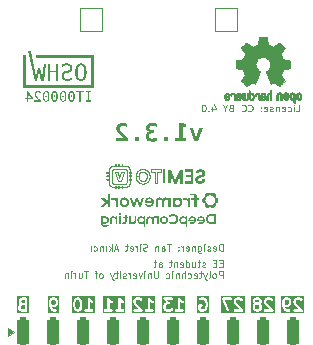
<source format=gbo>
G04 #@! TF.GenerationSoftware,KiCad,Pcbnew,9.0.4*
G04 #@! TF.CreationDate,2025-08-29T17:47:37+02:00*
G04 #@! TF.ProjectId,rp2350_gpio_card,72703233-3530-45f6-9770-696f5f636172,X1*
G04 #@! TF.SameCoordinates,Original*
G04 #@! TF.FileFunction,Legend,Bot*
G04 #@! TF.FilePolarity,Positive*
%FSLAX46Y46*%
G04 Gerber Fmt 4.6, Leading zero omitted, Abs format (unit mm)*
G04 Created by KiCad (PCBNEW 9.0.4) date 2025-08-29 17:47:37*
%MOMM*%
%LPD*%
G01*
G04 APERTURE LIST*
G04 Aperture macros list*
%AMRoundRect*
0 Rectangle with rounded corners*
0 $1 Rounding radius*
0 $2 $3 $4 $5 $6 $7 $8 $9 X,Y pos of 4 corners*
0 Add a 4 corners polygon primitive as box body*
4,1,4,$2,$3,$4,$5,$6,$7,$8,$9,$2,$3,0*
0 Add four circle primitives for the rounded corners*
1,1,$1+$1,$2,$3*
1,1,$1+$1,$4,$5*
1,1,$1+$1,$6,$7*
1,1,$1+$1,$8,$9*
0 Add four rect primitives between the rounded corners*
20,1,$1+$1,$2,$3,$4,$5,0*
20,1,$1+$1,$4,$5,$6,$7,0*
20,1,$1+$1,$6,$7,$8,$9,0*
20,1,$1+$1,$8,$9,$2,$3,0*%
G04 Aperture macros list end*
%ADD10C,0.000000*%
%ADD11C,0.067397*%
%ADD12C,0.067349*%
%ADD13C,0.067351*%
%ADD14C,0.201600*%
%ADD15C,0.101600*%
%ADD16C,0.116840*%
%ADD17C,0.120000*%
%ADD18C,0.010000*%
%ADD19R,0.380000X1.000000*%
%ADD20R,0.700000X1.150000*%
%ADD21C,2.200000*%
%ADD22R,1.500000X1.500000*%
%ADD23RoundRect,0.250000X-0.250000X1.000000X-0.250000X-1.000000X0.250000X-1.000000X0.250000X1.000000X0*%
G04 APERTURE END LIST*
D10*
G36*
X101996011Y-68736713D02*
G01*
X102167641Y-68224065D01*
X102371742Y-68224065D01*
X102094349Y-68993103D01*
X101929882Y-68993103D01*
X101742039Y-68462352D01*
X101552657Y-68993103D01*
X101383928Y-68993103D01*
X101112467Y-68224065D01*
X101294378Y-68224065D01*
X101464644Y-68732188D01*
X101646556Y-68218002D01*
X101812561Y-68218002D01*
X101996011Y-68736713D01*
G37*
D11*
X100249529Y-66566166D02*
X100394340Y-66045609D01*
X100628418Y-66045609D01*
X100392356Y-66802394D01*
X100107694Y-66802394D01*
X99871632Y-66045609D01*
X100105710Y-66045609D01*
X100249529Y-66566166D01*
D10*
G36*
X108622991Y-68455626D02*
G01*
X108622607Y-68469353D01*
X108621965Y-68483014D01*
X108621068Y-68496605D01*
X108619913Y-68510123D01*
X108618503Y-68523564D01*
X108616835Y-68536925D01*
X108614912Y-68550201D01*
X108614107Y-68554676D01*
X108613067Y-68559075D01*
X108611795Y-68563391D01*
X108610297Y-68567613D01*
X108608580Y-68571732D01*
X108606648Y-68575740D01*
X108604507Y-68579627D01*
X108602163Y-68583384D01*
X108599621Y-68587002D01*
X108596887Y-68590472D01*
X108593967Y-68593785D01*
X108590865Y-68596930D01*
X108587588Y-68599901D01*
X108584141Y-68602686D01*
X108580530Y-68605278D01*
X108576760Y-68607666D01*
X108476441Y-68667156D01*
X108472091Y-68669845D01*
X108467847Y-68672669D01*
X108463713Y-68675623D01*
X108459691Y-68678705D01*
X108455781Y-68681911D01*
X108451987Y-68685238D01*
X108448309Y-68688681D01*
X108444752Y-68692238D01*
X108441315Y-68695904D01*
X108438002Y-68699677D01*
X108434815Y-68703552D01*
X108431754Y-68707527D01*
X108428824Y-68711597D01*
X108426025Y-68715759D01*
X108423359Y-68720010D01*
X108420829Y-68724346D01*
X108418436Y-68728763D01*
X108416183Y-68733258D01*
X108414072Y-68737827D01*
X108412105Y-68742467D01*
X108410283Y-68747175D01*
X108408609Y-68751946D01*
X108407085Y-68756777D01*
X108405712Y-68761665D01*
X108404494Y-68766606D01*
X108403431Y-68771597D01*
X108402526Y-68776633D01*
X108401781Y-68781712D01*
X108401199Y-68786830D01*
X108400780Y-68791983D01*
X108400527Y-68797168D01*
X108400442Y-68802382D01*
X108400442Y-68921367D01*
X108400317Y-68925916D01*
X108399943Y-68930423D01*
X108399325Y-68934878D01*
X108398469Y-68939273D01*
X108397378Y-68943599D01*
X108396058Y-68947847D01*
X108394513Y-68952006D01*
X108392748Y-68956069D01*
X108390767Y-68960025D01*
X108388575Y-68963866D01*
X108386177Y-68967583D01*
X108383578Y-68971166D01*
X108380782Y-68974607D01*
X108377793Y-68977896D01*
X108374618Y-68981024D01*
X108371259Y-68983981D01*
X108360946Y-68992372D01*
X108350472Y-69000562D01*
X108339840Y-69008549D01*
X108329053Y-69016330D01*
X108318114Y-69023900D01*
X108307025Y-69031259D01*
X108295790Y-69038402D01*
X108284411Y-69045327D01*
X108272892Y-69052030D01*
X108261234Y-69058509D01*
X108249442Y-69064760D01*
X108237518Y-69070782D01*
X108225464Y-69076570D01*
X108213284Y-69082122D01*
X108200981Y-69087434D01*
X108188557Y-69092504D01*
X108184367Y-69094021D01*
X108180127Y-69095293D01*
X108175847Y-69096319D01*
X108171535Y-69097101D01*
X108167204Y-69097637D01*
X108162862Y-69097928D01*
X108158519Y-69097973D01*
X108154186Y-69097774D01*
X108149873Y-69097329D01*
X108145589Y-69096639D01*
X108141345Y-69095704D01*
X108137150Y-69094524D01*
X108133015Y-69093098D01*
X108128950Y-69091427D01*
X108124965Y-69089511D01*
X108121069Y-69087350D01*
X108020600Y-69027702D01*
X108011671Y-69022789D01*
X108002517Y-69018530D01*
X107993170Y-69014928D01*
X107983663Y-69011980D01*
X107974026Y-69009687D01*
X107964292Y-69008049D01*
X107954493Y-69007066D01*
X107944659Y-69006739D01*
X107934825Y-69007066D01*
X107925020Y-69008049D01*
X107915277Y-69009687D01*
X107905627Y-69011980D01*
X107896103Y-69014928D01*
X107886737Y-69018530D01*
X107877559Y-69022789D01*
X107868603Y-69027702D01*
X107768134Y-69087350D01*
X107764237Y-69089511D01*
X107760247Y-69091427D01*
X107756175Y-69093098D01*
X107752032Y-69094524D01*
X107747828Y-69095704D01*
X107743575Y-69096639D01*
X107739282Y-69097329D01*
X107734961Y-69097774D01*
X107730622Y-69097973D01*
X107726276Y-69097928D01*
X107721933Y-69097637D01*
X107717604Y-69097101D01*
X107713301Y-69096319D01*
X107709033Y-69095293D01*
X107704812Y-69094021D01*
X107700647Y-69092504D01*
X107688223Y-69087434D01*
X107675919Y-69082122D01*
X107663740Y-69076570D01*
X107651686Y-69070782D01*
X107639761Y-69064760D01*
X107627969Y-69058509D01*
X107616312Y-69052030D01*
X107604792Y-69045327D01*
X107593414Y-69038402D01*
X107582178Y-69031259D01*
X107571090Y-69023900D01*
X107560150Y-69016330D01*
X107549363Y-69008549D01*
X107538731Y-69000562D01*
X107528257Y-68992372D01*
X107517944Y-68983981D01*
X107514585Y-68981024D01*
X107511409Y-68977896D01*
X107508421Y-68974607D01*
X107505625Y-68971166D01*
X107503025Y-68967583D01*
X107500627Y-68963866D01*
X107498435Y-68960025D01*
X107496454Y-68956069D01*
X107494689Y-68952006D01*
X107493144Y-68947847D01*
X107491824Y-68943599D01*
X107490733Y-68939273D01*
X107489877Y-68934878D01*
X107489259Y-68930423D01*
X107488885Y-68925916D01*
X107488759Y-68921367D01*
X107488759Y-68802382D01*
X107488422Y-68791983D01*
X107487420Y-68781712D01*
X107485771Y-68771597D01*
X107483489Y-68761665D01*
X107480593Y-68751946D01*
X107477097Y-68742467D01*
X107473018Y-68733258D01*
X107468373Y-68724345D01*
X107463177Y-68715759D01*
X107457447Y-68707527D01*
X107451199Y-68699677D01*
X107444450Y-68692238D01*
X107437215Y-68685238D01*
X107429511Y-68678705D01*
X107421354Y-68672669D01*
X107412761Y-68667156D01*
X107312446Y-68607666D01*
X107308676Y-68605279D01*
X107305065Y-68602693D01*
X107301618Y-68599914D01*
X107298340Y-68596953D01*
X107295239Y-68593816D01*
X107292318Y-68590514D01*
X107289584Y-68587053D01*
X107287042Y-68583444D01*
X107284698Y-68579693D01*
X107282557Y-68575810D01*
X107280625Y-68571802D01*
X107278907Y-68567679D01*
X107277410Y-68563449D01*
X107276138Y-68559121D01*
X107275097Y-68554702D01*
X107274293Y-68550201D01*
X107272412Y-68536925D01*
X107270765Y-68523564D01*
X107269357Y-68510123D01*
X107268193Y-68496605D01*
X107267279Y-68483014D01*
X107266619Y-68469353D01*
X107266219Y-68455626D01*
X107266087Y-68441999D01*
X107536779Y-68441999D01*
X107537309Y-68463546D01*
X107538884Y-68484811D01*
X107541477Y-68505767D01*
X107545062Y-68526388D01*
X107549615Y-68546648D01*
X107555109Y-68566519D01*
X107561519Y-68585977D01*
X107568819Y-68604994D01*
X107576984Y-68623544D01*
X107585988Y-68641601D01*
X107595805Y-68659139D01*
X107606409Y-68676130D01*
X107617776Y-68692550D01*
X107629879Y-68708371D01*
X107642692Y-68723567D01*
X107656191Y-68738112D01*
X107670350Y-68751980D01*
X107685142Y-68765144D01*
X107700542Y-68777577D01*
X107716525Y-68789254D01*
X107733065Y-68800149D01*
X107750136Y-68810234D01*
X107767713Y-68819483D01*
X107785770Y-68827871D01*
X107804282Y-68835371D01*
X107823222Y-68841956D01*
X107842565Y-68847600D01*
X107862286Y-68852277D01*
X107882359Y-68855960D01*
X107902758Y-68858624D01*
X107923458Y-68860242D01*
X107944432Y-68860787D01*
X107965407Y-68860242D01*
X107986107Y-68858624D01*
X108006507Y-68855960D01*
X108026580Y-68852277D01*
X108046301Y-68847600D01*
X108065644Y-68841956D01*
X108084585Y-68835371D01*
X108103097Y-68827871D01*
X108121154Y-68819483D01*
X108138731Y-68810234D01*
X108155802Y-68800149D01*
X108172342Y-68789254D01*
X108188326Y-68777577D01*
X108203726Y-68765144D01*
X108218518Y-68751980D01*
X108232677Y-68738112D01*
X108246176Y-68723567D01*
X108258990Y-68708371D01*
X108271093Y-68692550D01*
X108282459Y-68676130D01*
X108293064Y-68659139D01*
X108302881Y-68641601D01*
X108311885Y-68623544D01*
X108320049Y-68604994D01*
X108327349Y-68585977D01*
X108333759Y-68566519D01*
X108339254Y-68546648D01*
X108343806Y-68526388D01*
X108347392Y-68505767D01*
X108349985Y-68484811D01*
X108351559Y-68463546D01*
X108352090Y-68441999D01*
X108351559Y-68420451D01*
X108349985Y-68399186D01*
X108347392Y-68378230D01*
X108343806Y-68357608D01*
X108339254Y-68337349D01*
X108333759Y-68317477D01*
X108327349Y-68298019D01*
X108320049Y-68279002D01*
X108311885Y-68260452D01*
X108302881Y-68242395D01*
X108293064Y-68224857D01*
X108282459Y-68207866D01*
X108271093Y-68191446D01*
X108258990Y-68175625D01*
X108246176Y-68160429D01*
X108232677Y-68145884D01*
X108218518Y-68132017D01*
X108203726Y-68118853D01*
X108188326Y-68106420D01*
X108172342Y-68094743D01*
X108155802Y-68083849D01*
X108138731Y-68073764D01*
X108121154Y-68064514D01*
X108103097Y-68056127D01*
X108084585Y-68048627D01*
X108065644Y-68042042D01*
X108046301Y-68036398D01*
X108026580Y-68031721D01*
X108006507Y-68028038D01*
X107986107Y-68025374D01*
X107965407Y-68023756D01*
X107944432Y-68023211D01*
X107923458Y-68023756D01*
X107902758Y-68025374D01*
X107882359Y-68028038D01*
X107862286Y-68031721D01*
X107842565Y-68036398D01*
X107823222Y-68042042D01*
X107804282Y-68048627D01*
X107785770Y-68056127D01*
X107767713Y-68064514D01*
X107750136Y-68073764D01*
X107733065Y-68083849D01*
X107716525Y-68094743D01*
X107700542Y-68106420D01*
X107685142Y-68118853D01*
X107670350Y-68132017D01*
X107656191Y-68145884D01*
X107642692Y-68160429D01*
X107629879Y-68175625D01*
X107617776Y-68191446D01*
X107606409Y-68207866D01*
X107595805Y-68224857D01*
X107585988Y-68242395D01*
X107576984Y-68260452D01*
X107568819Y-68279002D01*
X107561519Y-68298019D01*
X107555109Y-68317477D01*
X107549615Y-68337349D01*
X107545062Y-68357608D01*
X107541477Y-68378230D01*
X107538884Y-68399186D01*
X107537309Y-68420451D01*
X107536779Y-68441999D01*
X107266087Y-68441999D01*
X107266085Y-68441836D01*
X107266213Y-68428048D01*
X107266598Y-68414322D01*
X107267239Y-68400661D01*
X107268137Y-68387069D01*
X107269292Y-68373551D01*
X107270702Y-68360109D01*
X107272369Y-68346748D01*
X107274293Y-68333472D01*
X107275069Y-68328999D01*
X107276082Y-68324604D01*
X107277326Y-68320297D01*
X107278797Y-68316085D01*
X107280488Y-68311977D01*
X107282395Y-68307983D01*
X107284512Y-68304110D01*
X107286834Y-68300368D01*
X107289355Y-68296765D01*
X107292070Y-68293309D01*
X107294974Y-68290010D01*
X107298062Y-68286876D01*
X107301327Y-68283916D01*
X107304765Y-68281138D01*
X107308371Y-68278552D01*
X107312138Y-68276165D01*
X107312136Y-68276165D01*
X107412455Y-68216670D01*
X107416805Y-68213982D01*
X107421049Y-68211158D01*
X107425183Y-68208204D01*
X107429205Y-68205122D01*
X107433115Y-68201916D01*
X107436909Y-68198589D01*
X107440586Y-68195146D01*
X107444144Y-68191589D01*
X107447581Y-68187923D01*
X107450894Y-68184150D01*
X107454081Y-68180275D01*
X107457141Y-68176300D01*
X107460072Y-68172230D01*
X107462871Y-68168068D01*
X107465537Y-68163817D01*
X107468067Y-68159481D01*
X107470460Y-68155064D01*
X107472712Y-68150569D01*
X107474824Y-68146000D01*
X107476791Y-68141360D01*
X107478613Y-68136652D01*
X107480287Y-68131881D01*
X107481811Y-68127050D01*
X107483184Y-68122162D01*
X107484402Y-68117221D01*
X107485465Y-68112230D01*
X107486370Y-68107193D01*
X107487114Y-68102114D01*
X107487697Y-68096997D01*
X107488116Y-68091843D01*
X107488369Y-68086658D01*
X107488454Y-68081445D01*
X107488454Y-67962460D01*
X107488579Y-67957911D01*
X107488953Y-67953403D01*
X107489571Y-67948947D01*
X107490427Y-67944551D01*
X107491518Y-67940225D01*
X107492838Y-67935978D01*
X107494383Y-67931818D01*
X107496149Y-67927755D01*
X107498130Y-67923799D01*
X107500321Y-67919958D01*
X107502719Y-67916241D01*
X107505319Y-67912658D01*
X107508115Y-67909218D01*
X107511104Y-67905929D01*
X107514280Y-67902802D01*
X107517639Y-67899845D01*
X107527978Y-67891427D01*
X107538475Y-67883212D01*
X107549127Y-67875204D01*
X107559932Y-67867406D01*
X107570886Y-67859820D01*
X107581987Y-67852449D01*
X107593232Y-67845295D01*
X107604619Y-67838362D01*
X107616145Y-67831653D01*
X107627807Y-67825169D01*
X107639602Y-67818914D01*
X107651529Y-67812891D01*
X107663584Y-67807102D01*
X107675764Y-67801550D01*
X107688067Y-67796238D01*
X107700491Y-67791169D01*
X107704680Y-67789652D01*
X107708921Y-67788380D01*
X107713202Y-67787353D01*
X107717513Y-67786572D01*
X107721845Y-67786036D01*
X107726187Y-67785745D01*
X107730529Y-67785699D01*
X107734862Y-67785899D01*
X107739175Y-67786343D01*
X107743459Y-67787033D01*
X107747703Y-67787968D01*
X107751897Y-67789149D01*
X107756032Y-67790574D01*
X107760097Y-67792245D01*
X107764082Y-67794160D01*
X107767978Y-67796321D01*
X107868447Y-67855970D01*
X107877376Y-67860883D01*
X107886530Y-67865141D01*
X107895877Y-67868744D01*
X107905385Y-67871692D01*
X107915022Y-67873985D01*
X107924756Y-67875623D01*
X107934556Y-67876605D01*
X107944389Y-67876933D01*
X107954224Y-67876605D01*
X107964029Y-67875623D01*
X107973772Y-67873985D01*
X107983422Y-67871692D01*
X107992945Y-67868744D01*
X108002312Y-67865141D01*
X108011488Y-67860883D01*
X108020444Y-67855970D01*
X108120917Y-67796321D01*
X108124814Y-67794159D01*
X108128804Y-67792238D01*
X108132876Y-67790561D01*
X108137019Y-67789127D01*
X108141223Y-67787937D01*
X108145477Y-67786992D01*
X108149769Y-67786293D01*
X108154091Y-67785840D01*
X108158430Y-67785634D01*
X108162776Y-67785676D01*
X108167119Y-67785967D01*
X108171447Y-67786506D01*
X108175751Y-67787295D01*
X108180018Y-67788335D01*
X108184240Y-67789626D01*
X108188405Y-67791169D01*
X108200853Y-67796239D01*
X108213175Y-67801551D01*
X108225367Y-67807102D01*
X108237429Y-67812890D01*
X108249356Y-67818911D01*
X108261148Y-67825162D01*
X108272802Y-67831641D01*
X108284315Y-67838344D01*
X108295686Y-67845269D01*
X108306912Y-67852412D01*
X108317992Y-67859770D01*
X108328922Y-67867341D01*
X108339701Y-67875122D01*
X108350326Y-67883109D01*
X108371107Y-67899692D01*
X108374466Y-67902649D01*
X108377641Y-67905776D01*
X108380630Y-67909065D01*
X108383426Y-67912505D01*
X108386025Y-67916088D01*
X108388423Y-67919805D01*
X108390615Y-67923646D01*
X108392595Y-67927603D01*
X108394361Y-67931665D01*
X108395906Y-67935825D01*
X108397226Y-67940072D01*
X108398317Y-67944398D01*
X108399173Y-67948794D01*
X108399791Y-67953250D01*
X108400165Y-67957757D01*
X108400290Y-67962306D01*
X108400290Y-68081291D01*
X108400626Y-68091689D01*
X108401623Y-68101959D01*
X108403266Y-68112075D01*
X108405539Y-68122006D01*
X108408426Y-68131725D01*
X108411913Y-68141204D01*
X108415982Y-68150413D01*
X108420620Y-68159326D01*
X108425810Y-68167913D01*
X108431536Y-68176145D01*
X108437783Y-68183995D01*
X108444536Y-68191435D01*
X108451778Y-68198435D01*
X108459495Y-68204968D01*
X108467670Y-68211004D01*
X108476289Y-68216517D01*
X108576608Y-68276007D01*
X108580378Y-68278394D01*
X108583989Y-68280980D01*
X108587436Y-68283758D01*
X108590713Y-68286718D01*
X108593815Y-68289853D01*
X108596735Y-68293152D01*
X108599469Y-68296608D01*
X108602011Y-68300211D01*
X108604355Y-68303954D01*
X108606496Y-68307827D01*
X108608428Y-68311821D01*
X108610145Y-68315929D01*
X108611643Y-68320140D01*
X108612915Y-68324447D01*
X108613955Y-68328841D01*
X108614760Y-68333313D01*
X108616734Y-68346642D01*
X108618438Y-68360042D01*
X108619876Y-68373512D01*
X108621049Y-68387049D01*
X108621957Y-68400652D01*
X108622604Y-68414319D01*
X108622991Y-68428048D01*
X108623120Y-68441836D01*
X108623118Y-68441999D01*
X108622991Y-68455626D01*
G37*
G36*
X100033851Y-67212982D02*
G01*
X100034663Y-67213044D01*
X100035463Y-67213146D01*
X100036250Y-67213286D01*
X100037024Y-67213465D01*
X100037782Y-67213680D01*
X100038525Y-67213932D01*
X100039251Y-67214218D01*
X100039959Y-67214538D01*
X100040649Y-67214891D01*
X100041318Y-67215276D01*
X100041967Y-67215692D01*
X100042594Y-67216138D01*
X100043197Y-67216612D01*
X100043778Y-67217115D01*
X100044333Y-67217644D01*
X100044862Y-67218199D01*
X100045365Y-67218779D01*
X100045839Y-67219383D01*
X100046285Y-67220010D01*
X100046701Y-67220659D01*
X100047086Y-67221328D01*
X100047439Y-67222018D01*
X100047759Y-67222726D01*
X100048045Y-67223452D01*
X100048297Y-67224195D01*
X100048512Y-67224953D01*
X100048690Y-67225727D01*
X100048831Y-67226514D01*
X100048933Y-67227314D01*
X100048994Y-67228126D01*
X100049015Y-67228949D01*
X100049015Y-67500161D01*
X100048994Y-67500983D01*
X100048933Y-67501795D01*
X100048831Y-67502595D01*
X100048690Y-67503383D01*
X100048512Y-67504156D01*
X100048297Y-67504915D01*
X100048045Y-67505658D01*
X100047759Y-67506384D01*
X100047439Y-67507092D01*
X100047086Y-67507781D01*
X100046701Y-67508451D01*
X100046285Y-67509099D01*
X100045839Y-67509726D01*
X100045365Y-67510330D01*
X100044862Y-67510910D01*
X100044333Y-67511465D01*
X100043778Y-67511995D01*
X100043197Y-67512497D01*
X100042594Y-67512972D01*
X100041967Y-67513418D01*
X100041318Y-67513833D01*
X100040649Y-67514218D01*
X100039959Y-67514571D01*
X100039251Y-67514892D01*
X100038525Y-67515178D01*
X100037782Y-67515429D01*
X100037024Y-67515645D01*
X100036250Y-67515823D01*
X100035463Y-67515964D01*
X100034663Y-67516065D01*
X100033851Y-67516127D01*
X100033028Y-67516148D01*
X99918293Y-67516148D01*
X99917470Y-67516127D01*
X99916658Y-67516065D01*
X99915858Y-67515964D01*
X99915071Y-67515823D01*
X99914298Y-67515645D01*
X99913539Y-67515429D01*
X99912796Y-67515178D01*
X99912070Y-67514892D01*
X99911362Y-67514571D01*
X99910673Y-67514218D01*
X99910003Y-67513833D01*
X99909354Y-67513418D01*
X99908728Y-67512972D01*
X99908124Y-67512497D01*
X99907543Y-67511995D01*
X99906988Y-67511465D01*
X99906459Y-67510910D01*
X99905956Y-67510330D01*
X99905482Y-67509726D01*
X99905036Y-67509099D01*
X99904620Y-67508451D01*
X99904235Y-67507781D01*
X99903882Y-67507092D01*
X99903562Y-67506384D01*
X99903276Y-67505658D01*
X99903024Y-67504915D01*
X99902809Y-67504156D01*
X99902630Y-67503383D01*
X99902490Y-67502595D01*
X99902388Y-67501795D01*
X99902326Y-67500983D01*
X99902305Y-67500161D01*
X99902305Y-67228949D01*
X99902326Y-67228126D01*
X99902388Y-67227314D01*
X99902490Y-67226514D01*
X99902630Y-67225727D01*
X99902809Y-67224953D01*
X99903024Y-67224195D01*
X99903276Y-67223452D01*
X99903562Y-67222726D01*
X99903882Y-67222018D01*
X99904235Y-67221328D01*
X99904620Y-67220659D01*
X99905036Y-67220010D01*
X99905482Y-67219383D01*
X99905956Y-67218779D01*
X99906459Y-67218199D01*
X99906988Y-67217644D01*
X99907543Y-67217115D01*
X99908124Y-67216612D01*
X99908728Y-67216138D01*
X99909354Y-67215692D01*
X99910003Y-67215276D01*
X99910673Y-67214891D01*
X99911362Y-67214538D01*
X99912070Y-67214218D01*
X99912796Y-67213932D01*
X99913539Y-67213680D01*
X99914298Y-67213465D01*
X99915071Y-67213286D01*
X99915858Y-67213146D01*
X99916658Y-67213044D01*
X99917470Y-67212982D01*
X99918293Y-67212962D01*
X100033028Y-67212962D01*
X100033851Y-67212982D01*
G37*
G36*
X97885901Y-59314704D02*
G01*
X97702945Y-59314704D01*
X97702945Y-59988661D01*
X97885901Y-59988661D01*
X97885901Y-60088030D01*
X97401330Y-60088030D01*
X97401330Y-59988661D01*
X97584286Y-59988661D01*
X97584286Y-59314704D01*
X97401330Y-59314704D01*
X97401330Y-59215334D01*
X97885901Y-59215334D01*
X97885901Y-59314704D01*
G37*
G36*
X99439714Y-68987000D02*
G01*
X99254727Y-68987000D01*
X99254727Y-68640199D01*
X98899516Y-68987000D01*
X98648574Y-68987000D01*
X99063983Y-68579922D01*
X98669094Y-68224061D01*
X98914279Y-68224061D01*
X99254727Y-68534638D01*
X99254727Y-67877251D01*
X99439714Y-67877251D01*
X99439714Y-68987000D01*
G37*
G36*
X104153431Y-65828845D02*
G01*
X104153431Y-67022568D01*
X103918482Y-67022113D01*
X103918482Y-65828391D01*
X104153431Y-65828845D01*
G37*
G36*
X100864509Y-69818549D02*
G01*
X100968331Y-69818549D01*
X100968331Y-69936659D01*
X100864509Y-69936659D01*
X100864509Y-70240507D01*
X100864276Y-70253395D01*
X100863582Y-70265893D01*
X100862429Y-70278001D01*
X100860821Y-70289718D01*
X100858763Y-70301041D01*
X100856258Y-70311970D01*
X100853310Y-70322503D01*
X100849923Y-70332639D01*
X100846101Y-70342376D01*
X100841847Y-70351714D01*
X100837166Y-70360652D01*
X100832060Y-70369186D01*
X100826535Y-70377317D01*
X100820593Y-70385044D01*
X100814240Y-70392364D01*
X100807477Y-70399277D01*
X100800311Y-70405780D01*
X100792743Y-70411874D01*
X100784778Y-70417556D01*
X100776421Y-70422826D01*
X100767674Y-70427681D01*
X100758541Y-70432121D01*
X100749027Y-70436145D01*
X100739135Y-70439750D01*
X100728870Y-70442937D01*
X100718234Y-70445702D01*
X100707232Y-70448046D01*
X100695867Y-70449966D01*
X100684144Y-70451462D01*
X100672066Y-70452533D01*
X100659638Y-70453176D01*
X100646862Y-70453390D01*
X100636865Y-70453228D01*
X100626895Y-70452741D01*
X100616978Y-70451927D01*
X100607140Y-70450786D01*
X100597408Y-70449315D01*
X100587809Y-70447514D01*
X100578369Y-70445380D01*
X100569114Y-70442913D01*
X100560072Y-70440111D01*
X100551268Y-70436973D01*
X100542729Y-70433497D01*
X100534482Y-70429682D01*
X100526553Y-70425527D01*
X100518969Y-70421030D01*
X100511755Y-70416189D01*
X100504940Y-70411004D01*
X100504940Y-70410528D01*
X100546373Y-70305277D01*
X100550731Y-70308553D01*
X100555228Y-70311598D01*
X100559857Y-70314414D01*
X100564613Y-70317004D01*
X100569488Y-70319371D01*
X100574477Y-70321518D01*
X100579574Y-70323446D01*
X100584771Y-70325160D01*
X100590064Y-70326662D01*
X100595445Y-70327954D01*
X100600909Y-70329040D01*
X100606448Y-70329923D01*
X100612058Y-70330604D01*
X100617730Y-70331087D01*
X100623460Y-70331375D01*
X100629241Y-70331470D01*
X100634479Y-70331373D01*
X100639565Y-70331081D01*
X100644498Y-70330596D01*
X100649278Y-70329918D01*
X100653903Y-70329049D01*
X100658373Y-70327989D01*
X100662687Y-70326739D01*
X100666843Y-70325301D01*
X100670840Y-70323676D01*
X100674678Y-70321863D01*
X100678356Y-70319865D01*
X100681873Y-70317682D01*
X100685228Y-70315316D01*
X100688419Y-70312766D01*
X100691446Y-70310035D01*
X100694309Y-70307122D01*
X100697005Y-70304030D01*
X100699534Y-70300758D01*
X100701895Y-70297309D01*
X100704088Y-70293682D01*
X100706110Y-70289879D01*
X100707962Y-70285901D01*
X100709641Y-70281749D01*
X100711148Y-70277423D01*
X100712482Y-70272926D01*
X100713641Y-70268256D01*
X100714624Y-70263417D01*
X100715430Y-70258408D01*
X100716059Y-70253230D01*
X100716509Y-70247885D01*
X100716871Y-70236697D01*
X100716871Y-69936659D01*
X100547802Y-69936659D01*
X100547802Y-69818549D01*
X100716871Y-69818549D01*
X100716871Y-69674245D01*
X100864509Y-69674245D01*
X100864509Y-69818549D01*
G37*
D12*
X100850793Y-65561779D02*
X100864811Y-65562845D01*
X100878625Y-65564600D01*
X100892217Y-65567027D01*
X100905572Y-65570109D01*
X100918670Y-65573829D01*
X100931496Y-65578169D01*
X100944030Y-65583111D01*
X100956257Y-65588639D01*
X100968159Y-65594734D01*
X100979718Y-65601381D01*
X100990917Y-65608560D01*
X101001739Y-65616256D01*
X101012167Y-65624450D01*
X101022182Y-65633126D01*
X101031769Y-65642266D01*
X101040908Y-65651852D01*
X101049584Y-65661867D01*
X101057778Y-65672295D01*
X101065474Y-65683117D01*
X101072654Y-65694316D01*
X101079300Y-65705875D01*
X101085396Y-65717777D01*
X101090923Y-65730004D01*
X101095866Y-65742538D01*
X101100205Y-65755364D01*
X101103925Y-65768462D01*
X101107007Y-65781817D01*
X101109434Y-65795409D01*
X101111190Y-65809223D01*
X101112256Y-65823241D01*
X101112615Y-65837446D01*
X101112615Y-67010556D01*
X101112256Y-67024760D01*
X101111190Y-67038778D01*
X101109434Y-67052592D01*
X101107007Y-67066185D01*
X101103925Y-67079539D01*
X101100205Y-67092638D01*
X101095866Y-67105463D01*
X101090923Y-67117998D01*
X101085396Y-67130225D01*
X101079300Y-67142126D01*
X101072654Y-67153685D01*
X101065474Y-67164885D01*
X101057778Y-67175707D01*
X101049584Y-67186134D01*
X101040908Y-67196150D01*
X101031769Y-67205736D01*
X101022182Y-67214875D01*
X101012167Y-67223551D01*
X101001739Y-67231745D01*
X100990917Y-67239441D01*
X100979718Y-67246621D01*
X100968159Y-67253267D01*
X100956257Y-67259363D01*
X100944030Y-67264890D01*
X100931496Y-67269833D01*
X100918670Y-67274172D01*
X100905572Y-67277892D01*
X100892217Y-67280974D01*
X100878625Y-67283402D01*
X100864811Y-67285157D01*
X100850793Y-67286223D01*
X100836589Y-67286582D01*
X99663462Y-67286582D01*
X99649258Y-67286223D01*
X99635240Y-67285157D01*
X99621426Y-67283402D01*
X99607833Y-67280974D01*
X99594479Y-67277892D01*
X99581380Y-67274172D01*
X99568555Y-67269833D01*
X99556020Y-67264890D01*
X99543793Y-67259363D01*
X99531892Y-67253267D01*
X99520332Y-67246621D01*
X99509133Y-67239441D01*
X99498311Y-67231745D01*
X99487884Y-67223551D01*
X99477868Y-67214875D01*
X99468282Y-67205736D01*
X99459142Y-67196150D01*
X99450467Y-67186134D01*
X99442272Y-67175707D01*
X99434577Y-67164885D01*
X99427397Y-67153685D01*
X99420751Y-67142126D01*
X99414655Y-67130225D01*
X99409127Y-67117998D01*
X99404185Y-67105463D01*
X99399845Y-67092638D01*
X99396126Y-67079539D01*
X99393044Y-67066185D01*
X99390616Y-67052592D01*
X99388861Y-67038778D01*
X99387795Y-67024760D01*
X99387436Y-67010556D01*
X99387436Y-65837446D01*
X99387795Y-65823241D01*
X99388861Y-65809223D01*
X99390616Y-65795409D01*
X99393044Y-65781817D01*
X99396126Y-65768462D01*
X99399845Y-65755364D01*
X99404185Y-65742538D01*
X99409127Y-65730004D01*
X99414655Y-65717777D01*
X99420751Y-65705875D01*
X99427397Y-65694316D01*
X99434577Y-65683117D01*
X99442272Y-65672295D01*
X99450467Y-65661867D01*
X99459142Y-65651852D01*
X99468282Y-65642266D01*
X99477868Y-65633126D01*
X99487884Y-65624450D01*
X99498311Y-65616256D01*
X99509133Y-65608560D01*
X99520332Y-65601381D01*
X99531892Y-65594734D01*
X99543793Y-65588639D01*
X99556020Y-65583111D01*
X99568555Y-65578169D01*
X99581380Y-65573829D01*
X99594479Y-65570109D01*
X99607833Y-65567027D01*
X99621426Y-65564600D01*
X99635240Y-65562845D01*
X99649258Y-65561779D01*
X99663462Y-65561419D01*
X100836589Y-65561419D01*
X100850793Y-65561779D01*
D10*
G36*
X95825802Y-56852072D02*
G01*
X95851468Y-56853429D01*
X95876478Y-56855689D01*
X95900830Y-56858853D01*
X95924524Y-56862921D01*
X95947562Y-56867893D01*
X95969942Y-56873769D01*
X95991664Y-56880549D01*
X96012730Y-56888233D01*
X96033138Y-56896820D01*
X96052888Y-56906312D01*
X96071982Y-56916707D01*
X96090418Y-56928005D01*
X96108197Y-56940207D01*
X96125318Y-56953313D01*
X96141782Y-56967323D01*
X96157298Y-56981964D01*
X96171813Y-56997202D01*
X96185328Y-57013039D01*
X96197841Y-57029473D01*
X96209353Y-57046505D01*
X96219864Y-57064135D01*
X96229375Y-57082362D01*
X96237884Y-57101187D01*
X96245392Y-57120609D01*
X96251900Y-57140630D01*
X96257406Y-57161248D01*
X96261911Y-57182463D01*
X96265415Y-57204276D01*
X96267918Y-57226686D01*
X96269420Y-57249694D01*
X96269920Y-57273300D01*
X96269569Y-57292182D01*
X96268516Y-57310577D01*
X96266760Y-57328487D01*
X96264302Y-57345911D01*
X96261142Y-57362850D01*
X96257279Y-57379302D01*
X96252714Y-57395270D01*
X96247447Y-57410751D01*
X96241478Y-57425747D01*
X96234806Y-57440257D01*
X96227432Y-57454282D01*
X96219356Y-57467822D01*
X96210577Y-57480876D01*
X96201096Y-57493445D01*
X96190913Y-57505528D01*
X96180028Y-57517127D01*
X96168368Y-57528303D01*
X96155856Y-57539120D01*
X96142493Y-57549579D01*
X96128278Y-57559679D01*
X96113211Y-57569421D01*
X96097292Y-57578804D01*
X96080522Y-57587828D01*
X96062900Y-57596493D01*
X96044426Y-57604800D01*
X96025101Y-57612749D01*
X96004924Y-57620339D01*
X95983895Y-57627570D01*
X95962014Y-57634443D01*
X95939282Y-57640957D01*
X95915698Y-57647113D01*
X95891262Y-57652911D01*
X95788008Y-57676816D01*
X95771002Y-57680742D01*
X95754646Y-57684869D01*
X95738939Y-57689198D01*
X95723883Y-57693728D01*
X95709476Y-57698460D01*
X95695720Y-57703394D01*
X95682613Y-57708529D01*
X95670156Y-57713866D01*
X95658349Y-57719405D01*
X95647192Y-57725145D01*
X95636685Y-57731087D01*
X95626827Y-57737231D01*
X95617620Y-57743576D01*
X95609062Y-57750124D01*
X95601154Y-57756873D01*
X95593896Y-57763824D01*
X95587065Y-57771074D01*
X95580674Y-57778720D01*
X95574725Y-57786762D01*
X95569216Y-57795199D01*
X95564148Y-57804033D01*
X95559520Y-57813262D01*
X95555334Y-57822887D01*
X95551588Y-57832908D01*
X95548283Y-57843325D01*
X95545419Y-57854138D01*
X95542995Y-57865346D01*
X95541013Y-57876950D01*
X95539470Y-57888950D01*
X95538369Y-57901345D01*
X95537708Y-57914137D01*
X95537488Y-57927323D01*
X95537805Y-57941823D01*
X95538758Y-57955920D01*
X95540345Y-57969613D01*
X95542567Y-57982903D01*
X95545425Y-57995790D01*
X95548917Y-58008273D01*
X95553044Y-58020353D01*
X95557806Y-58032029D01*
X95563203Y-58043302D01*
X95569234Y-58054171D01*
X95575901Y-58064638D01*
X95583202Y-58074700D01*
X95591138Y-58084360D01*
X95599709Y-58093616D01*
X95608914Y-58102468D01*
X95618754Y-58110918D01*
X95629168Y-58118792D01*
X95640090Y-58126158D01*
X95651520Y-58133016D01*
X95663458Y-58139366D01*
X95675903Y-58145208D01*
X95688857Y-58150542D01*
X95702318Y-58155368D01*
X95716288Y-58159685D01*
X95730766Y-58163495D01*
X95745751Y-58166797D01*
X95761245Y-58169590D01*
X95777247Y-58171876D01*
X95793757Y-58173653D01*
X95810775Y-58174923D01*
X95828301Y-58175685D01*
X95846336Y-58175939D01*
X95871180Y-58175431D01*
X95895995Y-58173907D01*
X95920779Y-58171367D01*
X95945535Y-58167811D01*
X95970260Y-58163239D01*
X95994955Y-58157650D01*
X96019621Y-58151044D01*
X96044257Y-58143422D01*
X96068834Y-58134713D01*
X96093800Y-58124838D01*
X96119154Y-58113798D01*
X96144896Y-58101593D01*
X96171028Y-58088222D01*
X96197548Y-58073687D01*
X96224458Y-58057986D01*
X96251757Y-58041121D01*
X96251757Y-58246702D01*
X96226193Y-58257113D01*
X96200659Y-58266838D01*
X96175155Y-58275876D01*
X96149680Y-58284226D01*
X96124236Y-58291890D01*
X96098821Y-58298866D01*
X96073436Y-58305155D01*
X96048080Y-58310757D01*
X96022759Y-58315915D01*
X95997467Y-58320384D01*
X95972204Y-58324166D01*
X95946970Y-58327259D01*
X95921766Y-58329665D01*
X95896592Y-58331383D01*
X95871448Y-58332414D01*
X95846336Y-58332757D01*
X95816663Y-58332339D01*
X95787888Y-58331084D01*
X95760008Y-58328992D01*
X95733025Y-58326063D01*
X95706939Y-58322298D01*
X95681749Y-58317696D01*
X95657456Y-58312257D01*
X95634059Y-58305982D01*
X95611558Y-58298870D01*
X95589955Y-58290921D01*
X95569247Y-58282137D01*
X95549437Y-58272515D01*
X95530522Y-58262058D01*
X95512505Y-58250764D01*
X95495384Y-58238634D01*
X95479160Y-58225667D01*
X95463875Y-58211903D01*
X95449576Y-58197384D01*
X95436264Y-58182111D01*
X95423937Y-58166084D01*
X95412597Y-58149302D01*
X95402243Y-58131765D01*
X95392875Y-58113474D01*
X95384494Y-58094429D01*
X95377098Y-58074629D01*
X95370689Y-58054074D01*
X95365266Y-58032765D01*
X95360829Y-58010702D01*
X95357378Y-57987884D01*
X95354913Y-57964311D01*
X95353434Y-57939983D01*
X95352941Y-57914901D01*
X95353299Y-57893553D01*
X95354375Y-57872771D01*
X95356168Y-57852558D01*
X95358678Y-57832912D01*
X95361905Y-57813833D01*
X95365849Y-57795323D01*
X95370511Y-57777379D01*
X95375890Y-57760004D01*
X95381986Y-57743196D01*
X95388799Y-57726956D01*
X95396329Y-57711284D01*
X95404576Y-57696179D01*
X95413541Y-57681643D01*
X95423223Y-57667674D01*
X95433622Y-57654274D01*
X95444738Y-57641441D01*
X95456638Y-57629099D01*
X95469390Y-57617176D01*
X95482993Y-57605671D01*
X95497448Y-57594585D01*
X95512754Y-57583917D01*
X95528912Y-57573668D01*
X95545921Y-57563837D01*
X95563782Y-57554424D01*
X95582494Y-57545430D01*
X95602058Y-57536855D01*
X95622474Y-57528698D01*
X95643741Y-57520959D01*
X95665860Y-57513638D01*
X95688831Y-57506736D01*
X95712653Y-57500253D01*
X95737327Y-57494187D01*
X95838676Y-57471234D01*
X95856134Y-57466986D01*
X95872891Y-57462612D01*
X95888945Y-57458110D01*
X95904297Y-57453482D01*
X95918946Y-57448727D01*
X95932893Y-57443844D01*
X95946138Y-57438836D01*
X95958681Y-57433700D01*
X95970521Y-57428438D01*
X95981659Y-57423048D01*
X95992095Y-57417532D01*
X96001829Y-57411889D01*
X96010860Y-57406120D01*
X96019189Y-57400223D01*
X96026815Y-57394200D01*
X96033740Y-57388050D01*
X96039992Y-57381658D01*
X96045841Y-57374915D01*
X96051287Y-57367822D01*
X96056329Y-57360377D01*
X96060968Y-57352582D01*
X96065204Y-57344435D01*
X96069036Y-57335937D01*
X96072465Y-57327088D01*
X96075490Y-57317888D01*
X96078112Y-57308337D01*
X96080331Y-57298434D01*
X96082146Y-57288180D01*
X96083558Y-57277575D01*
X96084567Y-57266619D01*
X96085172Y-57255312D01*
X96085373Y-57243653D01*
X96085063Y-57230325D01*
X96084133Y-57217347D01*
X96082583Y-57204720D01*
X96080413Y-57192444D01*
X96077622Y-57180519D01*
X96074212Y-57168945D01*
X96070182Y-57157721D01*
X96065531Y-57146849D01*
X96060261Y-57136327D01*
X96054371Y-57126157D01*
X96047861Y-57116337D01*
X96040730Y-57106869D01*
X96032981Y-57097752D01*
X96024611Y-57088986D01*
X96015621Y-57080571D01*
X96006012Y-57072508D01*
X95995866Y-57064748D01*
X95985272Y-57057490D01*
X95974231Y-57050732D01*
X95962742Y-57044476D01*
X95950805Y-57038719D01*
X95938419Y-57033464D01*
X95925586Y-57028709D01*
X95912305Y-57024454D01*
X95898575Y-57020700D01*
X95884397Y-57017447D01*
X95869771Y-57014695D01*
X95854696Y-57012442D01*
X95839173Y-57010691D01*
X95823202Y-57009440D01*
X95806782Y-57008689D01*
X95789913Y-57008439D01*
X95767471Y-57008887D01*
X95745089Y-57010232D01*
X95722767Y-57012473D01*
X95700506Y-57015611D01*
X95678304Y-57019644D01*
X95656163Y-57024573D01*
X95634082Y-57030399D01*
X95612060Y-57037120D01*
X95589845Y-57044726D01*
X95567660Y-57053198D01*
X95545504Y-57062536D01*
X95523379Y-57072741D01*
X95501283Y-57083811D01*
X95479216Y-57095748D01*
X95457180Y-57108552D01*
X95435173Y-57122223D01*
X95435173Y-56926206D01*
X95460121Y-56917184D01*
X95484772Y-56908759D01*
X95509124Y-56900931D01*
X95533178Y-56893701D01*
X95556933Y-56887068D01*
X95580388Y-56881031D01*
X95603544Y-56875592D01*
X95626401Y-56870750D01*
X95648977Y-56866267D01*
X95671285Y-56862382D01*
X95693323Y-56859096D01*
X95715092Y-56856408D01*
X95736592Y-56854316D01*
X95757823Y-56852822D01*
X95778785Y-56851923D01*
X95799478Y-56851620D01*
X95825802Y-56852072D01*
G37*
G36*
X101328435Y-66344059D02*
G01*
X101329247Y-66344121D01*
X101330047Y-66344223D01*
X101330835Y-66344363D01*
X101331608Y-66344542D01*
X101332367Y-66344757D01*
X101333110Y-66345009D01*
X101333836Y-66345295D01*
X101334544Y-66345615D01*
X101335233Y-66345968D01*
X101335903Y-66346353D01*
X101336551Y-66346769D01*
X101337178Y-66347215D01*
X101337782Y-66347689D01*
X101338362Y-66348192D01*
X101338917Y-66348721D01*
X101339447Y-66349276D01*
X101339949Y-66349856D01*
X101340424Y-66350460D01*
X101340869Y-66351087D01*
X101341285Y-66351736D01*
X101341670Y-66352405D01*
X101342023Y-66353095D01*
X101342343Y-66353803D01*
X101342630Y-66354529D01*
X101342881Y-66355271D01*
X101343096Y-66356030D01*
X101343275Y-66356804D01*
X101343415Y-66357591D01*
X101343517Y-66358391D01*
X101343579Y-66359203D01*
X101343600Y-66360025D01*
X101343600Y-66474762D01*
X101343579Y-66475584D01*
X101343517Y-66476396D01*
X101343415Y-66477196D01*
X101343275Y-66477983D01*
X101343096Y-66478757D01*
X101342881Y-66479515D01*
X101342630Y-66480258D01*
X101342343Y-66480984D01*
X101342023Y-66481692D01*
X101341670Y-66482382D01*
X101341285Y-66483051D01*
X101340869Y-66483700D01*
X101340424Y-66484327D01*
X101339949Y-66484931D01*
X101339447Y-66485511D01*
X101338917Y-66486066D01*
X101338362Y-66486595D01*
X101337782Y-66487098D01*
X101337178Y-66487572D01*
X101336551Y-66488018D01*
X101335903Y-66488434D01*
X101335233Y-66488819D01*
X101334544Y-66489172D01*
X101333836Y-66489492D01*
X101333110Y-66489778D01*
X101332367Y-66490030D01*
X101331608Y-66490245D01*
X101330835Y-66490424D01*
X101330047Y-66490564D01*
X101329247Y-66490666D01*
X101328435Y-66490728D01*
X101327613Y-66490748D01*
X101056386Y-66490748D01*
X101055563Y-66490728D01*
X101054751Y-66490666D01*
X101053951Y-66490564D01*
X101053164Y-66490424D01*
X101052391Y-66490245D01*
X101051632Y-66490030D01*
X101050889Y-66489778D01*
X101050163Y-66489492D01*
X101049455Y-66489172D01*
X101048766Y-66488819D01*
X101048096Y-66488434D01*
X101047448Y-66488018D01*
X101046821Y-66487572D01*
X101046217Y-66487098D01*
X101045637Y-66486595D01*
X101045082Y-66486066D01*
X101044552Y-66485511D01*
X101044050Y-66484931D01*
X101043575Y-66484327D01*
X101043130Y-66483700D01*
X101042714Y-66483051D01*
X101042329Y-66482382D01*
X101041976Y-66481692D01*
X101041656Y-66480984D01*
X101041369Y-66480258D01*
X101041118Y-66479515D01*
X101040903Y-66478757D01*
X101040724Y-66477983D01*
X101040583Y-66477196D01*
X101040482Y-66476396D01*
X101040420Y-66475584D01*
X101040399Y-66474762D01*
X101040399Y-66360025D01*
X101040420Y-66359203D01*
X101040482Y-66358391D01*
X101040583Y-66357591D01*
X101040724Y-66356804D01*
X101040903Y-66356030D01*
X101041118Y-66355271D01*
X101041369Y-66354529D01*
X101041656Y-66353803D01*
X101041976Y-66353095D01*
X101042329Y-66352405D01*
X101042714Y-66351736D01*
X101043130Y-66351087D01*
X101043575Y-66350460D01*
X101044050Y-66349856D01*
X101044552Y-66349276D01*
X101045082Y-66348721D01*
X101045637Y-66348192D01*
X101046217Y-66347689D01*
X101046821Y-66347215D01*
X101047448Y-66346769D01*
X101048096Y-66346353D01*
X101048766Y-66345968D01*
X101049455Y-66345615D01*
X101050163Y-66345295D01*
X101050889Y-66345009D01*
X101051632Y-66344757D01*
X101052391Y-66344542D01*
X101053164Y-66344363D01*
X101053951Y-66344223D01*
X101054751Y-66344121D01*
X101055563Y-66344059D01*
X101056386Y-66344039D01*
X101327613Y-66344039D01*
X101328435Y-66344059D01*
G37*
G36*
X104649990Y-65843332D02*
G01*
X104996582Y-66731687D01*
X105349838Y-65844688D01*
X105634776Y-65845240D01*
X105634776Y-67025436D01*
X105399827Y-67024981D01*
X105399827Y-66204931D01*
X105101558Y-67024403D01*
X104898269Y-67024010D01*
X104600000Y-66200000D01*
X104600000Y-67023432D01*
X104366718Y-67022981D01*
X104366718Y-65842784D01*
X104649990Y-65843332D01*
G37*
G36*
X101325310Y-66625031D02*
G01*
X101326122Y-66625093D01*
X101326922Y-66625194D01*
X101327709Y-66625335D01*
X101328483Y-66625513D01*
X101329241Y-66625729D01*
X101329984Y-66625980D01*
X101330710Y-66626267D01*
X101331418Y-66626587D01*
X101332108Y-66626940D01*
X101332777Y-66627325D01*
X101333426Y-66627741D01*
X101334053Y-66628186D01*
X101334657Y-66628661D01*
X101335237Y-66629163D01*
X101335792Y-66629693D01*
X101336321Y-66630248D01*
X101336824Y-66630828D01*
X101337298Y-66631432D01*
X101337744Y-66632059D01*
X101338160Y-66632707D01*
X101338545Y-66633377D01*
X101338898Y-66634066D01*
X101339218Y-66634774D01*
X101339504Y-66635500D01*
X101339755Y-66636243D01*
X101339971Y-66637002D01*
X101340149Y-66637775D01*
X101340290Y-66638562D01*
X101340392Y-66639362D01*
X101340453Y-66640174D01*
X101340474Y-66640997D01*
X101340474Y-66755733D01*
X101340453Y-66756556D01*
X101340392Y-66757368D01*
X101340290Y-66758168D01*
X101340149Y-66758955D01*
X101339971Y-66759728D01*
X101339755Y-66760487D01*
X101339504Y-66761230D01*
X101339218Y-66761956D01*
X101338898Y-66762664D01*
X101338545Y-66763353D01*
X101338160Y-66764023D01*
X101337744Y-66764671D01*
X101337298Y-66765298D01*
X101336824Y-66765902D01*
X101336321Y-66766482D01*
X101335792Y-66767038D01*
X101335237Y-66767567D01*
X101334657Y-66768069D01*
X101334053Y-66768544D01*
X101333426Y-66768990D01*
X101332777Y-66769405D01*
X101332108Y-66769790D01*
X101331418Y-66770143D01*
X101330710Y-66770464D01*
X101329984Y-66770750D01*
X101329241Y-66771001D01*
X101328483Y-66771217D01*
X101327709Y-66771395D01*
X101326922Y-66771536D01*
X101326122Y-66771637D01*
X101325310Y-66771699D01*
X101324487Y-66771720D01*
X101053261Y-66771720D01*
X101052438Y-66771699D01*
X101051626Y-66771637D01*
X101050826Y-66771536D01*
X101050039Y-66771395D01*
X101049265Y-66771217D01*
X101048507Y-66771001D01*
X101047764Y-66770750D01*
X101047038Y-66770464D01*
X101046330Y-66770143D01*
X101045640Y-66769790D01*
X101044971Y-66769405D01*
X101044322Y-66768990D01*
X101043696Y-66768544D01*
X101043092Y-66768069D01*
X101042512Y-66767567D01*
X101041956Y-66767038D01*
X101041427Y-66766482D01*
X101040924Y-66765902D01*
X101040450Y-66765298D01*
X101040004Y-66764671D01*
X101039588Y-66764023D01*
X101039203Y-66763353D01*
X101038850Y-66762664D01*
X101038530Y-66761956D01*
X101038244Y-66761230D01*
X101037993Y-66760487D01*
X101037777Y-66759728D01*
X101037599Y-66758955D01*
X101037458Y-66758168D01*
X101037356Y-66757368D01*
X101037295Y-66756556D01*
X101037274Y-66755733D01*
X101037274Y-66640997D01*
X101037295Y-66640174D01*
X101037356Y-66639362D01*
X101037458Y-66638562D01*
X101037599Y-66637775D01*
X101037777Y-66637002D01*
X101037993Y-66636243D01*
X101038244Y-66635500D01*
X101038530Y-66634774D01*
X101038850Y-66634066D01*
X101039203Y-66633377D01*
X101039588Y-66632707D01*
X101040004Y-66632059D01*
X101040450Y-66631432D01*
X101040924Y-66630828D01*
X101041427Y-66630248D01*
X101041956Y-66629693D01*
X101042512Y-66629163D01*
X101043092Y-66628661D01*
X101043696Y-66628186D01*
X101044322Y-66627741D01*
X101044971Y-66627325D01*
X101045640Y-66626940D01*
X101046330Y-66626587D01*
X101047038Y-66626267D01*
X101047764Y-66625980D01*
X101048507Y-66625729D01*
X101049265Y-66625513D01*
X101050039Y-66625335D01*
X101050826Y-66625194D01*
X101051626Y-66625093D01*
X101052438Y-66625031D01*
X101053261Y-66625010D01*
X101324487Y-66625010D01*
X101325310Y-66625031D01*
G37*
G36*
X94371231Y-57462437D02*
G01*
X94900000Y-57462437D01*
X94900000Y-56877245D01*
X95094098Y-56877245D01*
X95094098Y-58304818D01*
X94900000Y-58304818D01*
X94900000Y-57624984D01*
X94371231Y-57624984D01*
X94371231Y-58304818D01*
X94177119Y-58304818D01*
X94177119Y-56877245D01*
X94371231Y-56877245D01*
X94371231Y-57462437D01*
G37*
G36*
X93192975Y-58038051D02*
G01*
X93357440Y-57269265D01*
X93559185Y-57269265D01*
X93721745Y-58036133D01*
X93858481Y-56877245D01*
X94046838Y-56877245D01*
X94046852Y-56877245D01*
X93833624Y-58304818D01*
X93650982Y-58304818D01*
X93457836Y-57456696D01*
X93263724Y-58304818D01*
X93081096Y-58304818D01*
X92541478Y-55816530D01*
X92729848Y-55816530D01*
X93192975Y-58038051D01*
G37*
G36*
X106745075Y-70094913D02*
G01*
X106746270Y-70112063D01*
X106746672Y-70129540D01*
X106746272Y-70147021D01*
X106745080Y-70164178D01*
X106743107Y-70180999D01*
X106740366Y-70197467D01*
X106736866Y-70213566D01*
X106732620Y-70229283D01*
X106727640Y-70244600D01*
X106721937Y-70259505D01*
X106715522Y-70273980D01*
X106708407Y-70288010D01*
X106700603Y-70301582D01*
X106692123Y-70314678D01*
X106682977Y-70327284D01*
X106673177Y-70339385D01*
X106662734Y-70350965D01*
X106651660Y-70362010D01*
X106639967Y-70372503D01*
X106627666Y-70382430D01*
X106614768Y-70391776D01*
X106601286Y-70400524D01*
X106587230Y-70408660D01*
X106572612Y-70416169D01*
X106557443Y-70423035D01*
X106541736Y-70429243D01*
X106525501Y-70434778D01*
X106508750Y-70439624D01*
X106491495Y-70443767D01*
X106473747Y-70447191D01*
X106455518Y-70449880D01*
X106436819Y-70451820D01*
X106417661Y-70452995D01*
X106398057Y-70453390D01*
X106377851Y-70452973D01*
X106358141Y-70451724D01*
X106338945Y-70449651D01*
X106320279Y-70446760D01*
X106302161Y-70443057D01*
X106284605Y-70438548D01*
X106267631Y-70433239D01*
X106251253Y-70427137D01*
X106235489Y-70420248D01*
X106220356Y-70412579D01*
X106205871Y-70404135D01*
X106192049Y-70394923D01*
X106178909Y-70384950D01*
X106166466Y-70374220D01*
X106154737Y-70362742D01*
X106143740Y-70350520D01*
X106222797Y-70259557D01*
X106231320Y-70267940D01*
X106240107Y-70275767D01*
X106249162Y-70283040D01*
X106258493Y-70289761D01*
X106268106Y-70295933D01*
X106278008Y-70301557D01*
X106288203Y-70306635D01*
X106298699Y-70311170D01*
X106309503Y-70315164D01*
X106320619Y-70318618D01*
X106332055Y-70321535D01*
X106343817Y-70323917D01*
X106355910Y-70325767D01*
X106368343Y-70327085D01*
X106381119Y-70327874D01*
X106394247Y-70328137D01*
X106404420Y-70327965D01*
X106414399Y-70327451D01*
X106424178Y-70326601D01*
X106433753Y-70325419D01*
X106443117Y-70323910D01*
X106452267Y-70322078D01*
X106461198Y-70319928D01*
X106469904Y-70317466D01*
X106478380Y-70314695D01*
X106486622Y-70311620D01*
X106494625Y-70308247D01*
X106502383Y-70304579D01*
X106509891Y-70300622D01*
X106517146Y-70296380D01*
X106524141Y-70291858D01*
X106530871Y-70287060D01*
X106537333Y-70281992D01*
X106543520Y-70276658D01*
X106549428Y-70271062D01*
X106555051Y-70265210D01*
X106560386Y-70259106D01*
X106565426Y-70252756D01*
X106570167Y-70246162D01*
X106574604Y-70239331D01*
X106578733Y-70232267D01*
X106582547Y-70224974D01*
X106586042Y-70217458D01*
X106589213Y-70209724D01*
X106592055Y-70201774D01*
X106594563Y-70193616D01*
X106596733Y-70185253D01*
X106598558Y-70176689D01*
X106103735Y-70176689D01*
X106103222Y-70171193D01*
X106102760Y-70165490D01*
X106102353Y-70159687D01*
X106102008Y-70153889D01*
X106101730Y-70148203D01*
X106101525Y-70142734D01*
X106101397Y-70137589D01*
X106101353Y-70132874D01*
X106101735Y-70114591D01*
X106102870Y-70096718D01*
X106104746Y-70079267D01*
X106104851Y-70078582D01*
X106241371Y-70078582D01*
X106599511Y-70078582D01*
X106598015Y-70070012D01*
X106596207Y-70061628D01*
X106594094Y-70053438D01*
X106591679Y-70045445D01*
X106588967Y-70037656D01*
X106585962Y-70030077D01*
X106582668Y-70022712D01*
X106579092Y-70015568D01*
X106575236Y-70008650D01*
X106571106Y-70001963D01*
X106566706Y-69995514D01*
X106562040Y-69989307D01*
X106557113Y-69983349D01*
X106551930Y-69977645D01*
X106546495Y-69972200D01*
X106540813Y-69967020D01*
X106534888Y-69962111D01*
X106528725Y-69957478D01*
X106522328Y-69953128D01*
X106515702Y-69949064D01*
X106508852Y-69945294D01*
X106501781Y-69941822D01*
X106494494Y-69938654D01*
X106486997Y-69935796D01*
X106479293Y-69933253D01*
X106471387Y-69931032D01*
X106463284Y-69929137D01*
X106454988Y-69927573D01*
X106446503Y-69926348D01*
X106437835Y-69925466D01*
X106428987Y-69924932D01*
X106419965Y-69924753D01*
X106410938Y-69924936D01*
X106402079Y-69925481D01*
X106393393Y-69926382D01*
X106384885Y-69927632D01*
X106376561Y-69929225D01*
X106368426Y-69931154D01*
X106360486Y-69933414D01*
X106352747Y-69935997D01*
X106345213Y-69938898D01*
X106337890Y-69942110D01*
X106330784Y-69945626D01*
X106323901Y-69949441D01*
X106317245Y-69953548D01*
X106310823Y-69957940D01*
X106304639Y-69962612D01*
X106298700Y-69967556D01*
X106293010Y-69972767D01*
X106287576Y-69978238D01*
X106282402Y-69983963D01*
X106277494Y-69989935D01*
X106272859Y-69996148D01*
X106268500Y-70002596D01*
X106264424Y-70009273D01*
X106260637Y-70016171D01*
X106257143Y-70023284D01*
X106253948Y-70030607D01*
X106251058Y-70038133D01*
X106248479Y-70045855D01*
X106246214Y-70053768D01*
X106244271Y-70061864D01*
X106242655Y-70070137D01*
X106241371Y-70078582D01*
X106104851Y-70078582D01*
X106107348Y-70062248D01*
X106110664Y-70045673D01*
X106114680Y-70029552D01*
X106119382Y-70013898D01*
X106124757Y-69998721D01*
X106130791Y-69984032D01*
X106137470Y-69969842D01*
X106144782Y-69956164D01*
X106152713Y-69943007D01*
X106161249Y-69930383D01*
X106170377Y-69918303D01*
X106180082Y-69906779D01*
X106190353Y-69895821D01*
X106201174Y-69885440D01*
X106212533Y-69875649D01*
X106224417Y-69866457D01*
X106236810Y-69857877D01*
X106249701Y-69849919D01*
X106263076Y-69842594D01*
X106276920Y-69835914D01*
X106291221Y-69829890D01*
X106305965Y-69824533D01*
X106321138Y-69819853D01*
X106336728Y-69815863D01*
X106352720Y-69812574D01*
X106369100Y-69809996D01*
X106385856Y-69808141D01*
X106402975Y-69807019D01*
X106420441Y-69806643D01*
X106437928Y-69807035D01*
X106455106Y-69808203D01*
X106471958Y-69810130D01*
X106488469Y-69812802D01*
X106504623Y-69816204D01*
X106520403Y-69820321D01*
X106535793Y-69825139D01*
X106550777Y-69830642D01*
X106565339Y-69836815D01*
X106579463Y-69843644D01*
X106593133Y-69851113D01*
X106606332Y-69859208D01*
X106619044Y-69867914D01*
X106631254Y-69877216D01*
X106642945Y-69887098D01*
X106654101Y-69897547D01*
X106664706Y-69908547D01*
X106674743Y-69920083D01*
X106684198Y-69932141D01*
X106693052Y-69944704D01*
X106701291Y-69957760D01*
X106708898Y-69971291D01*
X106715857Y-69985285D01*
X106722153Y-69999725D01*
X106727768Y-70014597D01*
X106732686Y-70029886D01*
X106736893Y-70045577D01*
X106740370Y-70061655D01*
X106743103Y-70078106D01*
X106743159Y-70078582D01*
X106745075Y-70094913D01*
G37*
G36*
X107487073Y-70094913D02*
G01*
X107488268Y-70112063D01*
X107488670Y-70129540D01*
X107488270Y-70147021D01*
X107487078Y-70164178D01*
X107485105Y-70180999D01*
X107482363Y-70197467D01*
X107478864Y-70213566D01*
X107474618Y-70229283D01*
X107469638Y-70244600D01*
X107463934Y-70259505D01*
X107457520Y-70273980D01*
X107450405Y-70288010D01*
X107442601Y-70301582D01*
X107434120Y-70314678D01*
X107424974Y-70327284D01*
X107415174Y-70339385D01*
X107404731Y-70350965D01*
X107393658Y-70362010D01*
X107381965Y-70372503D01*
X107369663Y-70382430D01*
X107356766Y-70391776D01*
X107343283Y-70400524D01*
X107329227Y-70408660D01*
X107314609Y-70416169D01*
X107299441Y-70423035D01*
X107283733Y-70429243D01*
X107267499Y-70434778D01*
X107250748Y-70439624D01*
X107233493Y-70443767D01*
X107215745Y-70447191D01*
X107197516Y-70449880D01*
X107178816Y-70451820D01*
X107159659Y-70452995D01*
X107140055Y-70453390D01*
X107119848Y-70452973D01*
X107100139Y-70451724D01*
X107080943Y-70449651D01*
X107062277Y-70446760D01*
X107044158Y-70443057D01*
X107026603Y-70438548D01*
X107009628Y-70433239D01*
X106993251Y-70427137D01*
X106977487Y-70420248D01*
X106962354Y-70412579D01*
X106947868Y-70404135D01*
X106934047Y-70394923D01*
X106920906Y-70384950D01*
X106908463Y-70374220D01*
X106896735Y-70362742D01*
X106885737Y-70350520D01*
X106964795Y-70259557D01*
X106973318Y-70267940D01*
X106982104Y-70275767D01*
X106991160Y-70283040D01*
X107000491Y-70289761D01*
X107010104Y-70295933D01*
X107020005Y-70301557D01*
X107030201Y-70306635D01*
X107040697Y-70311170D01*
X107051500Y-70315164D01*
X107062617Y-70318618D01*
X107074052Y-70321535D01*
X107085814Y-70323917D01*
X107097908Y-70325767D01*
X107110340Y-70327085D01*
X107123117Y-70327874D01*
X107136245Y-70328137D01*
X107146418Y-70327965D01*
X107156397Y-70327451D01*
X107166176Y-70326601D01*
X107175750Y-70325419D01*
X107185115Y-70323910D01*
X107194265Y-70322078D01*
X107203195Y-70319928D01*
X107211901Y-70317466D01*
X107220378Y-70314695D01*
X107228620Y-70311620D01*
X107236622Y-70308247D01*
X107244380Y-70304579D01*
X107251889Y-70300622D01*
X107259143Y-70296380D01*
X107266138Y-70291858D01*
X107272869Y-70287060D01*
X107279330Y-70281992D01*
X107285517Y-70276658D01*
X107291425Y-70271062D01*
X107297049Y-70265210D01*
X107302383Y-70259106D01*
X107307423Y-70252756D01*
X107312165Y-70246162D01*
X107316602Y-70239331D01*
X107320730Y-70232267D01*
X107324544Y-70224974D01*
X107328039Y-70217458D01*
X107331210Y-70209724D01*
X107334052Y-70201774D01*
X107336561Y-70193616D01*
X107338730Y-70185253D01*
X107340556Y-70176689D01*
X106845732Y-70176689D01*
X106844184Y-70153889D01*
X106843589Y-70142734D01*
X106843414Y-70137589D01*
X106843351Y-70132874D01*
X106843732Y-70114591D01*
X106844868Y-70096718D01*
X106846743Y-70079267D01*
X106846848Y-70078582D01*
X106983845Y-70078582D01*
X107341985Y-70078582D01*
X107340530Y-70070012D01*
X107338759Y-70061628D01*
X107336678Y-70053438D01*
X107334289Y-70045445D01*
X107331599Y-70037656D01*
X107328612Y-70030077D01*
X107325333Y-70022712D01*
X107321766Y-70015568D01*
X107317917Y-70008650D01*
X107313790Y-70001963D01*
X107309391Y-69995514D01*
X107304723Y-69989307D01*
X107299791Y-69983349D01*
X107294601Y-69977645D01*
X107289158Y-69972200D01*
X107283465Y-69967020D01*
X107277529Y-69962111D01*
X107271352Y-69957478D01*
X107264942Y-69953128D01*
X107258301Y-69949064D01*
X107251436Y-69945294D01*
X107244350Y-69941822D01*
X107237049Y-69938654D01*
X107229537Y-69935796D01*
X107221820Y-69933253D01*
X107213902Y-69931032D01*
X107205787Y-69929137D01*
X107197481Y-69927573D01*
X107188988Y-69926348D01*
X107180314Y-69925466D01*
X107171462Y-69924932D01*
X107162438Y-69924753D01*
X107153412Y-69924936D01*
X107144553Y-69925481D01*
X107135866Y-69926382D01*
X107127359Y-69927632D01*
X107119034Y-69929225D01*
X107110900Y-69931154D01*
X107102960Y-69933414D01*
X107095220Y-69935997D01*
X107087686Y-69938898D01*
X107080364Y-69942110D01*
X107073258Y-69945626D01*
X107066374Y-69949441D01*
X107059719Y-69953548D01*
X107053296Y-69957940D01*
X107047113Y-69962612D01*
X107041173Y-69967556D01*
X107035483Y-69972767D01*
X107030049Y-69978238D01*
X107024875Y-69983963D01*
X107019968Y-69989935D01*
X107015332Y-69996148D01*
X107010974Y-70002596D01*
X107006898Y-70009273D01*
X107003110Y-70016171D01*
X106999616Y-70023284D01*
X106996422Y-70030607D01*
X106993532Y-70038133D01*
X106990952Y-70045855D01*
X106988688Y-70053768D01*
X106986745Y-70061864D01*
X106985129Y-70070137D01*
X106983845Y-70078582D01*
X106846848Y-70078582D01*
X106849346Y-70062248D01*
X106852662Y-70045673D01*
X106856677Y-70029552D01*
X106861379Y-70013898D01*
X106866754Y-69998721D01*
X106872788Y-69984032D01*
X106879468Y-69969842D01*
X106886780Y-69956164D01*
X106894711Y-69943007D01*
X106903246Y-69930383D01*
X106912374Y-69918303D01*
X106922080Y-69906779D01*
X106932350Y-69895821D01*
X106943172Y-69885440D01*
X106954531Y-69875649D01*
X106966414Y-69866457D01*
X106978808Y-69857877D01*
X106991699Y-69849919D01*
X107005073Y-69842594D01*
X107018917Y-69835914D01*
X107033218Y-69829890D01*
X107047962Y-69824533D01*
X107063136Y-69819853D01*
X107078725Y-69815863D01*
X107094717Y-69812574D01*
X107111098Y-69809996D01*
X107127854Y-69808141D01*
X107144972Y-69807019D01*
X107162438Y-69806643D01*
X107179925Y-69807035D01*
X107197103Y-69808203D01*
X107213956Y-69810130D01*
X107230467Y-69812802D01*
X107246620Y-69816204D01*
X107262400Y-69820321D01*
X107277790Y-69825139D01*
X107292775Y-69830642D01*
X107307337Y-69836815D01*
X107321461Y-69843644D01*
X107335130Y-69851113D01*
X107348329Y-69859208D01*
X107361042Y-69867914D01*
X107373252Y-69877216D01*
X107384943Y-69887098D01*
X107396099Y-69897547D01*
X107406703Y-69908547D01*
X107416741Y-69920083D01*
X107426195Y-69932141D01*
X107435050Y-69944704D01*
X107443289Y-69957760D01*
X107450896Y-69971291D01*
X107457855Y-69985285D01*
X107464150Y-69999725D01*
X107469765Y-70014597D01*
X107474684Y-70029886D01*
X107478890Y-70045577D01*
X107482368Y-70061655D01*
X107485101Y-70078106D01*
X107485156Y-70078582D01*
X107487073Y-70094913D01*
G37*
G36*
X94321773Y-59680045D02*
G01*
X94320938Y-59706682D01*
X94319545Y-59732470D01*
X94317595Y-59757408D01*
X94315088Y-59781497D01*
X94312024Y-59804736D01*
X94308402Y-59827126D01*
X94304224Y-59848667D01*
X94299488Y-59869358D01*
X94294196Y-59889200D01*
X94288346Y-59908192D01*
X94281939Y-59926336D01*
X94274975Y-59943629D01*
X94267454Y-59960074D01*
X94259376Y-59975669D01*
X94250740Y-59990414D01*
X94241559Y-60004288D01*
X94231844Y-60017266D01*
X94221594Y-60029349D01*
X94210810Y-60040537D01*
X94199491Y-60050830D01*
X94187639Y-60060228D01*
X94175252Y-60068731D01*
X94162331Y-60076339D01*
X94148875Y-60083052D01*
X94134885Y-60088870D01*
X94120361Y-60093793D01*
X94105303Y-60097821D01*
X94089710Y-60100953D01*
X94073584Y-60103191D01*
X94056922Y-60104534D01*
X94039727Y-60104981D01*
X94022531Y-60104534D01*
X94005870Y-60103191D01*
X93997740Y-60102184D01*
X93989743Y-60100953D01*
X93981880Y-60099499D01*
X93974150Y-60097821D01*
X93966554Y-60095919D01*
X93959092Y-60093793D01*
X93951763Y-60091443D01*
X93944568Y-60088870D01*
X93937506Y-60086073D01*
X93930578Y-60083052D01*
X93923784Y-60079808D01*
X93917123Y-60076339D01*
X93910595Y-60072647D01*
X93904202Y-60068731D01*
X93897941Y-60064592D01*
X93891815Y-60060228D01*
X93885822Y-60055641D01*
X93879962Y-60050830D01*
X93874236Y-60045796D01*
X93868644Y-60040537D01*
X93863185Y-60035055D01*
X93857860Y-60029349D01*
X93852668Y-60023419D01*
X93847610Y-60017266D01*
X93842685Y-60010889D01*
X93837894Y-60004288D01*
X93828713Y-59990414D01*
X93820007Y-59975669D01*
X93811862Y-59960074D01*
X93804280Y-59943629D01*
X93797258Y-59926336D01*
X93790799Y-59908193D01*
X93784901Y-59889200D01*
X93779565Y-59869358D01*
X93774791Y-59848667D01*
X93770578Y-59827126D01*
X93766927Y-59804736D01*
X93763838Y-59781497D01*
X93761310Y-59757408D01*
X93759344Y-59732470D01*
X93757940Y-59706682D01*
X93757098Y-59680045D01*
X93756817Y-59652559D01*
X93875475Y-59652559D01*
X93875635Y-59674849D01*
X93876114Y-59696417D01*
X93876914Y-59717263D01*
X93878032Y-59737388D01*
X93879471Y-59756792D01*
X93881229Y-59775474D01*
X93883307Y-59793434D01*
X93885704Y-59810673D01*
X93888422Y-59827190D01*
X93891458Y-59842986D01*
X93894815Y-59858061D01*
X93898491Y-59872413D01*
X93902487Y-59886045D01*
X93906802Y-59898955D01*
X93911437Y-59911143D01*
X93916392Y-59922610D01*
X93921600Y-59933369D01*
X93927142Y-59943433D01*
X93933017Y-59952804D01*
X93939225Y-59961481D01*
X93945767Y-59969463D01*
X93952642Y-59976751D01*
X93959850Y-59983346D01*
X93967392Y-59989246D01*
X93975267Y-59994452D01*
X93983475Y-59998963D01*
X93992017Y-60002781D01*
X94000892Y-60005905D01*
X94010101Y-60008334D01*
X94019643Y-60010069D01*
X94029518Y-60011111D01*
X94039727Y-60011458D01*
X94049867Y-60011111D01*
X94054815Y-60010677D01*
X94059683Y-60010069D01*
X94064469Y-60009289D01*
X94069175Y-60008334D01*
X94073799Y-60007206D01*
X94078342Y-60005905D01*
X94082804Y-60004430D01*
X94087185Y-60002781D01*
X94091485Y-60000959D01*
X94095704Y-59998963D01*
X94099842Y-59996794D01*
X94103899Y-59994452D01*
X94107875Y-59991935D01*
X94111769Y-59989246D01*
X94115583Y-59986382D01*
X94119316Y-59983346D01*
X94122967Y-59980135D01*
X94126538Y-59976751D01*
X94130027Y-59973194D01*
X94133436Y-59969463D01*
X94140009Y-59961481D01*
X94146259Y-59952804D01*
X94152184Y-59943433D01*
X94157785Y-59933369D01*
X94163061Y-59922610D01*
X94167945Y-59911143D01*
X94172514Y-59898955D01*
X94176768Y-59886045D01*
X94180707Y-59872413D01*
X94184330Y-59858061D01*
X94187639Y-59842986D01*
X94190632Y-59827190D01*
X94193311Y-59810673D01*
X94197722Y-59775474D01*
X94200873Y-59737388D01*
X94202764Y-59696417D01*
X94203394Y-59652559D01*
X94203236Y-59630199D01*
X94202764Y-59608565D01*
X94201976Y-59587656D01*
X94200873Y-59567474D01*
X94199455Y-59548018D01*
X94197722Y-59529288D01*
X94195674Y-59511285D01*
X94193311Y-59494007D01*
X94190632Y-59477455D01*
X94187639Y-59461630D01*
X94184330Y-59446530D01*
X94180707Y-59432157D01*
X94176768Y-59418509D01*
X94172514Y-59405588D01*
X94167945Y-59393393D01*
X94163061Y-59381924D01*
X94157785Y-59371165D01*
X94152184Y-59361100D01*
X94146259Y-59351729D01*
X94140009Y-59343053D01*
X94133436Y-59335071D01*
X94126538Y-59327782D01*
X94119316Y-59321188D01*
X94111769Y-59315288D01*
X94103899Y-59310082D01*
X94095704Y-59305570D01*
X94087185Y-59301753D01*
X94078342Y-59298629D01*
X94069175Y-59296200D01*
X94059683Y-59294464D01*
X94049867Y-59293423D01*
X94039727Y-59293076D01*
X94029518Y-59293423D01*
X94024539Y-59293857D01*
X94019643Y-59294464D01*
X94014830Y-59295245D01*
X94010101Y-59296200D01*
X94005455Y-59297328D01*
X94000892Y-59298629D01*
X93996413Y-59300104D01*
X93992017Y-59301753D01*
X93987705Y-59303575D01*
X93983475Y-59305570D01*
X93979329Y-59307739D01*
X93975267Y-59310082D01*
X93971288Y-59312598D01*
X93967392Y-59315288D01*
X93963579Y-59318151D01*
X93959850Y-59321188D01*
X93956204Y-59324398D01*
X93952642Y-59327782D01*
X93949162Y-59331340D01*
X93945767Y-59335071D01*
X93939225Y-59343053D01*
X93933017Y-59351729D01*
X93927142Y-59361100D01*
X93921600Y-59371165D01*
X93916392Y-59381924D01*
X93911437Y-59393393D01*
X93906802Y-59405588D01*
X93902487Y-59418509D01*
X93898491Y-59432157D01*
X93894815Y-59446530D01*
X93891458Y-59461630D01*
X93888422Y-59477455D01*
X93885704Y-59494007D01*
X93881229Y-59529288D01*
X93878032Y-59567474D01*
X93876114Y-59608565D01*
X93875475Y-59652559D01*
X93756817Y-59652559D01*
X93757098Y-59625002D01*
X93757940Y-59598299D01*
X93759344Y-59572449D01*
X93761310Y-59547454D01*
X93763838Y-59523313D01*
X93766927Y-59500025D01*
X93770578Y-59477592D01*
X93774791Y-59456012D01*
X93779565Y-59435287D01*
X93784901Y-59415415D01*
X93790799Y-59396398D01*
X93797258Y-59378234D01*
X93804280Y-59360924D01*
X93811862Y-59344469D01*
X93820007Y-59328867D01*
X93828713Y-59314119D01*
X93837894Y-59300245D01*
X93847610Y-59287267D01*
X93857859Y-59275184D01*
X93868643Y-59263996D01*
X93879962Y-59253703D01*
X93891814Y-59244305D01*
X93904201Y-59235802D01*
X93917123Y-59228194D01*
X93930578Y-59221481D01*
X93944568Y-59215663D01*
X93959092Y-59210740D01*
X93974150Y-59206713D01*
X93989743Y-59203580D01*
X94005870Y-59201342D01*
X94022531Y-59200000D01*
X94039727Y-59199552D01*
X94056922Y-59200000D01*
X94073583Y-59201342D01*
X94081714Y-59202349D01*
X94089710Y-59203580D01*
X94097573Y-59205035D01*
X94105303Y-59206713D01*
X94112899Y-59208615D01*
X94120361Y-59210740D01*
X94127690Y-59213090D01*
X94134885Y-59215663D01*
X94141947Y-59218460D01*
X94148875Y-59221481D01*
X94155670Y-59224726D01*
X94162331Y-59228194D01*
X94168858Y-59231886D01*
X94175252Y-59235802D01*
X94181512Y-59239941D01*
X94187639Y-59244305D01*
X94193632Y-59248892D01*
X94199491Y-59253703D01*
X94205217Y-59258737D01*
X94210810Y-59263996D01*
X94216268Y-59269478D01*
X94221594Y-59275184D01*
X94226785Y-59281114D01*
X94231844Y-59287267D01*
X94236768Y-59293644D01*
X94241559Y-59300245D01*
X94250740Y-59314119D01*
X94259376Y-59328867D01*
X94267454Y-59344469D01*
X94274975Y-59360924D01*
X94281939Y-59378234D01*
X94288346Y-59396398D01*
X94294196Y-59415415D01*
X94299488Y-59435287D01*
X94304224Y-59456012D01*
X94308402Y-59477592D01*
X94312024Y-59500025D01*
X94315088Y-59523313D01*
X94317595Y-59547454D01*
X94319545Y-59572449D01*
X94320938Y-59598299D01*
X94321773Y-59625002D01*
X94322052Y-59652559D01*
X94321773Y-59680045D01*
G37*
G36*
X94765526Y-59570816D02*
G01*
X94769369Y-59571090D01*
X94773143Y-59571547D01*
X94776849Y-59572186D01*
X94780486Y-59573008D01*
X94784055Y-59574013D01*
X94787555Y-59575200D01*
X94790987Y-59576570D01*
X94794351Y-59578123D01*
X94797645Y-59579858D01*
X94800872Y-59581776D01*
X94804029Y-59583877D01*
X94807119Y-59586160D01*
X94810140Y-59588626D01*
X94813092Y-59591275D01*
X94815976Y-59594106D01*
X94818665Y-59597063D01*
X94821182Y-59600088D01*
X94823524Y-59603182D01*
X94825693Y-59606345D01*
X94827689Y-59609576D01*
X94829511Y-59612875D01*
X94831160Y-59616243D01*
X94832635Y-59619679D01*
X94833936Y-59623184D01*
X94835064Y-59626758D01*
X94836018Y-59630399D01*
X94836799Y-59634110D01*
X94837407Y-59637889D01*
X94837841Y-59641736D01*
X94838101Y-59645652D01*
X94838188Y-59649636D01*
X94838103Y-59653828D01*
X94837850Y-59657929D01*
X94837427Y-59661939D01*
X94836836Y-59665857D01*
X94836076Y-59669684D01*
X94835146Y-59673419D01*
X94834048Y-59677063D01*
X94832781Y-59680616D01*
X94831344Y-59684077D01*
X94829739Y-59687448D01*
X94827965Y-59690726D01*
X94826022Y-59693914D01*
X94823910Y-59697010D01*
X94821629Y-59700015D01*
X94819179Y-59702928D01*
X94816560Y-59705750D01*
X94813743Y-59708440D01*
X94810843Y-59710957D01*
X94807861Y-59713299D01*
X94804797Y-59715468D01*
X94801650Y-59717464D01*
X94798422Y-59719286D01*
X94795111Y-59720935D01*
X94791718Y-59722410D01*
X94788243Y-59723711D01*
X94784685Y-59724839D01*
X94781046Y-59725794D01*
X94777324Y-59726574D01*
X94773520Y-59727182D01*
X94769634Y-59727616D01*
X94765665Y-59727876D01*
X94761615Y-59727963D01*
X94757491Y-59727874D01*
X94753450Y-59727607D01*
X94749490Y-59727161D01*
X94745613Y-59726538D01*
X94741818Y-59725736D01*
X94738106Y-59724757D01*
X94734475Y-59723599D01*
X94730927Y-59722264D01*
X94727461Y-59720750D01*
X94724077Y-59719058D01*
X94720775Y-59717188D01*
X94717556Y-59715140D01*
X94714419Y-59712913D01*
X94711364Y-59710509D01*
X94708391Y-59707927D01*
X94705500Y-59705166D01*
X94702669Y-59702278D01*
X94700020Y-59699312D01*
X94697554Y-59696268D01*
X94695271Y-59693147D01*
X94693170Y-59689948D01*
X94691252Y-59686671D01*
X94689517Y-59683317D01*
X94687964Y-59679885D01*
X94686595Y-59676376D01*
X94685407Y-59672789D01*
X94684403Y-59669124D01*
X94683581Y-59665382D01*
X94682941Y-59661562D01*
X94682485Y-59657664D01*
X94682211Y-59653689D01*
X94682119Y-59649636D01*
X94682211Y-59645652D01*
X94682485Y-59641736D01*
X94682941Y-59637889D01*
X94683581Y-59634110D01*
X94684403Y-59630399D01*
X94685407Y-59626758D01*
X94686595Y-59623184D01*
X94687964Y-59619679D01*
X94689517Y-59616243D01*
X94691252Y-59612875D01*
X94693170Y-59609576D01*
X94695271Y-59606345D01*
X94697554Y-59603182D01*
X94700020Y-59600088D01*
X94702669Y-59597063D01*
X94705500Y-59594106D01*
X94708459Y-59591275D01*
X94711492Y-59588626D01*
X94714597Y-59586160D01*
X94717775Y-59583877D01*
X94721027Y-59581776D01*
X94724351Y-59579858D01*
X94727749Y-59578123D01*
X94731219Y-59576570D01*
X94734763Y-59575200D01*
X94738380Y-59574013D01*
X94742070Y-59573008D01*
X94745833Y-59572186D01*
X94749669Y-59571547D01*
X94753578Y-59571090D01*
X94757560Y-59570816D01*
X94761615Y-59570725D01*
X94765526Y-59570816D01*
G37*
G36*
X107151674Y-65818092D02*
G01*
X107173349Y-65819184D01*
X107194477Y-65820975D01*
X107215059Y-65823465D01*
X107235093Y-65826655D01*
X107254581Y-65830543D01*
X107273522Y-65835130D01*
X107291917Y-65840417D01*
X107309764Y-65846403D01*
X107327065Y-65853087D01*
X107343819Y-65860471D01*
X107360027Y-65868553D01*
X107375688Y-65877335D01*
X107390801Y-65886816D01*
X107405369Y-65896996D01*
X107419389Y-65907875D01*
X107432505Y-65919148D01*
X107444774Y-65930935D01*
X107456197Y-65943235D01*
X107466774Y-65956049D01*
X107476505Y-65969377D01*
X107485390Y-65983218D01*
X107493429Y-65997572D01*
X107500621Y-66012440D01*
X107506968Y-66027822D01*
X107512468Y-66043717D01*
X107517122Y-66060126D01*
X107520929Y-66077048D01*
X107523891Y-66094484D01*
X107526006Y-66112433D01*
X107527276Y-66130896D01*
X107527699Y-66149872D01*
X107527510Y-66163656D01*
X107526944Y-66177109D01*
X107526000Y-66190231D01*
X107524679Y-66203022D01*
X107522980Y-66215482D01*
X107520903Y-66227611D01*
X107518449Y-66239409D01*
X107515618Y-66250876D01*
X107512409Y-66262012D01*
X107508823Y-66272817D01*
X107504859Y-66283291D01*
X107500517Y-66293434D01*
X107495798Y-66303246D01*
X107490702Y-66312727D01*
X107485228Y-66321877D01*
X107479376Y-66330696D01*
X107473049Y-66339224D01*
X107466566Y-66347500D01*
X107459927Y-66355525D01*
X107453132Y-66363299D01*
X107446180Y-66370822D01*
X107439072Y-66378093D01*
X107431808Y-66385113D01*
X107424388Y-66391882D01*
X107416811Y-66398400D01*
X107409079Y-66404666D01*
X107401190Y-66410681D01*
X107393145Y-66416444D01*
X107384943Y-66421957D01*
X107376586Y-66427218D01*
X107368072Y-66432228D01*
X107359402Y-66436986D01*
X107341281Y-66445855D01*
X107321910Y-66454773D01*
X107301289Y-66463742D01*
X107279419Y-66472761D01*
X107256299Y-66481831D01*
X107231930Y-66490951D01*
X107206310Y-66500122D01*
X107179441Y-66509343D01*
X107158768Y-66516383D01*
X107139241Y-66523214D01*
X107120860Y-66529837D01*
X107103624Y-66536250D01*
X107087534Y-66542454D01*
X107072589Y-66548448D01*
X107058790Y-66554234D01*
X107046137Y-66559810D01*
X107040161Y-66562605D01*
X107034316Y-66565520D01*
X107028601Y-66568553D01*
X107023017Y-66571706D01*
X107017562Y-66574978D01*
X107012238Y-66578369D01*
X107007044Y-66581879D01*
X107001979Y-66585508D01*
X106997046Y-66589257D01*
X106992242Y-66593125D01*
X106987569Y-66597112D01*
X106983025Y-66601218D01*
X106978612Y-66605443D01*
X106974329Y-66609787D01*
X106970176Y-66614250D01*
X106966154Y-66618833D01*
X106962320Y-66623344D01*
X106958734Y-66628013D01*
X106955394Y-66632842D01*
X106952303Y-66637829D01*
X106949458Y-66642976D01*
X106946861Y-66648281D01*
X106944511Y-66653745D01*
X106942409Y-66659369D01*
X106940554Y-66665151D01*
X106938946Y-66671092D01*
X106937586Y-66677192D01*
X106936473Y-66683451D01*
X106935607Y-66689870D01*
X106934989Y-66696447D01*
X106934618Y-66703183D01*
X106934494Y-66710078D01*
X106934650Y-66717812D01*
X106935119Y-66725376D01*
X106935900Y-66732768D01*
X106936993Y-66739989D01*
X106938399Y-66747039D01*
X106940118Y-66753918D01*
X106942149Y-66760626D01*
X106944492Y-66767162D01*
X106947147Y-66773527D01*
X106950116Y-66779722D01*
X106953396Y-66785745D01*
X106956989Y-66791597D01*
X106960894Y-66797278D01*
X106965112Y-66802788D01*
X106969642Y-66808127D01*
X106974485Y-66813294D01*
X106979412Y-66818013D01*
X106984613Y-66822429D01*
X106990087Y-66826541D01*
X106995835Y-66830350D01*
X107001855Y-66833856D01*
X107008150Y-66837058D01*
X107014717Y-66839957D01*
X107021558Y-66842553D01*
X107028673Y-66844845D01*
X107036060Y-66846834D01*
X107043721Y-66848520D01*
X107051656Y-66849902D01*
X107059864Y-66850981D01*
X107068345Y-66851757D01*
X107077100Y-66852230D01*
X107086128Y-66852399D01*
X107096210Y-66852233D01*
X107106045Y-66851698D01*
X107115633Y-66850792D01*
X107124974Y-66849515D01*
X107134067Y-66847869D01*
X107142912Y-66845852D01*
X107151511Y-66843464D01*
X107159862Y-66840706D01*
X107167966Y-66837578D01*
X107175822Y-66834080D01*
X107183431Y-66830211D01*
X107190793Y-66825972D01*
X107197907Y-66821362D01*
X107204774Y-66816382D01*
X107211394Y-66811032D01*
X107217766Y-66805311D01*
X107223650Y-66799101D01*
X107229222Y-66792705D01*
X107234481Y-66786124D01*
X107239428Y-66779357D01*
X107244062Y-66772405D01*
X107248384Y-66765267D01*
X107252394Y-66757943D01*
X107256091Y-66750434D01*
X107259476Y-66742740D01*
X107262548Y-66734860D01*
X107265308Y-66726794D01*
X107267755Y-66718543D01*
X107269890Y-66710106D01*
X107271712Y-66701483D01*
X107273222Y-66692676D01*
X107274420Y-66683682D01*
X107524366Y-66684166D01*
X107523129Y-66697584D01*
X107521502Y-66710791D01*
X107519484Y-66723785D01*
X107517076Y-66736567D01*
X107514277Y-66749137D01*
X107511088Y-66761495D01*
X107507508Y-66773640D01*
X107503537Y-66785574D01*
X107499176Y-66797296D01*
X107494425Y-66808805D01*
X107489282Y-66820103D01*
X107483750Y-66831188D01*
X107477827Y-66842062D01*
X107471513Y-66852723D01*
X107464809Y-66863172D01*
X107457714Y-66873409D01*
X107450066Y-66883394D01*
X107442118Y-66893087D01*
X107433871Y-66902490D01*
X107425325Y-66911601D01*
X107416479Y-66920421D01*
X107407334Y-66928950D01*
X107397889Y-66937188D01*
X107388145Y-66945134D01*
X107378102Y-66952790D01*
X107367759Y-66960154D01*
X107357117Y-66967227D01*
X107346175Y-66974008D01*
X107334934Y-66980499D01*
X107323394Y-66986698D01*
X107311554Y-66992606D01*
X107299415Y-66998223D01*
X107287022Y-67003317D01*
X107274420Y-67008081D01*
X107261611Y-67012515D01*
X107248592Y-67016618D01*
X107235366Y-67020390D01*
X107221932Y-67023831D01*
X107208289Y-67026942D01*
X107194438Y-67029722D01*
X107180378Y-67032172D01*
X107166110Y-67034291D01*
X107151634Y-67036079D01*
X107136950Y-67037537D01*
X107122057Y-67038664D01*
X107106956Y-67039460D01*
X107091647Y-67039926D01*
X107076130Y-67040061D01*
X107060450Y-67039852D01*
X107045069Y-67039288D01*
X107029988Y-67038367D01*
X107015206Y-67037090D01*
X107000723Y-67035457D01*
X106986540Y-67033468D01*
X106972656Y-67031123D01*
X106959072Y-67028422D01*
X106945787Y-67025364D01*
X106932802Y-67021951D01*
X106920116Y-67018181D01*
X106907729Y-67014056D01*
X106895642Y-67009574D01*
X106883854Y-67004737D01*
X106872366Y-66999543D01*
X106861177Y-66993993D01*
X106850307Y-66987941D01*
X106839775Y-66981666D01*
X106829582Y-66975167D01*
X106819727Y-66968444D01*
X106810211Y-66961497D01*
X106801033Y-66954326D01*
X106792194Y-66946931D01*
X106783694Y-66939312D01*
X106775531Y-66931470D01*
X106767707Y-66923404D01*
X106760222Y-66915113D01*
X106753075Y-66906599D01*
X106746267Y-66897861D01*
X106739797Y-66888899D01*
X106733665Y-66879713D01*
X106727872Y-66870303D01*
X106722424Y-66860518D01*
X106717328Y-66850627D01*
X106712583Y-66840632D01*
X106708189Y-66830531D01*
X106704147Y-66820325D01*
X106700457Y-66810015D01*
X106697117Y-66799599D01*
X106694130Y-66789079D01*
X106691494Y-66778453D01*
X106689209Y-66767722D01*
X106687276Y-66756887D01*
X106685694Y-66745946D01*
X106684464Y-66734901D01*
X106683586Y-66723750D01*
X106683058Y-66712495D01*
X106682883Y-66701137D01*
X106683078Y-66686937D01*
X106683664Y-66673081D01*
X106684641Y-66659569D01*
X106686007Y-66646402D01*
X106687765Y-66633578D01*
X106689913Y-66621099D01*
X106692451Y-66608964D01*
X106695380Y-66597174D01*
X106698700Y-66585728D01*
X106702410Y-66574625D01*
X106706511Y-66563868D01*
X106711002Y-66553454D01*
X106715883Y-66543385D01*
X106721156Y-66533659D01*
X106726819Y-66524279D01*
X106732872Y-66515242D01*
X106739205Y-66506516D01*
X106745708Y-66498068D01*
X106752380Y-66489898D01*
X106759221Y-66482005D01*
X106766231Y-66474390D01*
X106773410Y-66467053D01*
X106780759Y-66459993D01*
X106788277Y-66453211D01*
X106795964Y-66446707D01*
X106803820Y-66440481D01*
X106811846Y-66434532D01*
X106820041Y-66428861D01*
X106828405Y-66423468D01*
X106836938Y-66418353D01*
X106845641Y-66413515D01*
X106854512Y-66408955D01*
X106872685Y-66400034D01*
X106892212Y-66390957D01*
X106913093Y-66381725D01*
X106935328Y-66372336D01*
X106958916Y-66362792D01*
X106983859Y-66353091D01*
X107010155Y-66343235D01*
X107037806Y-66333223D01*
X107057697Y-66326577D01*
X107076547Y-66320088D01*
X107094356Y-66313756D01*
X107111123Y-66307580D01*
X107126849Y-66301560D01*
X107141533Y-66295697D01*
X107155176Y-66289990D01*
X107167778Y-66284440D01*
X107173551Y-66281657D01*
X107179207Y-66278782D01*
X107184746Y-66275814D01*
X107190168Y-66272753D01*
X107195473Y-66269600D01*
X107200661Y-66266353D01*
X107205731Y-66263015D01*
X107210685Y-66259583D01*
X107215521Y-66256059D01*
X107220240Y-66252442D01*
X107224842Y-66248732D01*
X107229326Y-66244930D01*
X107233694Y-66241035D01*
X107237944Y-66237047D01*
X107242078Y-66232967D01*
X107246094Y-66228794D01*
X107249726Y-66224297D01*
X107253123Y-66219667D01*
X107256287Y-66214905D01*
X107259216Y-66210010D01*
X107261911Y-66204982D01*
X107264371Y-66199822D01*
X107266597Y-66194530D01*
X107268589Y-66189104D01*
X107270346Y-66183547D01*
X107271869Y-66177856D01*
X107273158Y-66172033D01*
X107274213Y-66166078D01*
X107275033Y-66159990D01*
X107275619Y-66153769D01*
X107275970Y-66147416D01*
X107276087Y-66140930D01*
X107275931Y-66132812D01*
X107275462Y-66124945D01*
X107274681Y-66117328D01*
X107273588Y-66109961D01*
X107272182Y-66102845D01*
X107270463Y-66095980D01*
X107268433Y-66089364D01*
X107266089Y-66082999D01*
X107263434Y-66076885D01*
X107260466Y-66071021D01*
X107257185Y-66065407D01*
X107253592Y-66060044D01*
X107249687Y-66054931D01*
X107245469Y-66050068D01*
X107240939Y-66045456D01*
X107236096Y-66041094D01*
X107230999Y-66036784D01*
X107225708Y-66032752D01*
X107220220Y-66028996D01*
X107214538Y-66025518D01*
X107208660Y-66022316D01*
X107202588Y-66019392D01*
X107196319Y-66016744D01*
X107189856Y-66014374D01*
X107183197Y-66012280D01*
X107176343Y-66010464D01*
X107169294Y-66008925D01*
X107162049Y-66007662D01*
X107154610Y-66006677D01*
X107146975Y-66005969D01*
X107139144Y-66005537D01*
X107131119Y-66005383D01*
X107121869Y-66005530D01*
X107112867Y-66006008D01*
X107104113Y-66006817D01*
X107095605Y-66007956D01*
X107087345Y-66009426D01*
X107079333Y-66011227D01*
X107071568Y-66013359D01*
X107064050Y-66015821D01*
X107056779Y-66018614D01*
X107049756Y-66021738D01*
X107042980Y-66025192D01*
X107036451Y-66028977D01*
X107030170Y-66033093D01*
X107024136Y-66037540D01*
X107018350Y-66042317D01*
X107012811Y-66047425D01*
X107007525Y-66052580D01*
X107002500Y-66057920D01*
X106997736Y-66063446D01*
X106993232Y-66069157D01*
X106988988Y-66075053D01*
X106985004Y-66081135D01*
X106981281Y-66087402D01*
X106977818Y-66093855D01*
X106974616Y-66100493D01*
X106971674Y-66107317D01*
X106968992Y-66114326D01*
X106966571Y-66121521D01*
X106964410Y-66128901D01*
X106962509Y-66136466D01*
X106960869Y-66144217D01*
X106959489Y-66152153D01*
X106706211Y-66151663D01*
X106708463Y-66132884D01*
X106711470Y-66114581D01*
X106715232Y-66096755D01*
X106719749Y-66079407D01*
X106725022Y-66062535D01*
X106731049Y-66046141D01*
X106737831Y-66030223D01*
X106745369Y-66014783D01*
X106753661Y-65999819D01*
X106762709Y-65985332D01*
X106772511Y-65971323D01*
X106783069Y-65957790D01*
X106794382Y-65944735D01*
X106806449Y-65932157D01*
X106819272Y-65920055D01*
X106832850Y-65908431D01*
X106846896Y-65897402D01*
X106861541Y-65887087D01*
X106876785Y-65877486D01*
X106892628Y-65868600D01*
X106909070Y-65860429D01*
X106926111Y-65852972D01*
X106943750Y-65846230D01*
X106961988Y-65840202D01*
X106980825Y-65834888D01*
X107000261Y-65830289D01*
X107020296Y-65826404D01*
X107040930Y-65823234D01*
X107062162Y-65820779D01*
X107083993Y-65819037D01*
X107106423Y-65818011D01*
X107129452Y-65817699D01*
X107151674Y-65818092D01*
G37*
G36*
X97255199Y-59314704D02*
G01*
X96981057Y-59314704D01*
X96981057Y-60088030D01*
X96862398Y-60088030D01*
X96862398Y-59314704D01*
X96589425Y-59314704D01*
X96589425Y-59215334D01*
X97255199Y-59215334D01*
X97255199Y-59314704D01*
G37*
G36*
X106509585Y-65833407D02*
G01*
X106509585Y-67027129D01*
X105808071Y-67025771D01*
X105808071Y-66834707D01*
X106274636Y-66835610D01*
X106274636Y-66514353D01*
X105858060Y-66513547D01*
X105858060Y-66330939D01*
X106274636Y-66331744D01*
X106274636Y-66022323D01*
X105808070Y-66021422D01*
X105808070Y-65832048D01*
X106509585Y-65833407D01*
G37*
G36*
X104369709Y-70129541D02*
G01*
X104369302Y-70147104D01*
X104368094Y-70164336D01*
X104366098Y-70181219D01*
X104363329Y-70197740D01*
X104359804Y-70213884D01*
X104355538Y-70229636D01*
X104350544Y-70244982D01*
X104344839Y-70259907D01*
X104338438Y-70274395D01*
X104331356Y-70288433D01*
X104323608Y-70302005D01*
X104315210Y-70315097D01*
X104306175Y-70327694D01*
X104296521Y-70339781D01*
X104286261Y-70351344D01*
X104275411Y-70362367D01*
X104263986Y-70372837D01*
X104252002Y-70382738D01*
X104239473Y-70392056D01*
X104226415Y-70400775D01*
X104212843Y-70408882D01*
X104198771Y-70416361D01*
X104184216Y-70423197D01*
X104169193Y-70429377D01*
X104153715Y-70434885D01*
X104137800Y-70439706D01*
X104121461Y-70443826D01*
X104104715Y-70447230D01*
X104087575Y-70449903D01*
X104070058Y-70451831D01*
X104052179Y-70452998D01*
X104033952Y-70453390D01*
X104015723Y-70452999D01*
X103997836Y-70451836D01*
X103980306Y-70449914D01*
X103963149Y-70447249D01*
X103946381Y-70443855D01*
X103930017Y-70439747D01*
X103914073Y-70434938D01*
X103898563Y-70429444D01*
X103883505Y-70423279D01*
X103868912Y-70416457D01*
X103854802Y-70408993D01*
X103841188Y-70400901D01*
X103828088Y-70392196D01*
X103815515Y-70382892D01*
X103803487Y-70373004D01*
X103792017Y-70362546D01*
X103781123Y-70351533D01*
X103770819Y-70339979D01*
X103761121Y-70327898D01*
X103752044Y-70315306D01*
X103743604Y-70302216D01*
X103735817Y-70288644D01*
X103728698Y-70274602D01*
X103722262Y-70260107D01*
X103716525Y-70245173D01*
X103711503Y-70229813D01*
X103707210Y-70214043D01*
X103703664Y-70197877D01*
X103700878Y-70181329D01*
X103698869Y-70164414D01*
X103697653Y-70147146D01*
X103697244Y-70129540D01*
X103845834Y-70129540D01*
X103846072Y-70140750D01*
X103846780Y-70151695D01*
X103847946Y-70162368D01*
X103849561Y-70172764D01*
X103851614Y-70182876D01*
X103854093Y-70192700D01*
X103856990Y-70202228D01*
X103860292Y-70211455D01*
X103863991Y-70220376D01*
X103868074Y-70228983D01*
X103872531Y-70237272D01*
X103877353Y-70245236D01*
X103882528Y-70252869D01*
X103888045Y-70260165D01*
X103893895Y-70267119D01*
X103900067Y-70273725D01*
X103906549Y-70279976D01*
X103913333Y-70285867D01*
X103920406Y-70291392D01*
X103927759Y-70296544D01*
X103935381Y-70301318D01*
X103943261Y-70305709D01*
X103951389Y-70309709D01*
X103959754Y-70313313D01*
X103968346Y-70316516D01*
X103977154Y-70319311D01*
X103986168Y-70321692D01*
X103995377Y-70323653D01*
X104004770Y-70325189D01*
X104014338Y-70326293D01*
X104024069Y-70326960D01*
X104033952Y-70327184D01*
X104043832Y-70326960D01*
X104053551Y-70326293D01*
X104063099Y-70325189D01*
X104072466Y-70323653D01*
X104081643Y-70321692D01*
X104090618Y-70319311D01*
X104099383Y-70316516D01*
X104107927Y-70313313D01*
X104116240Y-70309709D01*
X104124312Y-70305709D01*
X104132133Y-70301318D01*
X104139694Y-70296544D01*
X104146983Y-70291392D01*
X104153991Y-70285867D01*
X104160708Y-70279976D01*
X104167123Y-70273725D01*
X104173228Y-70267119D01*
X104179012Y-70260165D01*
X104184464Y-70252869D01*
X104189575Y-70245236D01*
X104194335Y-70237272D01*
X104198733Y-70228983D01*
X104202761Y-70220376D01*
X104206407Y-70211455D01*
X104209661Y-70202228D01*
X104212514Y-70192700D01*
X104214956Y-70182876D01*
X104216976Y-70172764D01*
X104218565Y-70162368D01*
X104219712Y-70151695D01*
X104220408Y-70140750D01*
X104220642Y-70129540D01*
X104220412Y-70118330D01*
X104219728Y-70107386D01*
X104218599Y-70096713D01*
X104217035Y-70086317D01*
X104215044Y-70076204D01*
X104212637Y-70066381D01*
X104209821Y-70056853D01*
X104206607Y-70047625D01*
X104203004Y-70038705D01*
X104199021Y-70030098D01*
X104194667Y-70021809D01*
X104189952Y-70013845D01*
X104184884Y-70006212D01*
X104179473Y-69998915D01*
X104173728Y-69991961D01*
X104167659Y-69985356D01*
X104161275Y-69979105D01*
X104154584Y-69973214D01*
X104147596Y-69967689D01*
X104140321Y-69962537D01*
X104132768Y-69957762D01*
X104124945Y-69953372D01*
X104116863Y-69949372D01*
X104108530Y-69945767D01*
X104099955Y-69942565D01*
X104091149Y-69939770D01*
X104082119Y-69937389D01*
X104072876Y-69935428D01*
X104063429Y-69933892D01*
X104053786Y-69932787D01*
X104043958Y-69932120D01*
X104033952Y-69931897D01*
X104023943Y-69932122D01*
X104014102Y-69932793D01*
X104004440Y-69933903D01*
X103994967Y-69935447D01*
X103985691Y-69937418D01*
X103976624Y-69939811D01*
X103967774Y-69942618D01*
X103959151Y-69945834D01*
X103950766Y-69949453D01*
X103942628Y-69953468D01*
X103934746Y-69957873D01*
X103927131Y-69962662D01*
X103919792Y-69967829D01*
X103912739Y-69973368D01*
X103905982Y-69979271D01*
X103899531Y-69985534D01*
X103893395Y-69992150D01*
X103887584Y-69999113D01*
X103882108Y-70006417D01*
X103876976Y-70014054D01*
X103872199Y-70022021D01*
X103867786Y-70030309D01*
X103863747Y-70038913D01*
X103860092Y-70047826D01*
X103856830Y-70057043D01*
X103853971Y-70066558D01*
X103851525Y-70076363D01*
X103849502Y-70086454D01*
X103847912Y-70096823D01*
X103846764Y-70107464D01*
X103846068Y-70118372D01*
X103845834Y-70129540D01*
X103697244Y-70129540D01*
X103697659Y-70111937D01*
X103698896Y-70094678D01*
X103700935Y-70077776D01*
X103703761Y-70061245D01*
X103707358Y-70045100D01*
X103711707Y-70029356D01*
X103716792Y-70014025D01*
X103722597Y-69999122D01*
X103729104Y-69984662D01*
X103736297Y-69970658D01*
X103744158Y-69957125D01*
X103752672Y-69944076D01*
X103761821Y-69931527D01*
X103771588Y-69919490D01*
X103781957Y-69907980D01*
X103792910Y-69897011D01*
X103804432Y-69886598D01*
X103816504Y-69876754D01*
X103829111Y-69867494D01*
X103842235Y-69858831D01*
X103855859Y-69850781D01*
X103869968Y-69843356D01*
X103884543Y-69836571D01*
X103899568Y-69830441D01*
X103915026Y-69824978D01*
X103930901Y-69820199D01*
X103947176Y-69816116D01*
X103963833Y-69812743D01*
X103980856Y-69810095D01*
X103998228Y-69808187D01*
X104015933Y-69807031D01*
X104033952Y-69806643D01*
X104051969Y-69807033D01*
X104069666Y-69808192D01*
X104087025Y-69810107D01*
X104104031Y-69812763D01*
X104120666Y-69816145D01*
X104136915Y-69820239D01*
X104152761Y-69825032D01*
X104168188Y-69830508D01*
X104183178Y-69836652D01*
X104197716Y-69843452D01*
X104211785Y-69850891D01*
X104225368Y-69858957D01*
X104238450Y-69867634D01*
X104251013Y-69876908D01*
X104263041Y-69886765D01*
X104274518Y-69897190D01*
X104285427Y-69908169D01*
X104295752Y-69919688D01*
X104305475Y-69931731D01*
X104314582Y-69944286D01*
X104323054Y-69957337D01*
X104330877Y-69970869D01*
X104338032Y-69984870D01*
X104344505Y-69999323D01*
X104350277Y-70014216D01*
X104355334Y-70029532D01*
X104359657Y-70045259D01*
X104363232Y-70061382D01*
X104366041Y-70077886D01*
X104368067Y-70094756D01*
X104369296Y-70111979D01*
X104369709Y-70129540D01*
X104369709Y-70129541D01*
G37*
G36*
X99444474Y-66344059D02*
G01*
X99445285Y-66344121D01*
X99446085Y-66344222D01*
X99446873Y-66344363D01*
X99447646Y-66344541D01*
X99448405Y-66344757D01*
X99449148Y-66345008D01*
X99449874Y-66345294D01*
X99450582Y-66345614D01*
X99451271Y-66345968D01*
X99451941Y-66346352D01*
X99452589Y-66346768D01*
X99453216Y-66347214D01*
X99453820Y-66347689D01*
X99454400Y-66348191D01*
X99454955Y-66348720D01*
X99455485Y-66349276D01*
X99455987Y-66349856D01*
X99456462Y-66350460D01*
X99456907Y-66351086D01*
X99457323Y-66351735D01*
X99457708Y-66352405D01*
X99458061Y-66353094D01*
X99458381Y-66353802D01*
X99458668Y-66354528D01*
X99458919Y-66355271D01*
X99459134Y-66356030D01*
X99459313Y-66356803D01*
X99459453Y-66357590D01*
X99459555Y-66358390D01*
X99459617Y-66359202D01*
X99459638Y-66360025D01*
X99459638Y-66474761D01*
X99459617Y-66475584D01*
X99459555Y-66476396D01*
X99459453Y-66477196D01*
X99459313Y-66477983D01*
X99459134Y-66478756D01*
X99458919Y-66479515D01*
X99458668Y-66480258D01*
X99458381Y-66480984D01*
X99458061Y-66481692D01*
X99457708Y-66482381D01*
X99457323Y-66483051D01*
X99456907Y-66483699D01*
X99456462Y-66484326D01*
X99455987Y-66484930D01*
X99455485Y-66485510D01*
X99454955Y-66486065D01*
X99454400Y-66486595D01*
X99453820Y-66487097D01*
X99453216Y-66487572D01*
X99452589Y-66488017D01*
X99451941Y-66488433D01*
X99451271Y-66488818D01*
X99450582Y-66489171D01*
X99449874Y-66489491D01*
X99449148Y-66489778D01*
X99448405Y-66490029D01*
X99447646Y-66490244D01*
X99446873Y-66490423D01*
X99446085Y-66490564D01*
X99445285Y-66490665D01*
X99444474Y-66490727D01*
X99443651Y-66490748D01*
X99172438Y-66490748D01*
X99171616Y-66490727D01*
X99170804Y-66490665D01*
X99170004Y-66490564D01*
X99169216Y-66490423D01*
X99168443Y-66490244D01*
X99167684Y-66490029D01*
X99166941Y-66489778D01*
X99166215Y-66489491D01*
X99165507Y-66489171D01*
X99164818Y-66488818D01*
X99164148Y-66488433D01*
X99163500Y-66488017D01*
X99162873Y-66487572D01*
X99162269Y-66487097D01*
X99161689Y-66486595D01*
X99161134Y-66486065D01*
X99160604Y-66485510D01*
X99160102Y-66484930D01*
X99159627Y-66484326D01*
X99159181Y-66483699D01*
X99158766Y-66483051D01*
X99158381Y-66482381D01*
X99158028Y-66481692D01*
X99157707Y-66480984D01*
X99157421Y-66480258D01*
X99157170Y-66479515D01*
X99156954Y-66478756D01*
X99156776Y-66477983D01*
X99156635Y-66477196D01*
X99156534Y-66476396D01*
X99156472Y-66475584D01*
X99156451Y-66474761D01*
X99156451Y-66360025D01*
X99156472Y-66359202D01*
X99156534Y-66358390D01*
X99156635Y-66357590D01*
X99156776Y-66356803D01*
X99156954Y-66356030D01*
X99157170Y-66355271D01*
X99157421Y-66354528D01*
X99157707Y-66353802D01*
X99158028Y-66353094D01*
X99158381Y-66352405D01*
X99158766Y-66351735D01*
X99159181Y-66351086D01*
X99159627Y-66350460D01*
X99160102Y-66349856D01*
X99160604Y-66349276D01*
X99161134Y-66348720D01*
X99161689Y-66348191D01*
X99162269Y-66347689D01*
X99162873Y-66347214D01*
X99163500Y-66346768D01*
X99164148Y-66346352D01*
X99164818Y-66345968D01*
X99165507Y-66345614D01*
X99166215Y-66345294D01*
X99166941Y-66345008D01*
X99167684Y-66344757D01*
X99168443Y-66344541D01*
X99169216Y-66344363D01*
X99170004Y-66344222D01*
X99170804Y-66344121D01*
X99171616Y-66344059D01*
X99172438Y-66344038D01*
X99443651Y-66344038D01*
X99444474Y-66344059D01*
G37*
G36*
X100033857Y-65331875D02*
G01*
X100034669Y-65331937D01*
X100035469Y-65332038D01*
X100036257Y-65332179D01*
X100037030Y-65332357D01*
X100037789Y-65332573D01*
X100038531Y-65332824D01*
X100039257Y-65333110D01*
X100039966Y-65333431D01*
X100040655Y-65333784D01*
X100041324Y-65334168D01*
X100041973Y-65334584D01*
X100042600Y-65335030D01*
X100043204Y-65335505D01*
X100043784Y-65336007D01*
X100044339Y-65336536D01*
X100044868Y-65337092D01*
X100045371Y-65337672D01*
X100045846Y-65338276D01*
X100046291Y-65338902D01*
X100046707Y-65339551D01*
X100047092Y-65340221D01*
X100047445Y-65340910D01*
X100047765Y-65341618D01*
X100048051Y-65342344D01*
X100048303Y-65343087D01*
X100048518Y-65343845D01*
X100048697Y-65344619D01*
X100048837Y-65345406D01*
X100048939Y-65346206D01*
X100049001Y-65347018D01*
X100049022Y-65347841D01*
X100049022Y-65619067D01*
X100049001Y-65619890D01*
X100048939Y-65620702D01*
X100048837Y-65621502D01*
X100048697Y-65622289D01*
X100048518Y-65623063D01*
X100048303Y-65623821D01*
X100048051Y-65624564D01*
X100047765Y-65625290D01*
X100047445Y-65625998D01*
X100047092Y-65626688D01*
X100046707Y-65627357D01*
X100046291Y-65628006D01*
X100045846Y-65628633D01*
X100045371Y-65629237D01*
X100044868Y-65629817D01*
X100044339Y-65630372D01*
X100043784Y-65630901D01*
X100043204Y-65631404D01*
X100042600Y-65631878D01*
X100041973Y-65632324D01*
X100041324Y-65632740D01*
X100040655Y-65633125D01*
X100039966Y-65633478D01*
X100039257Y-65633798D01*
X100038531Y-65634084D01*
X100037789Y-65634336D01*
X100037030Y-65634551D01*
X100036257Y-65634730D01*
X100035469Y-65634870D01*
X100034669Y-65634972D01*
X100033857Y-65635034D01*
X100033035Y-65635054D01*
X99918299Y-65635054D01*
X99917476Y-65635034D01*
X99916664Y-65634972D01*
X99915864Y-65634870D01*
X99915077Y-65634730D01*
X99914303Y-65634551D01*
X99913545Y-65634336D01*
X99912802Y-65634084D01*
X99912076Y-65633798D01*
X99911368Y-65633478D01*
X99910678Y-65633125D01*
X99910009Y-65632740D01*
X99909360Y-65632324D01*
X99908733Y-65631878D01*
X99908130Y-65631404D01*
X99907549Y-65630901D01*
X99906994Y-65630372D01*
X99906465Y-65629817D01*
X99905962Y-65629237D01*
X99905488Y-65628633D01*
X99905042Y-65628006D01*
X99904626Y-65627357D01*
X99904241Y-65626688D01*
X99903888Y-65625998D01*
X99903568Y-65625290D01*
X99903282Y-65624564D01*
X99903030Y-65623821D01*
X99902815Y-65623063D01*
X99902637Y-65622289D01*
X99902496Y-65621502D01*
X99902394Y-65620702D01*
X99902333Y-65619890D01*
X99902312Y-65619067D01*
X99902312Y-65347841D01*
X99902333Y-65347018D01*
X99902394Y-65346206D01*
X99902496Y-65345406D01*
X99902637Y-65344619D01*
X99902815Y-65343845D01*
X99903030Y-65343087D01*
X99903282Y-65342344D01*
X99903568Y-65341618D01*
X99903888Y-65340910D01*
X99904241Y-65340221D01*
X99904626Y-65339551D01*
X99905042Y-65338902D01*
X99905488Y-65338276D01*
X99905962Y-65337672D01*
X99906465Y-65337092D01*
X99906994Y-65336536D01*
X99907549Y-65336007D01*
X99908130Y-65335505D01*
X99908733Y-65335030D01*
X99909360Y-65334584D01*
X99910009Y-65334168D01*
X99910678Y-65333784D01*
X99911368Y-65333431D01*
X99912076Y-65333110D01*
X99912802Y-65332824D01*
X99913545Y-65332573D01*
X99914303Y-65332357D01*
X99915077Y-65332179D01*
X99915864Y-65332038D01*
X99916664Y-65331937D01*
X99917476Y-65331875D01*
X99918299Y-65331854D01*
X100033035Y-65331854D01*
X100033857Y-65331875D01*
G37*
G36*
X96483931Y-59680045D02*
G01*
X96483096Y-59706682D01*
X96481703Y-59732470D01*
X96479753Y-59757408D01*
X96477246Y-59781497D01*
X96474182Y-59804736D01*
X96470560Y-59827126D01*
X96466382Y-59848667D01*
X96461646Y-59869358D01*
X96456354Y-59889200D01*
X96450504Y-59908192D01*
X96444097Y-59926336D01*
X96437133Y-59943629D01*
X96429612Y-59960074D01*
X96421533Y-59975669D01*
X96412898Y-59990414D01*
X96403717Y-60004288D01*
X96394002Y-60017266D01*
X96383752Y-60029349D01*
X96372968Y-60040537D01*
X96361649Y-60050830D01*
X96349797Y-60060228D01*
X96337410Y-60068731D01*
X96324489Y-60076339D01*
X96311033Y-60083052D01*
X96297043Y-60088870D01*
X96282519Y-60093793D01*
X96267461Y-60097821D01*
X96251868Y-60100953D01*
X96235741Y-60103191D01*
X96219080Y-60104534D01*
X96201885Y-60104981D01*
X96184689Y-60104534D01*
X96168028Y-60103191D01*
X96159898Y-60102184D01*
X96151901Y-60100953D01*
X96144038Y-60099499D01*
X96136308Y-60097821D01*
X96128712Y-60095919D01*
X96121250Y-60093793D01*
X96113921Y-60091443D01*
X96106726Y-60088870D01*
X96099664Y-60086073D01*
X96092736Y-60083052D01*
X96085942Y-60079808D01*
X96079281Y-60076339D01*
X96072753Y-60072647D01*
X96066359Y-60068731D01*
X96060099Y-60064592D01*
X96053972Y-60060228D01*
X96047979Y-60055641D01*
X96042120Y-60050830D01*
X96036394Y-60045796D01*
X96030802Y-60040537D01*
X96025343Y-60035055D01*
X96020018Y-60029349D01*
X96014826Y-60023419D01*
X96009768Y-60017266D01*
X96004843Y-60010889D01*
X96000052Y-60004288D01*
X95990871Y-59990414D01*
X95982165Y-59975669D01*
X95974021Y-59960074D01*
X95966438Y-59943629D01*
X95959417Y-59926336D01*
X95952957Y-59908193D01*
X95947059Y-59889200D01*
X95941723Y-59869358D01*
X95936949Y-59848667D01*
X95932736Y-59827126D01*
X95929085Y-59804736D01*
X95925996Y-59781497D01*
X95923468Y-59757408D01*
X95921502Y-59732470D01*
X95920098Y-59706682D01*
X95919256Y-59680045D01*
X95918975Y-59652559D01*
X96037633Y-59652559D01*
X96037793Y-59674849D01*
X96038272Y-59696417D01*
X96039072Y-59717263D01*
X96040190Y-59737388D01*
X96041629Y-59756792D01*
X96043387Y-59775474D01*
X96045465Y-59793434D01*
X96047862Y-59810673D01*
X96050579Y-59827190D01*
X96053616Y-59842986D01*
X96056973Y-59858061D01*
X96060649Y-59872413D01*
X96064645Y-59886045D01*
X96068960Y-59898955D01*
X96073595Y-59911143D01*
X96078550Y-59922610D01*
X96083758Y-59933369D01*
X96089300Y-59943433D01*
X96095175Y-59952804D01*
X96101383Y-59961481D01*
X96107925Y-59969463D01*
X96114800Y-59976751D01*
X96122008Y-59983346D01*
X96129550Y-59989246D01*
X96137425Y-59994452D01*
X96145633Y-59998963D01*
X96154175Y-60002781D01*
X96163050Y-60005905D01*
X96172259Y-60008334D01*
X96181801Y-60010069D01*
X96191676Y-60011111D01*
X96201885Y-60011458D01*
X96212025Y-60011111D01*
X96216973Y-60010677D01*
X96221841Y-60010069D01*
X96226627Y-60009289D01*
X96231332Y-60008334D01*
X96235957Y-60007206D01*
X96240500Y-60005905D01*
X96244962Y-60004430D01*
X96249343Y-60002781D01*
X96253643Y-60000959D01*
X96257862Y-59998963D01*
X96262000Y-59996794D01*
X96266057Y-59994452D01*
X96270033Y-59991935D01*
X96273927Y-59989246D01*
X96277741Y-59986382D01*
X96281474Y-59983346D01*
X96285125Y-59980135D01*
X96288696Y-59976751D01*
X96292185Y-59973194D01*
X96295594Y-59969463D01*
X96302167Y-59961481D01*
X96308417Y-59952804D01*
X96314342Y-59943433D01*
X96319943Y-59933369D01*
X96325219Y-59922610D01*
X96330103Y-59911143D01*
X96334672Y-59898955D01*
X96338926Y-59886045D01*
X96342865Y-59872413D01*
X96346488Y-59858061D01*
X96349797Y-59842986D01*
X96352790Y-59827190D01*
X96355468Y-59810673D01*
X96359880Y-59775474D01*
X96363031Y-59737388D01*
X96364921Y-59696417D01*
X96365552Y-59652559D01*
X96365394Y-59630199D01*
X96364921Y-59608565D01*
X96364134Y-59587656D01*
X96363031Y-59567474D01*
X96361613Y-59548018D01*
X96359880Y-59529288D01*
X96357832Y-59511285D01*
X96355468Y-59494007D01*
X96352790Y-59477455D01*
X96349797Y-59461630D01*
X96346488Y-59446530D01*
X96342865Y-59432157D01*
X96338926Y-59418509D01*
X96334672Y-59405588D01*
X96330103Y-59393393D01*
X96325219Y-59381924D01*
X96319943Y-59371165D01*
X96314342Y-59361100D01*
X96308417Y-59351729D01*
X96302167Y-59343053D01*
X96295594Y-59335071D01*
X96288696Y-59327782D01*
X96281474Y-59321188D01*
X96273927Y-59315288D01*
X96266057Y-59310082D01*
X96257862Y-59305570D01*
X96249343Y-59301753D01*
X96240500Y-59298629D01*
X96231332Y-59296200D01*
X96221841Y-59294464D01*
X96212025Y-59293423D01*
X96201885Y-59293076D01*
X96191676Y-59293423D01*
X96186697Y-59293857D01*
X96181801Y-59294464D01*
X96176988Y-59295245D01*
X96172259Y-59296200D01*
X96167613Y-59297328D01*
X96163050Y-59298629D01*
X96158571Y-59300104D01*
X96154175Y-59301753D01*
X96149863Y-59303575D01*
X96145633Y-59305570D01*
X96141487Y-59307739D01*
X96137425Y-59310082D01*
X96133446Y-59312598D01*
X96129550Y-59315288D01*
X96125737Y-59318151D01*
X96122008Y-59321188D01*
X96118362Y-59324398D01*
X96114800Y-59327782D01*
X96111320Y-59331340D01*
X96107925Y-59335071D01*
X96101383Y-59343053D01*
X96095175Y-59351729D01*
X96089300Y-59361100D01*
X96083758Y-59371165D01*
X96078550Y-59381924D01*
X96073595Y-59393393D01*
X96068960Y-59405588D01*
X96064645Y-59418509D01*
X96060649Y-59432157D01*
X96056973Y-59446530D01*
X96053616Y-59461630D01*
X96050579Y-59477455D01*
X96047862Y-59494007D01*
X96043387Y-59529288D01*
X96040190Y-59567474D01*
X96038272Y-59608565D01*
X96037633Y-59652559D01*
X95918975Y-59652559D01*
X95919256Y-59625002D01*
X95920098Y-59598299D01*
X95921502Y-59572449D01*
X95923468Y-59547454D01*
X95925996Y-59523313D01*
X95929085Y-59500025D01*
X95932736Y-59477592D01*
X95936949Y-59456012D01*
X95941723Y-59435287D01*
X95947059Y-59415415D01*
X95952957Y-59396398D01*
X95959417Y-59378234D01*
X95966438Y-59360924D01*
X95974021Y-59344469D01*
X95982165Y-59328867D01*
X95990871Y-59314119D01*
X96000052Y-59300245D01*
X96009768Y-59287267D01*
X96020018Y-59275184D01*
X96030802Y-59263996D01*
X96042120Y-59253703D01*
X96053972Y-59244305D01*
X96066359Y-59235802D01*
X96079281Y-59228194D01*
X96092736Y-59221481D01*
X96106726Y-59215663D01*
X96121250Y-59210740D01*
X96136308Y-59206713D01*
X96151901Y-59203580D01*
X96168028Y-59201342D01*
X96184689Y-59200000D01*
X96201885Y-59199552D01*
X96219080Y-59200000D01*
X96235741Y-59201342D01*
X96243872Y-59202349D01*
X96251868Y-59203580D01*
X96259732Y-59205035D01*
X96267461Y-59206713D01*
X96275057Y-59208615D01*
X96282519Y-59210740D01*
X96289848Y-59213090D01*
X96297043Y-59215663D01*
X96304105Y-59218460D01*
X96311033Y-59221481D01*
X96317828Y-59224726D01*
X96324489Y-59228194D01*
X96331016Y-59231886D01*
X96337410Y-59235802D01*
X96343670Y-59239941D01*
X96349797Y-59244305D01*
X96355790Y-59248892D01*
X96361649Y-59253703D01*
X96367375Y-59258737D01*
X96372968Y-59263996D01*
X96378427Y-59269478D01*
X96383752Y-59275184D01*
X96388943Y-59281114D01*
X96394002Y-59287267D01*
X96398926Y-59293644D01*
X96403717Y-59300245D01*
X96412898Y-59314119D01*
X96421533Y-59328867D01*
X96429612Y-59344469D01*
X96437133Y-59360924D01*
X96444097Y-59378234D01*
X96450504Y-59396398D01*
X96456354Y-59415415D01*
X96461646Y-59435287D01*
X96466382Y-59456012D01*
X96470560Y-59477592D01*
X96474182Y-59500025D01*
X96477246Y-59523313D01*
X96479753Y-59547454D01*
X96481703Y-59572449D01*
X96483096Y-59598299D01*
X96483931Y-59625002D01*
X96484210Y-59652559D01*
X96483931Y-59680045D01*
G37*
D13*
X103788512Y-65828139D02*
X103788512Y-66017512D01*
X103465249Y-66016886D01*
X103465249Y-67021236D01*
X103230300Y-67020780D01*
X103230300Y-66016431D01*
X102905370Y-66015803D01*
X102905370Y-65826429D01*
X103788512Y-65828139D01*
D10*
G36*
X101213124Y-70132398D02*
G01*
X101213327Y-70144090D01*
X101213930Y-70155414D01*
X101214928Y-70166369D01*
X101216313Y-70176955D01*
X101218079Y-70187172D01*
X101220219Y-70197020D01*
X101222727Y-70206499D01*
X101225596Y-70215608D01*
X101228819Y-70224347D01*
X101232390Y-70232716D01*
X101236302Y-70240715D01*
X101240549Y-70248344D01*
X101245124Y-70255603D01*
X101250020Y-70262491D01*
X101255230Y-70269008D01*
X101260749Y-70275154D01*
X101266569Y-70280929D01*
X101272683Y-70286333D01*
X101279086Y-70291365D01*
X101285770Y-70296025D01*
X101292730Y-70300314D01*
X101299957Y-70304231D01*
X101307446Y-70307775D01*
X101315190Y-70310947D01*
X101323182Y-70313747D01*
X101331416Y-70316173D01*
X101339886Y-70318227D01*
X101348583Y-70319908D01*
X101357503Y-70321216D01*
X101366638Y-70322150D01*
X101375981Y-70322711D01*
X101385526Y-70322898D01*
X101402567Y-70322260D01*
X101410737Y-70321461D01*
X101418670Y-70320341D01*
X101426363Y-70318898D01*
X101433814Y-70317131D01*
X101441018Y-70315039D01*
X101447975Y-70312621D01*
X101454680Y-70309876D01*
X101461131Y-70306803D01*
X101467326Y-70303400D01*
X101473261Y-70299667D01*
X101478933Y-70295602D01*
X101484341Y-70291204D01*
X101489481Y-70286472D01*
X101494350Y-70281405D01*
X101498945Y-70276001D01*
X101503264Y-70270261D01*
X101507305Y-70264181D01*
X101511063Y-70257762D01*
X101514537Y-70251003D01*
X101517723Y-70243901D01*
X101520619Y-70236456D01*
X101523222Y-70228667D01*
X101525530Y-70220533D01*
X101527538Y-70212053D01*
X101529246Y-70203224D01*
X101530649Y-70194047D01*
X101531745Y-70184520D01*
X101532531Y-70174643D01*
X101533164Y-70153829D01*
X101533164Y-69813311D01*
X101680802Y-69813311D01*
X101680802Y-70173832D01*
X101680481Y-70191393D01*
X101679527Y-70208359D01*
X101677949Y-70224734D01*
X101675758Y-70240518D01*
X101672966Y-70255715D01*
X101669582Y-70270327D01*
X101665617Y-70284356D01*
X101661082Y-70297806D01*
X101655987Y-70310677D01*
X101650344Y-70322974D01*
X101644163Y-70334698D01*
X101637453Y-70345851D01*
X101630227Y-70356437D01*
X101622495Y-70366457D01*
X101614267Y-70375914D01*
X101605554Y-70384811D01*
X101596367Y-70393149D01*
X101586715Y-70400932D01*
X101576611Y-70408161D01*
X101566064Y-70414840D01*
X101555086Y-70420971D01*
X101543686Y-70426555D01*
X101531875Y-70431597D01*
X101519665Y-70436097D01*
X101507066Y-70440058D01*
X101494087Y-70443484D01*
X101480741Y-70446375D01*
X101467038Y-70448736D01*
X101452987Y-70450568D01*
X101438601Y-70451873D01*
X101408863Y-70452914D01*
X101393676Y-70452558D01*
X101378677Y-70451491D01*
X101363895Y-70449718D01*
X101349361Y-70447244D01*
X101335107Y-70444072D01*
X101321162Y-70440206D01*
X101307558Y-70435651D01*
X101294324Y-70430411D01*
X101281493Y-70424491D01*
X101269094Y-70417893D01*
X101257159Y-70410623D01*
X101245717Y-70402685D01*
X101234800Y-70394082D01*
X101224438Y-70384820D01*
X101214663Y-70374902D01*
X101205504Y-70364332D01*
X101205504Y-70444818D01*
X101065010Y-70444818D01*
X101065010Y-69813787D01*
X101065486Y-69813310D01*
X101213124Y-69813310D01*
X101213124Y-70132398D01*
G37*
G36*
X92352949Y-58706270D02*
G01*
X97883402Y-58706270D01*
X97883402Y-56419093D01*
X93177867Y-56419093D01*
X93177867Y-56174313D01*
X98128181Y-56174313D01*
X98128181Y-58951049D01*
X92108170Y-58951049D01*
X92108170Y-56174313D01*
X92347697Y-56174313D01*
X92352949Y-58706270D01*
G37*
G36*
X106557822Y-67877546D02*
G01*
X106572856Y-67878309D01*
X106587370Y-67879574D01*
X106601366Y-67881337D01*
X106614845Y-67883592D01*
X106627810Y-67886335D01*
X106640262Y-67889561D01*
X106652203Y-67893264D01*
X106663635Y-67897440D01*
X106674561Y-67902084D01*
X106684981Y-67907191D01*
X106694897Y-67912756D01*
X106704312Y-67918774D01*
X106713227Y-67925240D01*
X106721644Y-67932149D01*
X106729565Y-67939496D01*
X106736991Y-67947276D01*
X106743926Y-67955485D01*
X106750369Y-67964117D01*
X106756324Y-67973167D01*
X106761792Y-67982631D01*
X106766775Y-67992503D01*
X106771274Y-68002779D01*
X106775292Y-68013454D01*
X106778831Y-68024522D01*
X106781891Y-68035979D01*
X106784476Y-68047820D01*
X106786587Y-68060039D01*
X106788225Y-68072633D01*
X106789393Y-68085595D01*
X106790326Y-68112607D01*
X106790326Y-68224096D01*
X106994304Y-68224096D01*
X106994304Y-68386955D01*
X106790326Y-68386955D01*
X106790326Y-68987044D01*
X106602456Y-68987044D01*
X106602456Y-68386955D01*
X106336764Y-68386955D01*
X106336764Y-68224096D01*
X106602456Y-68224096D01*
X106602456Y-68150237D01*
X106602040Y-68136239D01*
X106600780Y-68123061D01*
X106599828Y-68116783D01*
X106598660Y-68110715D01*
X106597271Y-68104857D01*
X106595661Y-68099212D01*
X106593827Y-68093780D01*
X106591768Y-68088563D01*
X106589480Y-68083563D01*
X106586962Y-68078780D01*
X106584212Y-68074217D01*
X106581227Y-68069875D01*
X106578006Y-68065755D01*
X106574546Y-68061859D01*
X106570845Y-68058187D01*
X106566900Y-68054743D01*
X106562711Y-68051526D01*
X106558274Y-68048538D01*
X106553588Y-68045782D01*
X106548650Y-68043257D01*
X106543459Y-68040966D01*
X106538011Y-68038911D01*
X106532306Y-68037091D01*
X106526340Y-68035510D01*
X106520112Y-68034168D01*
X106513619Y-68033067D01*
X106506860Y-68032208D01*
X106499831Y-68031592D01*
X106492532Y-68031222D01*
X106484960Y-68031099D01*
X106222309Y-68031099D01*
X106222309Y-67877291D01*
X106542267Y-67877291D01*
X106557822Y-67877546D01*
G37*
G36*
X95486246Y-59570816D02*
G01*
X95490088Y-59571090D01*
X95493863Y-59571547D01*
X95497568Y-59572186D01*
X95501206Y-59573008D01*
X95504775Y-59574013D01*
X95508275Y-59575200D01*
X95511707Y-59576570D01*
X95515070Y-59578123D01*
X95518365Y-59579858D01*
X95521591Y-59581776D01*
X95524749Y-59583877D01*
X95527838Y-59586160D01*
X95530859Y-59588626D01*
X95533811Y-59591275D01*
X95536695Y-59594106D01*
X95539385Y-59597063D01*
X95541901Y-59600088D01*
X95544244Y-59603182D01*
X95546413Y-59606345D01*
X95548408Y-59609576D01*
X95550231Y-59612875D01*
X95551879Y-59616243D01*
X95553354Y-59619679D01*
X95554656Y-59623184D01*
X95555784Y-59626758D01*
X95556738Y-59630399D01*
X95557519Y-59634110D01*
X95558126Y-59637889D01*
X95558560Y-59641736D01*
X95558820Y-59645652D01*
X95558907Y-59649636D01*
X95558822Y-59653828D01*
X95558569Y-59657929D01*
X95558147Y-59661939D01*
X95557555Y-59665857D01*
X95556795Y-59669684D01*
X95555866Y-59673419D01*
X95554767Y-59677063D01*
X95553500Y-59680616D01*
X95552064Y-59684077D01*
X95550459Y-59687448D01*
X95548685Y-59690726D01*
X95546741Y-59693914D01*
X95544629Y-59697010D01*
X95542348Y-59700015D01*
X95539898Y-59702928D01*
X95537279Y-59705750D01*
X95534462Y-59708440D01*
X95531562Y-59710957D01*
X95528580Y-59713299D01*
X95525516Y-59715468D01*
X95522369Y-59717464D01*
X95519141Y-59719286D01*
X95515830Y-59720935D01*
X95512437Y-59722410D01*
X95508962Y-59723711D01*
X95505405Y-59724839D01*
X95501765Y-59725794D01*
X95498043Y-59726574D01*
X95494239Y-59727182D01*
X95490353Y-59727616D01*
X95486385Y-59727876D01*
X95482334Y-59727963D01*
X95478211Y-59727874D01*
X95474169Y-59727607D01*
X95470210Y-59727161D01*
X95466333Y-59726538D01*
X95462538Y-59725736D01*
X95458825Y-59724757D01*
X95455195Y-59723599D01*
X95451646Y-59722264D01*
X95448180Y-59720750D01*
X95444797Y-59719058D01*
X95441495Y-59717188D01*
X95438275Y-59715140D01*
X95435138Y-59712913D01*
X95432083Y-59710509D01*
X95429110Y-59707927D01*
X95426220Y-59705166D01*
X95423388Y-59702278D01*
X95420740Y-59699312D01*
X95418274Y-59696268D01*
X95415990Y-59693147D01*
X95413890Y-59689948D01*
X95411972Y-59686671D01*
X95410237Y-59683317D01*
X95408684Y-59679885D01*
X95407314Y-59676376D01*
X95406127Y-59672789D01*
X95405122Y-59669124D01*
X95404300Y-59665382D01*
X95403661Y-59661562D01*
X95403204Y-59657664D01*
X95402930Y-59653689D01*
X95402839Y-59649636D01*
X95402930Y-59645652D01*
X95403204Y-59641736D01*
X95403661Y-59637889D01*
X95404300Y-59634110D01*
X95405122Y-59630399D01*
X95406127Y-59626758D01*
X95407314Y-59623184D01*
X95408684Y-59619679D01*
X95410237Y-59616243D01*
X95411972Y-59612875D01*
X95413890Y-59609576D01*
X95415990Y-59606345D01*
X95418274Y-59603182D01*
X95420740Y-59600088D01*
X95423388Y-59597063D01*
X95426220Y-59594106D01*
X95429179Y-59591275D01*
X95432211Y-59588626D01*
X95435316Y-59586160D01*
X95438495Y-59583877D01*
X95441746Y-59581776D01*
X95445071Y-59579858D01*
X95448468Y-59578123D01*
X95451939Y-59576570D01*
X95455483Y-59575200D01*
X95459099Y-59574013D01*
X95462789Y-59573008D01*
X95466552Y-59572186D01*
X95470388Y-59571547D01*
X95474297Y-59571090D01*
X95478279Y-59570816D01*
X95482334Y-59570725D01*
X95486246Y-59570816D01*
G37*
G36*
X103268911Y-69807004D02*
G01*
X103284599Y-69808084D01*
X103299946Y-69809873D01*
X103314934Y-69812365D01*
X103329542Y-69815552D01*
X103343751Y-69819426D01*
X103357541Y-69823980D01*
X103370893Y-69829205D01*
X103383788Y-69835095D01*
X103396205Y-69841641D01*
X103408126Y-69848836D01*
X103419530Y-69856672D01*
X103430399Y-69865141D01*
X103440712Y-69874236D01*
X103450451Y-69883949D01*
X103459595Y-69894273D01*
X103459595Y-69813787D01*
X103600088Y-69813787D01*
X103600088Y-70445294D01*
X103452451Y-70445294D01*
X103452451Y-70124778D01*
X103452258Y-70113216D01*
X103451683Y-70102013D01*
X103450734Y-70091172D01*
X103449415Y-70080692D01*
X103447733Y-70070574D01*
X103445695Y-70060818D01*
X103443307Y-70051425D01*
X103440574Y-70042394D01*
X103437504Y-70033727D01*
X103434103Y-70025424D01*
X103430377Y-70017485D01*
X103426331Y-70009911D01*
X103421974Y-70002703D01*
X103417310Y-69995860D01*
X103412346Y-69989383D01*
X103407088Y-69983272D01*
X103401543Y-69977529D01*
X103395717Y-69972153D01*
X103389615Y-69967144D01*
X103383246Y-69962504D01*
X103376614Y-69958233D01*
X103369726Y-69954331D01*
X103362588Y-69950798D01*
X103355207Y-69947635D01*
X103347588Y-69944843D01*
X103339739Y-69942422D01*
X103331665Y-69940372D01*
X103323372Y-69938694D01*
X103314868Y-69937387D01*
X103306158Y-69936454D01*
X103297248Y-69935894D01*
X103288145Y-69935707D01*
X103271717Y-69936344D01*
X103263845Y-69937141D01*
X103256203Y-69938259D01*
X103248795Y-69939698D01*
X103241623Y-69941458D01*
X103234689Y-69943541D01*
X103227996Y-69945946D01*
X103221546Y-69948675D01*
X103215343Y-69951729D01*
X103209388Y-69955108D01*
X103203684Y-69958812D01*
X103198233Y-69962843D01*
X103193039Y-69967202D01*
X103188103Y-69971888D01*
X103183429Y-69976902D01*
X103179018Y-69982246D01*
X103174874Y-69987920D01*
X103170998Y-69993925D01*
X103167394Y-70000261D01*
X103164063Y-70006929D01*
X103161009Y-70013930D01*
X103158234Y-70021264D01*
X103155740Y-70028933D01*
X103153530Y-70036936D01*
X103151606Y-70045275D01*
X103149971Y-70053950D01*
X103148628Y-70062962D01*
X103146827Y-70082000D01*
X103146222Y-70102394D01*
X103146222Y-70445294D01*
X102998585Y-70445294D01*
X102998585Y-70124778D01*
X102998389Y-70113216D01*
X102997807Y-70102013D01*
X102996845Y-70091172D01*
X102995509Y-70080692D01*
X102993808Y-70070574D01*
X102991747Y-70060818D01*
X102989334Y-70051425D01*
X102986574Y-70042394D01*
X102983476Y-70033727D01*
X102980045Y-70025424D01*
X102976289Y-70017485D01*
X102972214Y-70009911D01*
X102967828Y-70002703D01*
X102963136Y-69995860D01*
X102958146Y-69989383D01*
X102952865Y-69983272D01*
X102947299Y-69977529D01*
X102941455Y-69972153D01*
X102935340Y-69967144D01*
X102928961Y-69962504D01*
X102922325Y-69958233D01*
X102915438Y-69954331D01*
X102908307Y-69950798D01*
X102900939Y-69947635D01*
X102893340Y-69944843D01*
X102885519Y-69942422D01*
X102877481Y-69940372D01*
X102869233Y-69938694D01*
X102860782Y-69937387D01*
X102852134Y-69936454D01*
X102843298Y-69935894D01*
X102834279Y-69935707D01*
X102817851Y-69936344D01*
X102809979Y-69937141D01*
X102802337Y-69938259D01*
X102794929Y-69939698D01*
X102787756Y-69941458D01*
X102780823Y-69943541D01*
X102774129Y-69945946D01*
X102767680Y-69948675D01*
X102761476Y-69951729D01*
X102755521Y-69955108D01*
X102749817Y-69958812D01*
X102744367Y-69962843D01*
X102739173Y-69967202D01*
X102734237Y-69971888D01*
X102729563Y-69976902D01*
X102725152Y-69982246D01*
X102721007Y-69987920D01*
X102717132Y-69993925D01*
X102713527Y-70000261D01*
X102710197Y-70006929D01*
X102707142Y-70013930D01*
X102704367Y-70021264D01*
X102701873Y-70028933D01*
X102699663Y-70036936D01*
X102697740Y-70045275D01*
X102696105Y-70053950D01*
X102694762Y-70062962D01*
X102692960Y-70082000D01*
X102692356Y-70102394D01*
X102692356Y-70445294D01*
X102544718Y-70445294D01*
X102544718Y-70083344D01*
X102545028Y-70065790D01*
X102545953Y-70048843D01*
X102547480Y-70032501D01*
X102549599Y-70016760D01*
X102552299Y-70001617D01*
X102555567Y-69987069D01*
X102559394Y-69973112D01*
X102563768Y-69959742D01*
X102568677Y-69946958D01*
X102574112Y-69934754D01*
X102580059Y-69923129D01*
X102586509Y-69912078D01*
X102593450Y-69901599D01*
X102600871Y-69891688D01*
X102608761Y-69882341D01*
X102617108Y-69873556D01*
X102625902Y-69865329D01*
X102635131Y-69857657D01*
X102644785Y-69850536D01*
X102654851Y-69843963D01*
X102665319Y-69837936D01*
X102676178Y-69832450D01*
X102687416Y-69827502D01*
X102699023Y-69823088D01*
X102710987Y-69819207D01*
X102723297Y-69815854D01*
X102735942Y-69813026D01*
X102748910Y-69810719D01*
X102762191Y-69808931D01*
X102775774Y-69807658D01*
X102789646Y-69806896D01*
X102803798Y-69806643D01*
X102822451Y-69807108D01*
X102840709Y-69808489D01*
X102858546Y-69810765D01*
X102875935Y-69813913D01*
X102892850Y-69817913D01*
X102909263Y-69822742D01*
X102925150Y-69828378D01*
X102940482Y-69834801D01*
X102955234Y-69841989D01*
X102969379Y-69849919D01*
X102982890Y-69858571D01*
X102995742Y-69867923D01*
X103007907Y-69877953D01*
X103019359Y-69888639D01*
X103030072Y-69899960D01*
X103040018Y-69911894D01*
X103048614Y-69899018D01*
X103057956Y-69886998D01*
X103068017Y-69875830D01*
X103078773Y-69865512D01*
X103090199Y-69856039D01*
X103102269Y-69847408D01*
X103114959Y-69839616D01*
X103128243Y-69832658D01*
X103142097Y-69826532D01*
X103156495Y-69821235D01*
X103171412Y-69816762D01*
X103186822Y-69813110D01*
X103202702Y-69810275D01*
X103219025Y-69808255D01*
X103235767Y-69807045D01*
X103252902Y-69806643D01*
X103268911Y-69807004D01*
G37*
G36*
X100582581Y-65333573D02*
G01*
X100583393Y-65333635D01*
X100584193Y-65333737D01*
X100584980Y-65333877D01*
X100585754Y-65334056D01*
X100586512Y-65334271D01*
X100587255Y-65334522D01*
X100587981Y-65334809D01*
X100588689Y-65335129D01*
X100589379Y-65335482D01*
X100590048Y-65335867D01*
X100590697Y-65336283D01*
X100591323Y-65336728D01*
X100591927Y-65337203D01*
X100592507Y-65337705D01*
X100593063Y-65338235D01*
X100593592Y-65338790D01*
X100594095Y-65339370D01*
X100594569Y-65339974D01*
X100595015Y-65340601D01*
X100595431Y-65341249D01*
X100595816Y-65341919D01*
X100596169Y-65342608D01*
X100596489Y-65343316D01*
X100596775Y-65344042D01*
X100597026Y-65344785D01*
X100597242Y-65345544D01*
X100597420Y-65346317D01*
X100597561Y-65347105D01*
X100597663Y-65347905D01*
X100597724Y-65348716D01*
X100597745Y-65349539D01*
X100597745Y-65620766D01*
X100597724Y-65621588D01*
X100597663Y-65622400D01*
X100597561Y-65623200D01*
X100597420Y-65623988D01*
X100597242Y-65624761D01*
X100597026Y-65625520D01*
X100596775Y-65626263D01*
X100596489Y-65626989D01*
X100596169Y-65627697D01*
X100595816Y-65628386D01*
X100595431Y-65629056D01*
X100595015Y-65629704D01*
X100594569Y-65630331D01*
X100594095Y-65630935D01*
X100593592Y-65631515D01*
X100593063Y-65632070D01*
X100592507Y-65632600D01*
X100591927Y-65633102D01*
X100591323Y-65633577D01*
X100590697Y-65634022D01*
X100590048Y-65634438D01*
X100589379Y-65634823D01*
X100588689Y-65635176D01*
X100587981Y-65635496D01*
X100587255Y-65635783D01*
X100586512Y-65636034D01*
X100585754Y-65636249D01*
X100584980Y-65636428D01*
X100584193Y-65636568D01*
X100583393Y-65636670D01*
X100582581Y-65636732D01*
X100581758Y-65636753D01*
X100467022Y-65636753D01*
X100466200Y-65636732D01*
X100465388Y-65636670D01*
X100464588Y-65636568D01*
X100463800Y-65636428D01*
X100463027Y-65636249D01*
X100462268Y-65636034D01*
X100461525Y-65635783D01*
X100460799Y-65635496D01*
X100460091Y-65635176D01*
X100459402Y-65634823D01*
X100458732Y-65634438D01*
X100458084Y-65634022D01*
X100457457Y-65633577D01*
X100456853Y-65633102D01*
X100456273Y-65632600D01*
X100455718Y-65632070D01*
X100455188Y-65631515D01*
X100454686Y-65630935D01*
X100454211Y-65630331D01*
X100453766Y-65629704D01*
X100453350Y-65629056D01*
X100452965Y-65628386D01*
X100452612Y-65627697D01*
X100452292Y-65626989D01*
X100452005Y-65626263D01*
X100451754Y-65625520D01*
X100451539Y-65624761D01*
X100451360Y-65623988D01*
X100451220Y-65623200D01*
X100451118Y-65622400D01*
X100451056Y-65621588D01*
X100451035Y-65620766D01*
X100451035Y-65349539D01*
X100451056Y-65348716D01*
X100451118Y-65347905D01*
X100451220Y-65347105D01*
X100451360Y-65346317D01*
X100451539Y-65345544D01*
X100451754Y-65344785D01*
X100452005Y-65344042D01*
X100452292Y-65343316D01*
X100452612Y-65342608D01*
X100452965Y-65341919D01*
X100453350Y-65341249D01*
X100453766Y-65340601D01*
X100454211Y-65339974D01*
X100454686Y-65339370D01*
X100455188Y-65338790D01*
X100455718Y-65338235D01*
X100456273Y-65337705D01*
X100456853Y-65337203D01*
X100457457Y-65336728D01*
X100458084Y-65336283D01*
X100458732Y-65335867D01*
X100459402Y-65335482D01*
X100460091Y-65335129D01*
X100460799Y-65334809D01*
X100461525Y-65334522D01*
X100462268Y-65334271D01*
X100463027Y-65334056D01*
X100463800Y-65333877D01*
X100464588Y-65333737D01*
X100465388Y-65333635D01*
X100466200Y-65333573D01*
X100467022Y-65333552D01*
X100581758Y-65333552D01*
X100582581Y-65333573D01*
G37*
G36*
X100298731Y-69486741D02*
G01*
X100304820Y-69487153D01*
X100310795Y-69487830D01*
X100316649Y-69488768D01*
X100322376Y-69489960D01*
X100327972Y-69491400D01*
X100333430Y-69493081D01*
X100338744Y-69494997D01*
X100343909Y-69497142D01*
X100348919Y-69499509D01*
X100353768Y-69502093D01*
X100358450Y-69504887D01*
X100362961Y-69507884D01*
X100367293Y-69511079D01*
X100371441Y-69514465D01*
X100375400Y-69518035D01*
X100379163Y-69521785D01*
X100382726Y-69525707D01*
X100386081Y-69529794D01*
X100389224Y-69534042D01*
X100392149Y-69538443D01*
X100394849Y-69542991D01*
X100397320Y-69547680D01*
X100399554Y-69552504D01*
X100401548Y-69557456D01*
X100403294Y-69562530D01*
X100404788Y-69567720D01*
X100406023Y-69573020D01*
X100406993Y-69578423D01*
X100407694Y-69583923D01*
X100408118Y-69589513D01*
X100408261Y-69595188D01*
X100408122Y-69600863D01*
X100407709Y-69606453D01*
X100407027Y-69611953D01*
X100406081Y-69617356D01*
X100404876Y-69622655D01*
X100403417Y-69627846D01*
X100401708Y-69632920D01*
X100399755Y-69637872D01*
X100397563Y-69642696D01*
X100395137Y-69647385D01*
X100392481Y-69651933D01*
X100389601Y-69656334D01*
X100386501Y-69660582D01*
X100383187Y-69664669D01*
X100379663Y-69668591D01*
X100375935Y-69672340D01*
X100372008Y-69675911D01*
X100367886Y-69679297D01*
X100363574Y-69682492D01*
X100359078Y-69685489D01*
X100354402Y-69688283D01*
X100349552Y-69690867D01*
X100344531Y-69693234D01*
X100339346Y-69695379D01*
X100334002Y-69697295D01*
X100328502Y-69698976D01*
X100322853Y-69700416D01*
X100317059Y-69701608D01*
X100311125Y-69702545D01*
X100305056Y-69703223D01*
X100298857Y-69703634D01*
X100292533Y-69703773D01*
X100286209Y-69703630D01*
X100280010Y-69703207D01*
X100273941Y-69702508D01*
X100268007Y-69701541D01*
X100262213Y-69700311D01*
X100256563Y-69698825D01*
X100251064Y-69697090D01*
X100245719Y-69695111D01*
X100240534Y-69692895D01*
X100235514Y-69690448D01*
X100230663Y-69687777D01*
X100225987Y-69684887D01*
X100221491Y-69681785D01*
X100217179Y-69678477D01*
X100213057Y-69674970D01*
X100209130Y-69671269D01*
X100205402Y-69667381D01*
X100201878Y-69663313D01*
X100198564Y-69659070D01*
X100195465Y-69654660D01*
X100192584Y-69650087D01*
X100189929Y-69645359D01*
X100187502Y-69640481D01*
X100185310Y-69635461D01*
X100183357Y-69630304D01*
X100181648Y-69625016D01*
X100180189Y-69619604D01*
X100178984Y-69614074D01*
X100178038Y-69608433D01*
X100177356Y-69602686D01*
X100176943Y-69596840D01*
X100176804Y-69590902D01*
X100176947Y-69585365D01*
X100177371Y-69579920D01*
X100178072Y-69574573D01*
X100179042Y-69569328D01*
X100180277Y-69564192D01*
X100181771Y-69559170D01*
X100183517Y-69554268D01*
X100185511Y-69549490D01*
X100187746Y-69544843D01*
X100190216Y-69540332D01*
X100192917Y-69535962D01*
X100195841Y-69531740D01*
X100198984Y-69527669D01*
X100202340Y-69523757D01*
X100205902Y-69520008D01*
X100209665Y-69516428D01*
X100213624Y-69513023D01*
X100217773Y-69509797D01*
X100222105Y-69506756D01*
X100226615Y-69503907D01*
X100231298Y-69501254D01*
X100236147Y-69498803D01*
X100241157Y-69496559D01*
X100246322Y-69494528D01*
X100251636Y-69492716D01*
X100257094Y-69491127D01*
X100262689Y-69489767D01*
X100268417Y-69488643D01*
X100274271Y-69487759D01*
X100280245Y-69487120D01*
X100286335Y-69486733D01*
X100292533Y-69486603D01*
X100298731Y-69486741D01*
G37*
G36*
X103174045Y-68520368D02*
G01*
X103177247Y-68540974D01*
X103179556Y-68562054D01*
X103180954Y-68583592D01*
X103181424Y-68605570D01*
X103180954Y-68626888D01*
X103179552Y-68647848D01*
X103177235Y-68668429D01*
X103174016Y-68688612D01*
X103169911Y-68708373D01*
X103164934Y-68727694D01*
X103159100Y-68746552D01*
X103152423Y-68764927D01*
X103144919Y-68782797D01*
X103136602Y-68800143D01*
X103127487Y-68816943D01*
X103117589Y-68833176D01*
X103106922Y-68848821D01*
X103095502Y-68863857D01*
X103083343Y-68878264D01*
X103070459Y-68892020D01*
X103056866Y-68905104D01*
X103042579Y-68917496D01*
X103027611Y-68929175D01*
X103011978Y-68940119D01*
X102995695Y-68950308D01*
X102978777Y-68959721D01*
X102961237Y-68968336D01*
X102943091Y-68976134D01*
X102924355Y-68983093D01*
X102905041Y-68989191D01*
X102885166Y-68994409D01*
X102864743Y-68998725D01*
X102843789Y-69002119D01*
X102822317Y-69004568D01*
X102800342Y-69006054D01*
X102777879Y-69006553D01*
X102754654Y-69006080D01*
X102732304Y-69004689D01*
X102710818Y-69002428D01*
X102690183Y-68999342D01*
X102670389Y-68995476D01*
X102651424Y-68990876D01*
X102633278Y-68985589D01*
X102615938Y-68979660D01*
X102599394Y-68973134D01*
X102583635Y-68966058D01*
X102568648Y-68958477D01*
X102554423Y-68950437D01*
X102540948Y-68941984D01*
X102528212Y-68933163D01*
X102504913Y-68914603D01*
X102484434Y-68895122D01*
X102466686Y-68875087D01*
X102451578Y-68854864D01*
X102439019Y-68834819D01*
X102428920Y-68815319D01*
X102421190Y-68796729D01*
X102415738Y-68779416D01*
X102412474Y-68763745D01*
X102597462Y-68763745D01*
X102600364Y-68768151D01*
X102604144Y-68773361D01*
X102608854Y-68779226D01*
X102614545Y-68785595D01*
X102621268Y-68792318D01*
X102629075Y-68799245D01*
X102633401Y-68802738D01*
X102638018Y-68806225D01*
X102642931Y-68809688D01*
X102648146Y-68813109D01*
X102653672Y-68816467D01*
X102659513Y-68819745D01*
X102665677Y-68822924D01*
X102672169Y-68825984D01*
X102678997Y-68828908D01*
X102686166Y-68831676D01*
X102693683Y-68834269D01*
X102701554Y-68836669D01*
X102709787Y-68838857D01*
X102718386Y-68840815D01*
X102727360Y-68842523D01*
X102736713Y-68843962D01*
X102746453Y-68845114D01*
X102756585Y-68845960D01*
X102767118Y-68846482D01*
X102778056Y-68846660D01*
X102789494Y-68846397D01*
X102800694Y-68845616D01*
X102811649Y-68844327D01*
X102822354Y-68842542D01*
X102832801Y-68840273D01*
X102842985Y-68837531D01*
X102852898Y-68834327D01*
X102862534Y-68830672D01*
X102871887Y-68826577D01*
X102880950Y-68822055D01*
X102889717Y-68817116D01*
X102898181Y-68811771D01*
X102906336Y-68806032D01*
X102914174Y-68799910D01*
X102921691Y-68793416D01*
X102928879Y-68786562D01*
X102935732Y-68779359D01*
X102942243Y-68771819D01*
X102948406Y-68763951D01*
X102954214Y-68755769D01*
X102959661Y-68747283D01*
X102964741Y-68738504D01*
X102969446Y-68729444D01*
X102973771Y-68720114D01*
X102977708Y-68710525D01*
X102981252Y-68700689D01*
X102984396Y-68690617D01*
X102987134Y-68680320D01*
X102989458Y-68669810D01*
X102991363Y-68659097D01*
X102992842Y-68648193D01*
X102993889Y-68637110D01*
X102403818Y-68637110D01*
X102403818Y-68616032D01*
X102404257Y-68592843D01*
X102405618Y-68570186D01*
X102407885Y-68548076D01*
X102411042Y-68526526D01*
X102415072Y-68505548D01*
X102415313Y-68504543D01*
X102600185Y-68504543D01*
X102987648Y-68504543D01*
X102985315Y-68495882D01*
X102982709Y-68487437D01*
X102979833Y-68479213D01*
X102976690Y-68471214D01*
X102973283Y-68463443D01*
X102969615Y-68455904D01*
X102965689Y-68448602D01*
X102961508Y-68441539D01*
X102957075Y-68434720D01*
X102952393Y-68428148D01*
X102947465Y-68421827D01*
X102942294Y-68415762D01*
X102936882Y-68409955D01*
X102931234Y-68404411D01*
X102925353Y-68399133D01*
X102919240Y-68394126D01*
X102912899Y-68389392D01*
X102906333Y-68384937D01*
X102899545Y-68380763D01*
X102892538Y-68376874D01*
X102885315Y-68373275D01*
X102877879Y-68369969D01*
X102870233Y-68366959D01*
X102862381Y-68364251D01*
X102854324Y-68361846D01*
X102846066Y-68359750D01*
X102837610Y-68357966D01*
X102828960Y-68356498D01*
X102820117Y-68355350D01*
X102811085Y-68354524D01*
X102801868Y-68354027D01*
X102792467Y-68353860D01*
X102774871Y-68354492D01*
X102757889Y-68356376D01*
X102749637Y-68357783D01*
X102741550Y-68359496D01*
X102733629Y-68361514D01*
X102725880Y-68363834D01*
X102718305Y-68366454D01*
X102710909Y-68369372D01*
X102703693Y-68372585D01*
X102696662Y-68376092D01*
X102689820Y-68379891D01*
X102683169Y-68383979D01*
X102676714Y-68388354D01*
X102670457Y-68393014D01*
X102664402Y-68397956D01*
X102658553Y-68403179D01*
X102652913Y-68408681D01*
X102647485Y-68414458D01*
X102642273Y-68420510D01*
X102637281Y-68426834D01*
X102632511Y-68433427D01*
X102627968Y-68440288D01*
X102623655Y-68447414D01*
X102619574Y-68454803D01*
X102612128Y-68470362D01*
X102605655Y-68486948D01*
X102600185Y-68504543D01*
X102415313Y-68504543D01*
X102419957Y-68485157D01*
X102425682Y-68465365D01*
X102432228Y-68446187D01*
X102439581Y-68427635D01*
X102447722Y-68409722D01*
X102456636Y-68392462D01*
X102466304Y-68375869D01*
X102476711Y-68359955D01*
X102487840Y-68344734D01*
X102499674Y-68330219D01*
X102512196Y-68316424D01*
X102525390Y-68303362D01*
X102539238Y-68291045D01*
X102553725Y-68279489D01*
X102568832Y-68268705D01*
X102584544Y-68258707D01*
X102600843Y-68249509D01*
X102617713Y-68241124D01*
X102635138Y-68233564D01*
X102653099Y-68226844D01*
X102671582Y-68220977D01*
X102690568Y-68215976D01*
X102710041Y-68211855D01*
X102729984Y-68208626D01*
X102750381Y-68206303D01*
X102771214Y-68204899D01*
X102792468Y-68204429D01*
X102792467Y-68204424D01*
X102813605Y-68204903D01*
X102834337Y-68206329D01*
X102854647Y-68208684D01*
X102874516Y-68211952D01*
X102893928Y-68216116D01*
X102912866Y-68221159D01*
X102931311Y-68227064D01*
X102949246Y-68233814D01*
X102966654Y-68241393D01*
X102983517Y-68249784D01*
X102999818Y-68258969D01*
X103015540Y-68268932D01*
X103030665Y-68279656D01*
X103045175Y-68291125D01*
X103059053Y-68303320D01*
X103072283Y-68316226D01*
X103084845Y-68329826D01*
X103096724Y-68344102D01*
X103107900Y-68359038D01*
X103118358Y-68374617D01*
X103128080Y-68390822D01*
X103137047Y-68407636D01*
X103145243Y-68425042D01*
X103152651Y-68443024D01*
X103159252Y-68461564D01*
X103165030Y-68480646D01*
X103169967Y-68500253D01*
X103170836Y-68504543D01*
X103174045Y-68520368D01*
G37*
G36*
X100301610Y-67214410D02*
G01*
X100302421Y-67214472D01*
X100303221Y-67214573D01*
X100304009Y-67214714D01*
X100304782Y-67214892D01*
X100305541Y-67215108D01*
X100306283Y-67215359D01*
X100307009Y-67215645D01*
X100307717Y-67215965D01*
X100308407Y-67216318D01*
X100309076Y-67216703D01*
X100309725Y-67217119D01*
X100310351Y-67217565D01*
X100310955Y-67218039D01*
X100311535Y-67218542D01*
X100312091Y-67219071D01*
X100312620Y-67219626D01*
X100313122Y-67220206D01*
X100313597Y-67220810D01*
X100314043Y-67221437D01*
X100314458Y-67222086D01*
X100314843Y-67222755D01*
X100315196Y-67223444D01*
X100315516Y-67224153D01*
X100315803Y-67224879D01*
X100316054Y-67225621D01*
X100316269Y-67226380D01*
X100316448Y-67227153D01*
X100316588Y-67227941D01*
X100316690Y-67228741D01*
X100316752Y-67229552D01*
X100316773Y-67230375D01*
X100316773Y-67501589D01*
X100316752Y-67502412D01*
X100316690Y-67503224D01*
X100316588Y-67504024D01*
X100316448Y-67504811D01*
X100316269Y-67505584D01*
X100316054Y-67506343D01*
X100315803Y-67507086D01*
X100315516Y-67507812D01*
X100315196Y-67508520D01*
X100314843Y-67509209D01*
X100314458Y-67509879D01*
X100314043Y-67510527D01*
X100313597Y-67511154D01*
X100313122Y-67511758D01*
X100312620Y-67512338D01*
X100312091Y-67512893D01*
X100311535Y-67513422D01*
X100310955Y-67513925D01*
X100310351Y-67514399D01*
X100309725Y-67514845D01*
X100309076Y-67515261D01*
X100308407Y-67515646D01*
X100307717Y-67515999D01*
X100307009Y-67516319D01*
X100306283Y-67516605D01*
X100305541Y-67516857D01*
X100304782Y-67517072D01*
X100304009Y-67517250D01*
X100303221Y-67517391D01*
X100302421Y-67517493D01*
X100301610Y-67517554D01*
X100300787Y-67517575D01*
X100186059Y-67517575D01*
X100185237Y-67517554D01*
X100184425Y-67517493D01*
X100183625Y-67517391D01*
X100182838Y-67517250D01*
X100182064Y-67517072D01*
X100181306Y-67516857D01*
X100180563Y-67516605D01*
X100179837Y-67516319D01*
X100179129Y-67515999D01*
X100178440Y-67515646D01*
X100177770Y-67515261D01*
X100177122Y-67514845D01*
X100176495Y-67514399D01*
X100175891Y-67513925D01*
X100175311Y-67513422D01*
X100174756Y-67512893D01*
X100174227Y-67512338D01*
X100173724Y-67511758D01*
X100173250Y-67511154D01*
X100172804Y-67510527D01*
X100172388Y-67509879D01*
X100172003Y-67509209D01*
X100171650Y-67508520D01*
X100171330Y-67507812D01*
X100171044Y-67507086D01*
X100170792Y-67506343D01*
X100170577Y-67505584D01*
X100170399Y-67504811D01*
X100170258Y-67504024D01*
X100170156Y-67503224D01*
X100170095Y-67502412D01*
X100170074Y-67501589D01*
X100170074Y-67230375D01*
X100170095Y-67229552D01*
X100170156Y-67228741D01*
X100170258Y-67227941D01*
X100170399Y-67227153D01*
X100170577Y-67226380D01*
X100170792Y-67225621D01*
X100171044Y-67224879D01*
X100171330Y-67224153D01*
X100171650Y-67223444D01*
X100172003Y-67222755D01*
X100172388Y-67222086D01*
X100172804Y-67221437D01*
X100173250Y-67220810D01*
X100173724Y-67220206D01*
X100174227Y-67219626D01*
X100174756Y-67219071D01*
X100175311Y-67218542D01*
X100175891Y-67218039D01*
X100176495Y-67217565D01*
X100177122Y-67217119D01*
X100177770Y-67216703D01*
X100178440Y-67216318D01*
X100179129Y-67215965D01*
X100179837Y-67215645D01*
X100180563Y-67215359D01*
X100181306Y-67215108D01*
X100182064Y-67214892D01*
X100182838Y-67214714D01*
X100183625Y-67214573D01*
X100184425Y-67214472D01*
X100185237Y-67214410D01*
X100186059Y-67214389D01*
X100300787Y-67214389D01*
X100301610Y-67214410D01*
G37*
G36*
X106003722Y-70674371D02*
G01*
X105856085Y-70674371D01*
X105856085Y-70368142D01*
X105846382Y-70378674D01*
X105836215Y-70388487D01*
X105825601Y-70397585D01*
X105814554Y-70405974D01*
X105803092Y-70413660D01*
X105791230Y-70420648D01*
X105778984Y-70426945D01*
X105766371Y-70432554D01*
X105753406Y-70437483D01*
X105740106Y-70441737D01*
X105726486Y-70445321D01*
X105712562Y-70448241D01*
X105698351Y-70450502D01*
X105683869Y-70452110D01*
X105669132Y-70453071D01*
X105654155Y-70453390D01*
X105636978Y-70453018D01*
X105620104Y-70451909D01*
X105603549Y-70450074D01*
X105587329Y-70447523D01*
X105571460Y-70444267D01*
X105555958Y-70440318D01*
X105540839Y-70435686D01*
X105526118Y-70430382D01*
X105511811Y-70424416D01*
X105497935Y-70417800D01*
X105484505Y-70410544D01*
X105471537Y-70402659D01*
X105459047Y-70394156D01*
X105447050Y-70385045D01*
X105435564Y-70375338D01*
X105424602Y-70365046D01*
X105414182Y-70354179D01*
X105404319Y-70342747D01*
X105395030Y-70330763D01*
X105386329Y-70318236D01*
X105378233Y-70305177D01*
X105370758Y-70291598D01*
X105363920Y-70277509D01*
X105357734Y-70262920D01*
X105352216Y-70247843D01*
X105347382Y-70232289D01*
X105343249Y-70216268D01*
X105339832Y-70199791D01*
X105337146Y-70182869D01*
X105335208Y-70165513D01*
X105334033Y-70147733D01*
X105333638Y-70129540D01*
X105483657Y-70129540D01*
X105483890Y-70140750D01*
X105484582Y-70151695D01*
X105485723Y-70162368D01*
X105487304Y-70172764D01*
X105489314Y-70182876D01*
X105491744Y-70192700D01*
X105494585Y-70202228D01*
X105497826Y-70211455D01*
X105501457Y-70220376D01*
X105505470Y-70228983D01*
X105509854Y-70237272D01*
X105514599Y-70245236D01*
X105519695Y-70252869D01*
X105525134Y-70260165D01*
X105530904Y-70267119D01*
X105536997Y-70273725D01*
X105543403Y-70279976D01*
X105550111Y-70285867D01*
X105557112Y-70291392D01*
X105564396Y-70296544D01*
X105571954Y-70301318D01*
X105579776Y-70305709D01*
X105587852Y-70309709D01*
X105596171Y-70313313D01*
X105604725Y-70316516D01*
X105613504Y-70319311D01*
X105622498Y-70321692D01*
X105631697Y-70323653D01*
X105641091Y-70325189D01*
X105650670Y-70326293D01*
X105660426Y-70326960D01*
X105670347Y-70327184D01*
X105680273Y-70326960D01*
X105690040Y-70326293D01*
X105699639Y-70325189D01*
X105709059Y-70323653D01*
X105718290Y-70321692D01*
X105727322Y-70319311D01*
X105736144Y-70316516D01*
X105744746Y-70313313D01*
X105753118Y-70309709D01*
X105761250Y-70305709D01*
X105769130Y-70301318D01*
X105776750Y-70296544D01*
X105784098Y-70291392D01*
X105791165Y-70285867D01*
X105797939Y-70279976D01*
X105804412Y-70273725D01*
X105810571Y-70267119D01*
X105816408Y-70260165D01*
X105821912Y-70252869D01*
X105827073Y-70245236D01*
X105831879Y-70237272D01*
X105836322Y-70228983D01*
X105840390Y-70220376D01*
X105844074Y-70211455D01*
X105847363Y-70202228D01*
X105850247Y-70192700D01*
X105852716Y-70182876D01*
X105854758Y-70172764D01*
X105856365Y-70162368D01*
X105857525Y-70151695D01*
X105858229Y-70140750D01*
X105858466Y-70129540D01*
X105858228Y-70118330D01*
X105857520Y-70107386D01*
X105856354Y-70096713D01*
X105854739Y-70086317D01*
X105852686Y-70076204D01*
X105850206Y-70066381D01*
X105847310Y-70056853D01*
X105844007Y-70047625D01*
X105840309Y-70038705D01*
X105836226Y-70030098D01*
X105831768Y-70021809D01*
X105826947Y-70013845D01*
X105821772Y-70006212D01*
X105816254Y-69998915D01*
X105810405Y-69991961D01*
X105804233Y-69985356D01*
X105797750Y-69979105D01*
X105790967Y-69973214D01*
X105783894Y-69967689D01*
X105776541Y-69962537D01*
X105768919Y-69957762D01*
X105761039Y-69953372D01*
X105752911Y-69949372D01*
X105744545Y-69945767D01*
X105735953Y-69942565D01*
X105727145Y-69939770D01*
X105718131Y-69937389D01*
X105708923Y-69935428D01*
X105699529Y-69933892D01*
X105689962Y-69932787D01*
X105680231Y-69932120D01*
X105670347Y-69931897D01*
X105660468Y-69932122D01*
X105650749Y-69932793D01*
X105641201Y-69933903D01*
X105631833Y-69935447D01*
X105622657Y-69937418D01*
X105613681Y-69939811D01*
X105604916Y-69942618D01*
X105596372Y-69945834D01*
X105588059Y-69949453D01*
X105579987Y-69953468D01*
X105572166Y-69957873D01*
X105564606Y-69962662D01*
X105557317Y-69967829D01*
X105550309Y-69973368D01*
X105543592Y-69979271D01*
X105537176Y-69985534D01*
X105531071Y-69992150D01*
X105525288Y-69999113D01*
X105519835Y-70006417D01*
X105514724Y-70014054D01*
X105509964Y-70022021D01*
X105505566Y-70030309D01*
X105501539Y-70038913D01*
X105497893Y-70047826D01*
X105494638Y-70057043D01*
X105491785Y-70066558D01*
X105489343Y-70076363D01*
X105487323Y-70086454D01*
X105485734Y-70096823D01*
X105484587Y-70107464D01*
X105483892Y-70118372D01*
X105483657Y-70129540D01*
X105333638Y-70129540D01*
X105334035Y-70111435D01*
X105335213Y-70093736D01*
X105337157Y-70076455D01*
X105339851Y-70059604D01*
X105343278Y-70043193D01*
X105347423Y-70027233D01*
X105352269Y-70011736D01*
X105357801Y-69996711D01*
X105364001Y-69982171D01*
X105370854Y-69968126D01*
X105378344Y-69954587D01*
X105386455Y-69941565D01*
X105395170Y-69929071D01*
X105404473Y-69917116D01*
X105414349Y-69905712D01*
X105424781Y-69894868D01*
X105435753Y-69884597D01*
X105447248Y-69874908D01*
X105459251Y-69865814D01*
X105471746Y-69857325D01*
X105484717Y-69849451D01*
X105498146Y-69842205D01*
X105512019Y-69835596D01*
X105526319Y-69829637D01*
X105541029Y-69824337D01*
X105556135Y-69819709D01*
X105571619Y-69815762D01*
X105587466Y-69812509D01*
X105603659Y-69809959D01*
X105620182Y-69808124D01*
X105637019Y-69807015D01*
X105654155Y-69806643D01*
X105670164Y-69806989D01*
X105685856Y-69808030D01*
X105701215Y-69809767D01*
X105716224Y-69812202D01*
X105730867Y-69815337D01*
X105745129Y-69819175D01*
X105758993Y-69823718D01*
X105772443Y-69828967D01*
X105785464Y-69834925D01*
X105798039Y-69841594D01*
X105810152Y-69848976D01*
X105821787Y-69857073D01*
X105832928Y-69865888D01*
X105843560Y-69875421D01*
X105853665Y-69885676D01*
X105863228Y-69896654D01*
X105863228Y-69813787D01*
X106003722Y-69813787D01*
X106003722Y-70129540D01*
X106003722Y-70674371D01*
G37*
G36*
X94044807Y-59570816D02*
G01*
X94048650Y-59571090D01*
X94052424Y-59571547D01*
X94056130Y-59572186D01*
X94059767Y-59573008D01*
X94063336Y-59574013D01*
X94066836Y-59575200D01*
X94070268Y-59576570D01*
X94073631Y-59578123D01*
X94076926Y-59579858D01*
X94080153Y-59581776D01*
X94083310Y-59583877D01*
X94086400Y-59586160D01*
X94089420Y-59588626D01*
X94092373Y-59591275D01*
X94095257Y-59594106D01*
X94097946Y-59597063D01*
X94100463Y-59600088D01*
X94102805Y-59603182D01*
X94104974Y-59606345D01*
X94106970Y-59609576D01*
X94108792Y-59612875D01*
X94110441Y-59616243D01*
X94111916Y-59619679D01*
X94113217Y-59623184D01*
X94114345Y-59626758D01*
X94115299Y-59630399D01*
X94116080Y-59634110D01*
X94116688Y-59637889D01*
X94117121Y-59641736D01*
X94117382Y-59645652D01*
X94117468Y-59649636D01*
X94117384Y-59653828D01*
X94117131Y-59657929D01*
X94116708Y-59661939D01*
X94116117Y-59665857D01*
X94115356Y-59669684D01*
X94114427Y-59673419D01*
X94113329Y-59677063D01*
X94112062Y-59680616D01*
X94110625Y-59684077D01*
X94109020Y-59687448D01*
X94107246Y-59690726D01*
X94105303Y-59693914D01*
X94103191Y-59697010D01*
X94100910Y-59700015D01*
X94098460Y-59702928D01*
X94095841Y-59705750D01*
X94093023Y-59708440D01*
X94090124Y-59710957D01*
X94087142Y-59713299D01*
X94084078Y-59715468D01*
X94080931Y-59717464D01*
X94077703Y-59719286D01*
X94074392Y-59720935D01*
X94070999Y-59722410D01*
X94067524Y-59723711D01*
X94063966Y-59724839D01*
X94060327Y-59725794D01*
X94056605Y-59726574D01*
X94052801Y-59727182D01*
X94048915Y-59727616D01*
X94044946Y-59727876D01*
X94040896Y-59727963D01*
X94036772Y-59727874D01*
X94032731Y-59727607D01*
X94028771Y-59727161D01*
X94024894Y-59726538D01*
X94021099Y-59725736D01*
X94017387Y-59724757D01*
X94013756Y-59723599D01*
X94010208Y-59722264D01*
X94006742Y-59720750D01*
X94003358Y-59719058D01*
X94000057Y-59717188D01*
X93996837Y-59715140D01*
X93993700Y-59712913D01*
X93990645Y-59710509D01*
X93987672Y-59707927D01*
X93984781Y-59705166D01*
X93981950Y-59702278D01*
X93979301Y-59699312D01*
X93976835Y-59696268D01*
X93974552Y-59693147D01*
X93972451Y-59689948D01*
X93970533Y-59686671D01*
X93968798Y-59683317D01*
X93967245Y-59679885D01*
X93965875Y-59676376D01*
X93964688Y-59672789D01*
X93963683Y-59669124D01*
X93962861Y-59665382D01*
X93962222Y-59661562D01*
X93961765Y-59657664D01*
X93961491Y-59653689D01*
X93961400Y-59649636D01*
X93961491Y-59645652D01*
X93961765Y-59641736D01*
X93962222Y-59637889D01*
X93962861Y-59634110D01*
X93963683Y-59630399D01*
X93964688Y-59626758D01*
X93965875Y-59623184D01*
X93967245Y-59619679D01*
X93968798Y-59616243D01*
X93970533Y-59612875D01*
X93972451Y-59609576D01*
X93974552Y-59606345D01*
X93976835Y-59603182D01*
X93979301Y-59600088D01*
X93981950Y-59597063D01*
X93984781Y-59594106D01*
X93987741Y-59591275D01*
X93990773Y-59588626D01*
X93993878Y-59586160D01*
X93997056Y-59583877D01*
X94000308Y-59581776D01*
X94003632Y-59579858D01*
X94007030Y-59578123D01*
X94010500Y-59576570D01*
X94014044Y-59575200D01*
X94017661Y-59574013D01*
X94021351Y-59573008D01*
X94025113Y-59572186D01*
X94028949Y-59571547D01*
X94032858Y-59571090D01*
X94036841Y-59570816D01*
X94040896Y-59570725D01*
X94044807Y-59570816D01*
G37*
G36*
X99447599Y-66625018D02*
G01*
X99448411Y-66625080D01*
X99449211Y-66625181D01*
X99449998Y-66625322D01*
X99450772Y-66625500D01*
X99451530Y-66625716D01*
X99452273Y-66625967D01*
X99452999Y-66626253D01*
X99453707Y-66626574D01*
X99454396Y-66626927D01*
X99455066Y-66627312D01*
X99455715Y-66627728D01*
X99456341Y-66628173D01*
X99456945Y-66628648D01*
X99457525Y-66629150D01*
X99458081Y-66629680D01*
X99458610Y-66630235D01*
X99459112Y-66630815D01*
X99459587Y-66631419D01*
X99460033Y-66632046D01*
X99460449Y-66632695D01*
X99460834Y-66633364D01*
X99461187Y-66634053D01*
X99461507Y-66634762D01*
X99461793Y-66635488D01*
X99462044Y-66636230D01*
X99462260Y-66636989D01*
X99462438Y-66637763D01*
X99462579Y-66638550D01*
X99462681Y-66639350D01*
X99462742Y-66640162D01*
X99462763Y-66640984D01*
X99462763Y-66755720D01*
X99462742Y-66756543D01*
X99462681Y-66757355D01*
X99462579Y-66758155D01*
X99462438Y-66758942D01*
X99462260Y-66759715D01*
X99462044Y-66760474D01*
X99461793Y-66761217D01*
X99461507Y-66761943D01*
X99461187Y-66762651D01*
X99460834Y-66763340D01*
X99460449Y-66764010D01*
X99460033Y-66764658D01*
X99459587Y-66765285D01*
X99459112Y-66765889D01*
X99458610Y-66766469D01*
X99458081Y-66767024D01*
X99457525Y-66767554D01*
X99456945Y-66768056D01*
X99456341Y-66768531D01*
X99455715Y-66768976D01*
X99455066Y-66769392D01*
X99454396Y-66769777D01*
X99453707Y-66770130D01*
X99452999Y-66770450D01*
X99452273Y-66770737D01*
X99451530Y-66770988D01*
X99450772Y-66771204D01*
X99449998Y-66771382D01*
X99449211Y-66771523D01*
X99448411Y-66771624D01*
X99447599Y-66771686D01*
X99446776Y-66771707D01*
X99175564Y-66771707D01*
X99174741Y-66771686D01*
X99173929Y-66771624D01*
X99173129Y-66771523D01*
X99172342Y-66771382D01*
X99171569Y-66771204D01*
X99170810Y-66770988D01*
X99170067Y-66770737D01*
X99169341Y-66770450D01*
X99168633Y-66770130D01*
X99167944Y-66769777D01*
X99167274Y-66769392D01*
X99166626Y-66768976D01*
X99165999Y-66768531D01*
X99165395Y-66768056D01*
X99164815Y-66767554D01*
X99164260Y-66767024D01*
X99163730Y-66766469D01*
X99163228Y-66765889D01*
X99162753Y-66765285D01*
X99162307Y-66764658D01*
X99161892Y-66764010D01*
X99161507Y-66763340D01*
X99161154Y-66762651D01*
X99160833Y-66761943D01*
X99160547Y-66761217D01*
X99160296Y-66760474D01*
X99160080Y-66759715D01*
X99159902Y-66758942D01*
X99159761Y-66758155D01*
X99159660Y-66757355D01*
X99159598Y-66756543D01*
X99159577Y-66755720D01*
X99159577Y-66640984D01*
X99159598Y-66640162D01*
X99159660Y-66639350D01*
X99159761Y-66638550D01*
X99159902Y-66637763D01*
X99160080Y-66636989D01*
X99160296Y-66636230D01*
X99160547Y-66635488D01*
X99160833Y-66634762D01*
X99161154Y-66634053D01*
X99161507Y-66633364D01*
X99161892Y-66632695D01*
X99162307Y-66632046D01*
X99162753Y-66631419D01*
X99163228Y-66630815D01*
X99163730Y-66630235D01*
X99164260Y-66629680D01*
X99164815Y-66629150D01*
X99165395Y-66628648D01*
X99165999Y-66628173D01*
X99166626Y-66627728D01*
X99167274Y-66627312D01*
X99167944Y-66626927D01*
X99168633Y-66626574D01*
X99169341Y-66626253D01*
X99170067Y-66625967D01*
X99170810Y-66625716D01*
X99171569Y-66625500D01*
X99172342Y-66625322D01*
X99173129Y-66625181D01*
X99173929Y-66625080D01*
X99174741Y-66625018D01*
X99175564Y-66624997D01*
X99446776Y-66624997D01*
X99447599Y-66625018D01*
G37*
G36*
X101327008Y-66076307D02*
G01*
X101327820Y-66076369D01*
X101328620Y-66076471D01*
X101329408Y-66076611D01*
X101330181Y-66076790D01*
X101330940Y-66077005D01*
X101331683Y-66077257D01*
X101332409Y-66077543D01*
X101333117Y-66077863D01*
X101333806Y-66078216D01*
X101334476Y-66078601D01*
X101335124Y-66079017D01*
X101335751Y-66079463D01*
X101336355Y-66079937D01*
X101336935Y-66080440D01*
X101337490Y-66080969D01*
X101338020Y-66081524D01*
X101338522Y-66082104D01*
X101338997Y-66082708D01*
X101339442Y-66083335D01*
X101339858Y-66083984D01*
X101340243Y-66084653D01*
X101340596Y-66085343D01*
X101340916Y-66086051D01*
X101341202Y-66086777D01*
X101341454Y-66087520D01*
X101341669Y-66088278D01*
X101341848Y-66089052D01*
X101341988Y-66089839D01*
X101342090Y-66090639D01*
X101342152Y-66091451D01*
X101342172Y-66092273D01*
X101342172Y-66207010D01*
X101342152Y-66207832D01*
X101342090Y-66208644D01*
X101341988Y-66209444D01*
X101341848Y-66210231D01*
X101341669Y-66211005D01*
X101341454Y-66211764D01*
X101341202Y-66212506D01*
X101340916Y-66213232D01*
X101340596Y-66213940D01*
X101340243Y-66214630D01*
X101339858Y-66215299D01*
X101339442Y-66215948D01*
X101338997Y-66216575D01*
X101338522Y-66217179D01*
X101338020Y-66217759D01*
X101337490Y-66218314D01*
X101336935Y-66218843D01*
X101336355Y-66219346D01*
X101335751Y-66219820D01*
X101335124Y-66220266D01*
X101334476Y-66220682D01*
X101333806Y-66221067D01*
X101333117Y-66221420D01*
X101332409Y-66221740D01*
X101331683Y-66222026D01*
X101330940Y-66222278D01*
X101330181Y-66222493D01*
X101329408Y-66222672D01*
X101328620Y-66222812D01*
X101327820Y-66222914D01*
X101327008Y-66222976D01*
X101326186Y-66222996D01*
X101054959Y-66222996D01*
X101054136Y-66222976D01*
X101053324Y-66222914D01*
X101052524Y-66222812D01*
X101051737Y-66222672D01*
X101050964Y-66222493D01*
X101050205Y-66222278D01*
X101049462Y-66222026D01*
X101048736Y-66221740D01*
X101048028Y-66221420D01*
X101047339Y-66221067D01*
X101046669Y-66220682D01*
X101046021Y-66220266D01*
X101045394Y-66219820D01*
X101044790Y-66219346D01*
X101044210Y-66218843D01*
X101043655Y-66218314D01*
X101043125Y-66217759D01*
X101042623Y-66217179D01*
X101042148Y-66216575D01*
X101041702Y-66215948D01*
X101041287Y-66215299D01*
X101040902Y-66214630D01*
X101040549Y-66213940D01*
X101040228Y-66213232D01*
X101039942Y-66212506D01*
X101039691Y-66211764D01*
X101039475Y-66211005D01*
X101039297Y-66210231D01*
X101039156Y-66209444D01*
X101039055Y-66208644D01*
X101038993Y-66207832D01*
X101038972Y-66207010D01*
X101038972Y-66092273D01*
X101038993Y-66091451D01*
X101039055Y-66090639D01*
X101039156Y-66089839D01*
X101039297Y-66089052D01*
X101039475Y-66088278D01*
X101039691Y-66087520D01*
X101039942Y-66086777D01*
X101040228Y-66086051D01*
X101040549Y-66085343D01*
X101040902Y-66084653D01*
X101041287Y-66083984D01*
X101041702Y-66083335D01*
X101042148Y-66082708D01*
X101042623Y-66082104D01*
X101043125Y-66081524D01*
X101043655Y-66080969D01*
X101044210Y-66080440D01*
X101044790Y-66079937D01*
X101045394Y-66079463D01*
X101046021Y-66079017D01*
X101046669Y-66078601D01*
X101047339Y-66078216D01*
X101048028Y-66077863D01*
X101048736Y-66077543D01*
X101049462Y-66077257D01*
X101050205Y-66077005D01*
X101050964Y-66076790D01*
X101051737Y-66076611D01*
X101052524Y-66076471D01*
X101053324Y-66076369D01*
X101054136Y-66076307D01*
X101054959Y-66076287D01*
X101326186Y-66076287D01*
X101327008Y-66076307D01*
G37*
G36*
X95763212Y-59680045D02*
G01*
X95762376Y-59706682D01*
X95760984Y-59732470D01*
X95759034Y-59757408D01*
X95756527Y-59781497D01*
X95753462Y-59804736D01*
X95749841Y-59827126D01*
X95745663Y-59848667D01*
X95740927Y-59869358D01*
X95735634Y-59889200D01*
X95729785Y-59908192D01*
X95723378Y-59926336D01*
X95716414Y-59943629D01*
X95708892Y-59960074D01*
X95700814Y-59975669D01*
X95692179Y-59990414D01*
X95682997Y-60004288D01*
X95673282Y-60017266D01*
X95663032Y-60029349D01*
X95652248Y-60040537D01*
X95640930Y-60050830D01*
X95629077Y-60060228D01*
X95616690Y-60068731D01*
X95603769Y-60076339D01*
X95590314Y-60083052D01*
X95576324Y-60088870D01*
X95561800Y-60093793D01*
X95546742Y-60097821D01*
X95531149Y-60100953D01*
X95515022Y-60103191D01*
X95498361Y-60104534D01*
X95481165Y-60104981D01*
X95463970Y-60104534D01*
X95447308Y-60103191D01*
X95439178Y-60102184D01*
X95431181Y-60100953D01*
X95423318Y-60099499D01*
X95415589Y-60097821D01*
X95407993Y-60095919D01*
X95400530Y-60093793D01*
X95393202Y-60091443D01*
X95386006Y-60088870D01*
X95378945Y-60086073D01*
X95372016Y-60083052D01*
X95365222Y-60079808D01*
X95358561Y-60076339D01*
X95352034Y-60072647D01*
X95345640Y-60068731D01*
X95339380Y-60064592D01*
X95333253Y-60060228D01*
X95327260Y-60055641D01*
X95321400Y-60050830D01*
X95315674Y-60045796D01*
X95310082Y-60040537D01*
X95304623Y-60035055D01*
X95299298Y-60029349D01*
X95294106Y-60023419D01*
X95289048Y-60017266D01*
X95284124Y-60010889D01*
X95279333Y-60004288D01*
X95270152Y-59990414D01*
X95261446Y-59975669D01*
X95253301Y-59960074D01*
X95245718Y-59943629D01*
X95238697Y-59926336D01*
X95232238Y-59908193D01*
X95226340Y-59889200D01*
X95221004Y-59869358D01*
X95216229Y-59848667D01*
X95212017Y-59827126D01*
X95208366Y-59804736D01*
X95205276Y-59781497D01*
X95202749Y-59757408D01*
X95200783Y-59732470D01*
X95199378Y-59706682D01*
X95198536Y-59680045D01*
X95198255Y-59652559D01*
X95316914Y-59652559D01*
X95317074Y-59674849D01*
X95317553Y-59696417D01*
X95318352Y-59717263D01*
X95319471Y-59737388D01*
X95320910Y-59756792D01*
X95322668Y-59775474D01*
X95324745Y-59793434D01*
X95327143Y-59810673D01*
X95329860Y-59827190D01*
X95332897Y-59842986D01*
X95336253Y-59858061D01*
X95339929Y-59872413D01*
X95343925Y-59886045D01*
X95348241Y-59898955D01*
X95352876Y-59911143D01*
X95357831Y-59922610D01*
X95363039Y-59933369D01*
X95368580Y-59943433D01*
X95374455Y-59952804D01*
X95380664Y-59961481D01*
X95387205Y-59969463D01*
X95394080Y-59976751D01*
X95401289Y-59983346D01*
X95408830Y-59989246D01*
X95416705Y-59994452D01*
X95424914Y-59998963D01*
X95433456Y-60002781D01*
X95442331Y-60005905D01*
X95451539Y-60008334D01*
X95461081Y-60010069D01*
X95470957Y-60011111D01*
X95481165Y-60011458D01*
X95491305Y-60011111D01*
X95496254Y-60010677D01*
X95501121Y-60010069D01*
X95505908Y-60009289D01*
X95510613Y-60008334D01*
X95515237Y-60007206D01*
X95519780Y-60005905D01*
X95524242Y-60004430D01*
X95528624Y-60002781D01*
X95532924Y-60000959D01*
X95537143Y-59998963D01*
X95541280Y-59996794D01*
X95545337Y-59994452D01*
X95549313Y-59991935D01*
X95553208Y-59989246D01*
X95557022Y-59986382D01*
X95560754Y-59983346D01*
X95564406Y-59980135D01*
X95567976Y-59976751D01*
X95571466Y-59973194D01*
X95574874Y-59969463D01*
X95581448Y-59961481D01*
X95587697Y-59952804D01*
X95593622Y-59943433D01*
X95599223Y-59933369D01*
X95604500Y-59922610D01*
X95609384Y-59911143D01*
X95613953Y-59898955D01*
X95618207Y-59886045D01*
X95622145Y-59872413D01*
X95625769Y-59858061D01*
X95629077Y-59842986D01*
X95632071Y-59827190D01*
X95634749Y-59810673D01*
X95639161Y-59775474D01*
X95642311Y-59737388D01*
X95644202Y-59696417D01*
X95644832Y-59652559D01*
X95644675Y-59630199D01*
X95644202Y-59608565D01*
X95643414Y-59587656D01*
X95642311Y-59567474D01*
X95640894Y-59548018D01*
X95639161Y-59529288D01*
X95637112Y-59511285D01*
X95634749Y-59494007D01*
X95632071Y-59477455D01*
X95629077Y-59461630D01*
X95625769Y-59446530D01*
X95622145Y-59432157D01*
X95618207Y-59418509D01*
X95613953Y-59405588D01*
X95609384Y-59393393D01*
X95604500Y-59381924D01*
X95599223Y-59371165D01*
X95593622Y-59361100D01*
X95587697Y-59351729D01*
X95581448Y-59343053D01*
X95574874Y-59335071D01*
X95567976Y-59327782D01*
X95560754Y-59321188D01*
X95553208Y-59315288D01*
X95545337Y-59310082D01*
X95537143Y-59305570D01*
X95528624Y-59301753D01*
X95519780Y-59298629D01*
X95510613Y-59296200D01*
X95501121Y-59294464D01*
X95491305Y-59293423D01*
X95481165Y-59293076D01*
X95470957Y-59293423D01*
X95465977Y-59293857D01*
X95461081Y-59294464D01*
X95456269Y-59295245D01*
X95451539Y-59296200D01*
X95446893Y-59297328D01*
X95442331Y-59298629D01*
X95437852Y-59300104D01*
X95433456Y-59301753D01*
X95429143Y-59303575D01*
X95424914Y-59305570D01*
X95420768Y-59307739D01*
X95416705Y-59310082D01*
X95412726Y-59312598D01*
X95408830Y-59315288D01*
X95405018Y-59318151D01*
X95401289Y-59321188D01*
X95397643Y-59324398D01*
X95394080Y-59327782D01*
X95390601Y-59331340D01*
X95387205Y-59335071D01*
X95380664Y-59343053D01*
X95374455Y-59351729D01*
X95368580Y-59361100D01*
X95363039Y-59371165D01*
X95357831Y-59381924D01*
X95352876Y-59393393D01*
X95348241Y-59405588D01*
X95343925Y-59418509D01*
X95339929Y-59432157D01*
X95336253Y-59446530D01*
X95332897Y-59461630D01*
X95329860Y-59477455D01*
X95327143Y-59494007D01*
X95322668Y-59529288D01*
X95319471Y-59567474D01*
X95317553Y-59608565D01*
X95316914Y-59652559D01*
X95198255Y-59652559D01*
X95198536Y-59625002D01*
X95199378Y-59598299D01*
X95200783Y-59572449D01*
X95202749Y-59547454D01*
X95205276Y-59523313D01*
X95208366Y-59500025D01*
X95212017Y-59477592D01*
X95216229Y-59456012D01*
X95221004Y-59435287D01*
X95226340Y-59415415D01*
X95232238Y-59396398D01*
X95238697Y-59378234D01*
X95245718Y-59360924D01*
X95253301Y-59344469D01*
X95261446Y-59328867D01*
X95270152Y-59314119D01*
X95279333Y-59300245D01*
X95289048Y-59287267D01*
X95299298Y-59275184D01*
X95310082Y-59263996D01*
X95321400Y-59253703D01*
X95333253Y-59244305D01*
X95345640Y-59235802D01*
X95358561Y-59228194D01*
X95372016Y-59221481D01*
X95386006Y-59215663D01*
X95400530Y-59210740D01*
X95415589Y-59206713D01*
X95431181Y-59203580D01*
X95447308Y-59201342D01*
X95463970Y-59200000D01*
X95481165Y-59199552D01*
X95498361Y-59200000D01*
X95515022Y-59201342D01*
X95523152Y-59202349D01*
X95531149Y-59203580D01*
X95539012Y-59205035D01*
X95546742Y-59206713D01*
X95554338Y-59208615D01*
X95561800Y-59210740D01*
X95569129Y-59213090D01*
X95576324Y-59215663D01*
X95583386Y-59218460D01*
X95590314Y-59221481D01*
X95597108Y-59224726D01*
X95603769Y-59228194D01*
X95610297Y-59231886D01*
X95616690Y-59235802D01*
X95622951Y-59239941D01*
X95629077Y-59244305D01*
X95635070Y-59248892D01*
X95640930Y-59253703D01*
X95646656Y-59258737D01*
X95652248Y-59263996D01*
X95657707Y-59269478D01*
X95663032Y-59275184D01*
X95668224Y-59281114D01*
X95673282Y-59287267D01*
X95678206Y-59293644D01*
X95682997Y-59300245D01*
X95692179Y-59314119D01*
X95700814Y-59328867D01*
X95708892Y-59344469D01*
X95716414Y-59360924D01*
X95723378Y-59378234D01*
X95729785Y-59396398D01*
X95735634Y-59415415D01*
X95740927Y-59435287D01*
X95745663Y-59456012D01*
X95749841Y-59477592D01*
X95753462Y-59500025D01*
X95756527Y-59523313D01*
X95759034Y-59547454D01*
X95760984Y-59572449D01*
X95762376Y-59598299D01*
X95763212Y-59625002D01*
X95763491Y-59652559D01*
X95763212Y-59680045D01*
G37*
G36*
X101080521Y-68605684D02*
G01*
X101080021Y-68627263D01*
X101078536Y-68648452D01*
X101076086Y-68669230D01*
X101072693Y-68689579D01*
X101068378Y-68709479D01*
X101063161Y-68728911D01*
X101057064Y-68747856D01*
X101050107Y-68766295D01*
X101042311Y-68784207D01*
X101033699Y-68801575D01*
X101024289Y-68818378D01*
X101014104Y-68834597D01*
X101003165Y-68850213D01*
X100991492Y-68865207D01*
X100979107Y-68879559D01*
X100966030Y-68893250D01*
X100952282Y-68906261D01*
X100937885Y-68918573D01*
X100922859Y-68930165D01*
X100907226Y-68941020D01*
X100891006Y-68951116D01*
X100874221Y-68960437D01*
X100856891Y-68968961D01*
X100839037Y-68976670D01*
X100820681Y-68983544D01*
X100801843Y-68989564D01*
X100782544Y-68994711D01*
X100762806Y-68998966D01*
X100742649Y-69002308D01*
X100722094Y-69004720D01*
X100701163Y-69006181D01*
X100679876Y-69006672D01*
X100658844Y-69006181D01*
X100638143Y-69004720D01*
X100617796Y-69002308D01*
X100597823Y-68998966D01*
X100578248Y-68994711D01*
X100559092Y-68989564D01*
X100540377Y-68983544D01*
X100522126Y-68976670D01*
X100504361Y-68968961D01*
X100487103Y-68960437D01*
X100470375Y-68951117D01*
X100454198Y-68941020D01*
X100438596Y-68930165D01*
X100423589Y-68918573D01*
X100409201Y-68906261D01*
X100395453Y-68893250D01*
X100382366Y-68879559D01*
X100369965Y-68865207D01*
X100358269Y-68850213D01*
X100347302Y-68834597D01*
X100337085Y-68818378D01*
X100327641Y-68801575D01*
X100318992Y-68784207D01*
X100311159Y-68766295D01*
X100304165Y-68747856D01*
X100298032Y-68728911D01*
X100292782Y-68709479D01*
X100288437Y-68689579D01*
X100285020Y-68669230D01*
X100282551Y-68648452D01*
X100281053Y-68627263D01*
X100280549Y-68605684D01*
X100280552Y-68605552D01*
X100469975Y-68605552D01*
X100470223Y-68617613D01*
X100470961Y-68629484D01*
X100472182Y-68641155D01*
X100473876Y-68652612D01*
X100476036Y-68663841D01*
X100478652Y-68674832D01*
X100481718Y-68685570D01*
X100485224Y-68696044D01*
X100489162Y-68706240D01*
X100493524Y-68716145D01*
X100498301Y-68725747D01*
X100503486Y-68735033D01*
X100509069Y-68743991D01*
X100515043Y-68752607D01*
X100521399Y-68760869D01*
X100528130Y-68768764D01*
X100535225Y-68776279D01*
X100542678Y-68783402D01*
X100550480Y-68790119D01*
X100558623Y-68796419D01*
X100567098Y-68802288D01*
X100575897Y-68807714D01*
X100585012Y-68812683D01*
X100594434Y-68817184D01*
X100604155Y-68821202D01*
X100614166Y-68824726D01*
X100624461Y-68827743D01*
X100635029Y-68830241D01*
X100645863Y-68832205D01*
X100656954Y-68833624D01*
X100668295Y-68834485D01*
X100679876Y-68834774D01*
X100691581Y-68834481D01*
X100703038Y-68833608D01*
X100714238Y-68832171D01*
X100725173Y-68830183D01*
X100735836Y-68827657D01*
X100746218Y-68824606D01*
X100756310Y-68821045D01*
X100766106Y-68816986D01*
X100775597Y-68812443D01*
X100784775Y-68807431D01*
X100793632Y-68801961D01*
X100802159Y-68796048D01*
X100810349Y-68789706D01*
X100818194Y-68782948D01*
X100825685Y-68775787D01*
X100832815Y-68768236D01*
X100839575Y-68760311D01*
X100845957Y-68752023D01*
X100851954Y-68743387D01*
X100857557Y-68734415D01*
X100862758Y-68725123D01*
X100867550Y-68715522D01*
X100871923Y-68705627D01*
X100875870Y-68695451D01*
X100879383Y-68685007D01*
X100882454Y-68674310D01*
X100885074Y-68663372D01*
X100887236Y-68652208D01*
X100888932Y-68640830D01*
X100890153Y-68629253D01*
X100890892Y-68617489D01*
X100891140Y-68605552D01*
X100890892Y-68593616D01*
X100890153Y-68581852D01*
X100888932Y-68570274D01*
X100887236Y-68558896D01*
X100885074Y-68547731D01*
X100882454Y-68536793D01*
X100879383Y-68526095D01*
X100875870Y-68515652D01*
X100871923Y-68505476D01*
X100867550Y-68495580D01*
X100862758Y-68485979D01*
X100857557Y-68476686D01*
X100851954Y-68467715D01*
X100845957Y-68459078D01*
X100839575Y-68450790D01*
X100832815Y-68442865D01*
X100825685Y-68435314D01*
X100818194Y-68428153D01*
X100810349Y-68421395D01*
X100802159Y-68415052D01*
X100793632Y-68409140D01*
X100784775Y-68403670D01*
X100775597Y-68398657D01*
X100766106Y-68394115D01*
X100756310Y-68390056D01*
X100746218Y-68386495D01*
X100735836Y-68383444D01*
X100725173Y-68380918D01*
X100714238Y-68378929D01*
X100703038Y-68377492D01*
X100691581Y-68376620D01*
X100679876Y-68376326D01*
X100668295Y-68376616D01*
X100656954Y-68377475D01*
X100645863Y-68378892D01*
X100635029Y-68380854D01*
X100624461Y-68383348D01*
X100614166Y-68386361D01*
X100604155Y-68389881D01*
X100594434Y-68393895D01*
X100585012Y-68398391D01*
X100575897Y-68403356D01*
X100567098Y-68408777D01*
X100558623Y-68414641D01*
X100550480Y-68420936D01*
X100542678Y-68427649D01*
X100535225Y-68434768D01*
X100528130Y-68442280D01*
X100521399Y-68450171D01*
X100515043Y-68458431D01*
X100509069Y-68467045D01*
X100503486Y-68476001D01*
X100498301Y-68485286D01*
X100493524Y-68494889D01*
X100489162Y-68504796D01*
X100485224Y-68514994D01*
X100481718Y-68525471D01*
X100478652Y-68536214D01*
X100476036Y-68547210D01*
X100473876Y-68558448D01*
X100472182Y-68569913D01*
X100470961Y-68581594D01*
X100470223Y-68593478D01*
X100469975Y-68605552D01*
X100280552Y-68605552D01*
X100281053Y-68584091D01*
X100282551Y-68562890D01*
X100285020Y-68542099D01*
X100288437Y-68521739D01*
X100292782Y-68501828D01*
X100298032Y-68482386D01*
X100304165Y-68463432D01*
X100311159Y-68444985D01*
X100318992Y-68427065D01*
X100327641Y-68409690D01*
X100337085Y-68392881D01*
X100347302Y-68376656D01*
X100358269Y-68361034D01*
X100369965Y-68346035D01*
X100382366Y-68331679D01*
X100395453Y-68317984D01*
X100409201Y-68304970D01*
X100423589Y-68292655D01*
X100438596Y-68281060D01*
X100454198Y-68270203D01*
X100470375Y-68260105D01*
X100487103Y-68250783D01*
X100504361Y-68242257D01*
X100522126Y-68234548D01*
X100540377Y-68227673D01*
X100559092Y-68221652D01*
X100578248Y-68216504D01*
X100597823Y-68212250D01*
X100617796Y-68208907D01*
X100638143Y-68206495D01*
X100658844Y-68205034D01*
X100679876Y-68204543D01*
X100701163Y-68205034D01*
X100722094Y-68206495D01*
X100742649Y-68208907D01*
X100762806Y-68212250D01*
X100782544Y-68216504D01*
X100801843Y-68221652D01*
X100820681Y-68227673D01*
X100839037Y-68234548D01*
X100856891Y-68242257D01*
X100874221Y-68250783D01*
X100891006Y-68260105D01*
X100907226Y-68270203D01*
X100922859Y-68281060D01*
X100937885Y-68292655D01*
X100952282Y-68304970D01*
X100966030Y-68317984D01*
X100979107Y-68331679D01*
X100991492Y-68346035D01*
X101003165Y-68361034D01*
X101014104Y-68376656D01*
X101024289Y-68392881D01*
X101033699Y-68409690D01*
X101042311Y-68427065D01*
X101050107Y-68444985D01*
X101057064Y-68463432D01*
X101063161Y-68482386D01*
X101068378Y-68501828D01*
X101072693Y-68521739D01*
X101076086Y-68542099D01*
X101078536Y-68562890D01*
X101080021Y-68584091D01*
X101080518Y-68605552D01*
X101080521Y-68605684D01*
G37*
G36*
X96206965Y-59570816D02*
G01*
X96210808Y-59571090D01*
X96214582Y-59571547D01*
X96218288Y-59572186D01*
X96221925Y-59573008D01*
X96225494Y-59574013D01*
X96228995Y-59575200D01*
X96232426Y-59576570D01*
X96235790Y-59578123D01*
X96239084Y-59579858D01*
X96242311Y-59581776D01*
X96245468Y-59583877D01*
X96248558Y-59586160D01*
X96251579Y-59588626D01*
X96254531Y-59591275D01*
X96257415Y-59594106D01*
X96260104Y-59597063D01*
X96262621Y-59600088D01*
X96264963Y-59603182D01*
X96267132Y-59606345D01*
X96269128Y-59609576D01*
X96270950Y-59612875D01*
X96272599Y-59616243D01*
X96274074Y-59619679D01*
X96275375Y-59623184D01*
X96276503Y-59626758D01*
X96277457Y-59630399D01*
X96278238Y-59634110D01*
X96278846Y-59637889D01*
X96279279Y-59641736D01*
X96279540Y-59645652D01*
X96279626Y-59649636D01*
X96279542Y-59653828D01*
X96279289Y-59657929D01*
X96278866Y-59661939D01*
X96278275Y-59665857D01*
X96277514Y-59669684D01*
X96276585Y-59673419D01*
X96275487Y-59677063D01*
X96274220Y-59680616D01*
X96272784Y-59684077D01*
X96271178Y-59687448D01*
X96269404Y-59690726D01*
X96267461Y-59693914D01*
X96265349Y-59697010D01*
X96263068Y-59700015D01*
X96260618Y-59702928D01*
X96257999Y-59705750D01*
X96255182Y-59708440D01*
X96252282Y-59710957D01*
X96249300Y-59713299D01*
X96246236Y-59715468D01*
X96243089Y-59717464D01*
X96239861Y-59719286D01*
X96236550Y-59720935D01*
X96233157Y-59722410D01*
X96229682Y-59723711D01*
X96226124Y-59724839D01*
X96222485Y-59725794D01*
X96218763Y-59726574D01*
X96214959Y-59727182D01*
X96211073Y-59727616D01*
X96207104Y-59727876D01*
X96203054Y-59727963D01*
X96198930Y-59727874D01*
X96194889Y-59727607D01*
X96190930Y-59727161D01*
X96187053Y-59726538D01*
X96183258Y-59725736D01*
X96179545Y-59724757D01*
X96175915Y-59723599D01*
X96172366Y-59722264D01*
X96168900Y-59720750D01*
X96165516Y-59719058D01*
X96162215Y-59717188D01*
X96158995Y-59715140D01*
X96155858Y-59712913D01*
X96152803Y-59710509D01*
X96149830Y-59707927D01*
X96146939Y-59705166D01*
X96144108Y-59702278D01*
X96141460Y-59699312D01*
X96138994Y-59696268D01*
X96136710Y-59693147D01*
X96134610Y-59689948D01*
X96132692Y-59686671D01*
X96130956Y-59683317D01*
X96129404Y-59679885D01*
X96128034Y-59676376D01*
X96126846Y-59672789D01*
X96125842Y-59669124D01*
X96125020Y-59665382D01*
X96124380Y-59661562D01*
X96123924Y-59657664D01*
X96123650Y-59653689D01*
X96123558Y-59649636D01*
X96123650Y-59645652D01*
X96123924Y-59641736D01*
X96124380Y-59637889D01*
X96125020Y-59634110D01*
X96125842Y-59630399D01*
X96126846Y-59626758D01*
X96128034Y-59623184D01*
X96129404Y-59619679D01*
X96130956Y-59616243D01*
X96132692Y-59612875D01*
X96134610Y-59609576D01*
X96136710Y-59606345D01*
X96138994Y-59603182D01*
X96141460Y-59600088D01*
X96144108Y-59597063D01*
X96146939Y-59594106D01*
X96149899Y-59591275D01*
X96152931Y-59588626D01*
X96156036Y-59586160D01*
X96159214Y-59583877D01*
X96162466Y-59581776D01*
X96165790Y-59579858D01*
X96169188Y-59578123D01*
X96172659Y-59576570D01*
X96176202Y-59575200D01*
X96179819Y-59574013D01*
X96183509Y-59573008D01*
X96187272Y-59572186D01*
X96191108Y-59571547D01*
X96195017Y-59571090D01*
X96198999Y-59570816D01*
X96203054Y-59570725D01*
X96206965Y-59570816D01*
G37*
G36*
X104817218Y-69606185D02*
G01*
X104840461Y-69607732D01*
X104863275Y-69610284D01*
X104885640Y-69613822D01*
X104907531Y-69618326D01*
X104928927Y-69623776D01*
X104949804Y-69630152D01*
X104970141Y-69637433D01*
X104989913Y-69645599D01*
X105009100Y-69654631D01*
X105027677Y-69664507D01*
X105045623Y-69675208D01*
X105062914Y-69686714D01*
X105079528Y-69699005D01*
X105095442Y-69712060D01*
X105110634Y-69725859D01*
X105125081Y-69740383D01*
X105138761Y-69755610D01*
X105151649Y-69771521D01*
X105163725Y-69788096D01*
X105174965Y-69805315D01*
X105185347Y-69823157D01*
X105194847Y-69841602D01*
X105203444Y-69860630D01*
X105211114Y-69880222D01*
X105217835Y-69900356D01*
X105223584Y-69921013D01*
X105228339Y-69942172D01*
X105232076Y-69963814D01*
X105234774Y-69985918D01*
X105236410Y-70008465D01*
X105236960Y-70031433D01*
X105236484Y-70030481D01*
X105235934Y-70053449D01*
X105234299Y-70075995D01*
X105231602Y-70098099D01*
X105227866Y-70119741D01*
X105223114Y-70140901D01*
X105217368Y-70161558D01*
X105210653Y-70181692D01*
X105202990Y-70201283D01*
X105194403Y-70220312D01*
X105184914Y-70238757D01*
X105174547Y-70256599D01*
X105163325Y-70273817D01*
X105151269Y-70290392D01*
X105138404Y-70306304D01*
X105124753Y-70321531D01*
X105110337Y-70336054D01*
X105095181Y-70349854D01*
X105079306Y-70362909D01*
X105062737Y-70375199D01*
X105045496Y-70386705D01*
X105027605Y-70397407D01*
X105009088Y-70407283D01*
X104989968Y-70416314D01*
X104970268Y-70424481D01*
X104950010Y-70431762D01*
X104929217Y-70438137D01*
X104907914Y-70443587D01*
X104886121Y-70448091D01*
X104863863Y-70451630D01*
X104841162Y-70454182D01*
X104818041Y-70455728D01*
X104794524Y-70456248D01*
X104769308Y-70455686D01*
X104744579Y-70454005D01*
X104720366Y-70451216D01*
X104696699Y-70447326D01*
X104673607Y-70442345D01*
X104651119Y-70436282D01*
X104629264Y-70429146D01*
X104608072Y-70420946D01*
X104587572Y-70411691D01*
X104567794Y-70401391D01*
X104548766Y-70390054D01*
X104530518Y-70377689D01*
X104513079Y-70364306D01*
X104496479Y-70349913D01*
X104480747Y-70334520D01*
X104465911Y-70318135D01*
X104565448Y-70223838D01*
X104576871Y-70235849D01*
X104588636Y-70247060D01*
X104600737Y-70257474D01*
X104613169Y-70267095D01*
X104625928Y-70275926D01*
X104639009Y-70283971D01*
X104652406Y-70291233D01*
X104666115Y-70297716D01*
X104680131Y-70303423D01*
X104694449Y-70308358D01*
X104709064Y-70312525D01*
X104723972Y-70315925D01*
X104739167Y-70318564D01*
X104754644Y-70320445D01*
X104770399Y-70321571D01*
X104786427Y-70321946D01*
X104802360Y-70321595D01*
X104818003Y-70320551D01*
X104833341Y-70318827D01*
X104848360Y-70316435D01*
X104863047Y-70313389D01*
X104877387Y-70309702D01*
X104891365Y-70305386D01*
X104904969Y-70300455D01*
X104918183Y-70294920D01*
X104930994Y-70288796D01*
X104943387Y-70282095D01*
X104955349Y-70274830D01*
X104966865Y-70267014D01*
X104977921Y-70258660D01*
X104988503Y-70249780D01*
X104998597Y-70240388D01*
X105008188Y-70230496D01*
X105017263Y-70220118D01*
X105025808Y-70209266D01*
X105033807Y-70197953D01*
X105041249Y-70186192D01*
X105048117Y-70173997D01*
X105054398Y-70161379D01*
X105060078Y-70148352D01*
X105065142Y-70134929D01*
X105069577Y-70121123D01*
X105073369Y-70106946D01*
X105076503Y-70092412D01*
X105078965Y-70077533D01*
X105080741Y-70062322D01*
X105081817Y-70046792D01*
X105082179Y-70030957D01*
X105081817Y-70015121D01*
X105080741Y-69999592D01*
X105078965Y-69984381D01*
X105076503Y-69969502D01*
X105073369Y-69954968D01*
X105069577Y-69940791D01*
X105065142Y-69926984D01*
X105060078Y-69913561D01*
X105054398Y-69900534D01*
X105048117Y-69887917D01*
X105041249Y-69875721D01*
X105033807Y-69863960D01*
X105025808Y-69852648D01*
X105017263Y-69841796D01*
X105008188Y-69831417D01*
X104998597Y-69821526D01*
X104988503Y-69812134D01*
X104977921Y-69803254D01*
X104966865Y-69794900D01*
X104955349Y-69787083D01*
X104943387Y-69779818D01*
X104930994Y-69773117D01*
X104918183Y-69766993D01*
X104904969Y-69761459D01*
X104891365Y-69756527D01*
X104877387Y-69752211D01*
X104863047Y-69748524D01*
X104848360Y-69745478D01*
X104833341Y-69743087D01*
X104818003Y-69741363D01*
X104802360Y-69740319D01*
X104786427Y-69739968D01*
X104770405Y-69740342D01*
X104754664Y-69741467D01*
X104739207Y-69743343D01*
X104724039Y-69745973D01*
X104709160Y-69749360D01*
X104694574Y-69753505D01*
X104680285Y-69758410D01*
X104666293Y-69764078D01*
X104652603Y-69770511D01*
X104639218Y-69777710D01*
X104626139Y-69785678D01*
X104613370Y-69794417D01*
X104600914Y-69803929D01*
X104588773Y-69814216D01*
X104576950Y-69825280D01*
X104565448Y-69837123D01*
X104465911Y-69743778D01*
X104480825Y-69727472D01*
X104496614Y-69712137D01*
X104513249Y-69697785D01*
X104530704Y-69684425D01*
X104548947Y-69672071D01*
X104567952Y-69660732D01*
X104587690Y-69650420D01*
X104608131Y-69641146D01*
X104629248Y-69632922D01*
X104651011Y-69625757D01*
X104673393Y-69619665D01*
X104696364Y-69614655D01*
X104719896Y-69610739D01*
X104743960Y-69607928D01*
X104768528Y-69606233D01*
X104793571Y-69605666D01*
X104817218Y-69606185D01*
G37*
G36*
X108398307Y-70445294D02*
G01*
X108036833Y-70445294D01*
X108011948Y-70444813D01*
X107987577Y-70443378D01*
X107963739Y-70441004D01*
X107940451Y-70437708D01*
X107917733Y-70433503D01*
X107895602Y-70428404D01*
X107874075Y-70422428D01*
X107853172Y-70415588D01*
X107832910Y-70407900D01*
X107813307Y-70399378D01*
X107794381Y-70390039D01*
X107776151Y-70379895D01*
X107758633Y-70368964D01*
X107741848Y-70357259D01*
X107725811Y-70344796D01*
X107710543Y-70331589D01*
X107696059Y-70317655D01*
X107682379Y-70303007D01*
X107669521Y-70287660D01*
X107657503Y-70271630D01*
X107646342Y-70254932D01*
X107636057Y-70237581D01*
X107626666Y-70219591D01*
X107618187Y-70200978D01*
X107610638Y-70181756D01*
X107604037Y-70161942D01*
X107598402Y-70141549D01*
X107593751Y-70120592D01*
X107590102Y-70099087D01*
X107587473Y-70077049D01*
X107585882Y-70054493D01*
X107585348Y-70031433D01*
X107585359Y-70030957D01*
X107739653Y-70030957D01*
X107740002Y-70046856D01*
X107741041Y-70062399D01*
X107742760Y-70077576D01*
X107745150Y-70092378D01*
X107748200Y-70106795D01*
X107751900Y-70120817D01*
X107756240Y-70134435D01*
X107761211Y-70147638D01*
X107766802Y-70160417D01*
X107773003Y-70172762D01*
X107779804Y-70184663D01*
X107787195Y-70196111D01*
X107795167Y-70207096D01*
X107803708Y-70217608D01*
X107812810Y-70227637D01*
X107822461Y-70237173D01*
X107832653Y-70246207D01*
X107843374Y-70254729D01*
X107854615Y-70262729D01*
X107866366Y-70270198D01*
X107878617Y-70277125D01*
X107891358Y-70283501D01*
X107904579Y-70289317D01*
X107918269Y-70294561D01*
X107932419Y-70299225D01*
X107947019Y-70303299D01*
X107962059Y-70306773D01*
X107977528Y-70309637D01*
X107993417Y-70311882D01*
X108009715Y-70313498D01*
X108026413Y-70314474D01*
X108043501Y-70314802D01*
X108043501Y-70314325D01*
X108244478Y-70314325D01*
X108244478Y-69747112D01*
X108043501Y-69747112D01*
X108026413Y-69747439D01*
X108009715Y-69748416D01*
X107993417Y-69750031D01*
X107977528Y-69752276D01*
X107962059Y-69755140D01*
X107947019Y-69758614D01*
X107932419Y-69762688D01*
X107918269Y-69767352D01*
X107904579Y-69772597D01*
X107891358Y-69778412D01*
X107878617Y-69784788D01*
X107866366Y-69791716D01*
X107854615Y-69799184D01*
X107843374Y-69807184D01*
X107832653Y-69815706D01*
X107822461Y-69824740D01*
X107812810Y-69834277D01*
X107803708Y-69844306D01*
X107795167Y-69854817D01*
X107787195Y-69865802D01*
X107779804Y-69877250D01*
X107773003Y-69889151D01*
X107766802Y-69901497D01*
X107761211Y-69914275D01*
X107756240Y-69927479D01*
X107751900Y-69941096D01*
X107748200Y-69955118D01*
X107745150Y-69969535D01*
X107742760Y-69984337D01*
X107741041Y-69999515D01*
X107740002Y-70015058D01*
X107739653Y-70030957D01*
X107585359Y-70030957D01*
X107585881Y-70008373D01*
X107587468Y-69985817D01*
X107590090Y-69963779D01*
X107593731Y-69942274D01*
X107598372Y-69921317D01*
X107603996Y-69900924D01*
X107610585Y-69881109D01*
X107618120Y-69861888D01*
X107626585Y-69843275D01*
X107635962Y-69825285D01*
X107646232Y-69807934D01*
X107657377Y-69791236D01*
X107669381Y-69775206D01*
X107682226Y-69759859D01*
X107695892Y-69745211D01*
X107710364Y-69731276D01*
X107725622Y-69718070D01*
X107741650Y-69705607D01*
X107758429Y-69693902D01*
X107775941Y-69682971D01*
X107794170Y-69672827D01*
X107813096Y-69663488D01*
X107832702Y-69654966D01*
X107852971Y-69647278D01*
X107873884Y-69640438D01*
X107895425Y-69634461D01*
X107917574Y-69629363D01*
X107940315Y-69625158D01*
X107963629Y-69621862D01*
X107987498Y-69619488D01*
X108011906Y-69618053D01*
X108036833Y-69617572D01*
X108398307Y-69617572D01*
X108398307Y-70314325D01*
X108398307Y-70445294D01*
G37*
G36*
X102447564Y-70674371D02*
G01*
X102299926Y-70674371D01*
X102299926Y-70368142D01*
X102290223Y-70378674D01*
X102280056Y-70388487D01*
X102269442Y-70397585D01*
X102258395Y-70405974D01*
X102246933Y-70413660D01*
X102235071Y-70420648D01*
X102222826Y-70426945D01*
X102210212Y-70432554D01*
X102197247Y-70437483D01*
X102183947Y-70441737D01*
X102170327Y-70445321D01*
X102156404Y-70448241D01*
X102142193Y-70450502D01*
X102127710Y-70452110D01*
X102112973Y-70453071D01*
X102097996Y-70453390D01*
X102080819Y-70453018D01*
X102063945Y-70451909D01*
X102047390Y-70450074D01*
X102031170Y-70447523D01*
X102015301Y-70444267D01*
X101999799Y-70440318D01*
X101984680Y-70435686D01*
X101969959Y-70430382D01*
X101955653Y-70424416D01*
X101941776Y-70417800D01*
X101928346Y-70410544D01*
X101915378Y-70402659D01*
X101902888Y-70394156D01*
X101890892Y-70385045D01*
X101879405Y-70375338D01*
X101868443Y-70365046D01*
X101858023Y-70354179D01*
X101848161Y-70342747D01*
X101838871Y-70330763D01*
X101830170Y-70318236D01*
X101822074Y-70305177D01*
X101814599Y-70291598D01*
X101807761Y-70277509D01*
X101801575Y-70262920D01*
X101796057Y-70247843D01*
X101791223Y-70232289D01*
X101787090Y-70216268D01*
X101783672Y-70199791D01*
X101780987Y-70182869D01*
X101779049Y-70165513D01*
X101777874Y-70147733D01*
X101777479Y-70129540D01*
X101927498Y-70129540D01*
X101927731Y-70140750D01*
X101928423Y-70151695D01*
X101929564Y-70162368D01*
X101931145Y-70172764D01*
X101933155Y-70182876D01*
X101935585Y-70192700D01*
X101938426Y-70202228D01*
X101941667Y-70211455D01*
X101945298Y-70220376D01*
X101949311Y-70228983D01*
X101953695Y-70237272D01*
X101958440Y-70245236D01*
X101963536Y-70252869D01*
X101968975Y-70260165D01*
X101974745Y-70267119D01*
X101980838Y-70273725D01*
X101987244Y-70279976D01*
X101993952Y-70285867D01*
X102000953Y-70291392D01*
X102008238Y-70296544D01*
X102015796Y-70301318D01*
X102023617Y-70305709D01*
X102031693Y-70309709D01*
X102040012Y-70313313D01*
X102048567Y-70316516D01*
X102057345Y-70319311D01*
X102066339Y-70321692D01*
X102075538Y-70323653D01*
X102084932Y-70325189D01*
X102094511Y-70326293D01*
X102104267Y-70326960D01*
X102114188Y-70327184D01*
X102124114Y-70326960D01*
X102133881Y-70326293D01*
X102143480Y-70325189D01*
X102152900Y-70323653D01*
X102162131Y-70321692D01*
X102171163Y-70319311D01*
X102179985Y-70316516D01*
X102188587Y-70313313D01*
X102196959Y-70309709D01*
X102205090Y-70305709D01*
X102212971Y-70301318D01*
X102220591Y-70296544D01*
X102227939Y-70291392D01*
X102235005Y-70285867D01*
X102241780Y-70279976D01*
X102248252Y-70273725D01*
X102254412Y-70267119D01*
X102260249Y-70260165D01*
X102265753Y-70252869D01*
X102270913Y-70245236D01*
X102275720Y-70237272D01*
X102280163Y-70228983D01*
X102284231Y-70220376D01*
X102287915Y-70211455D01*
X102291204Y-70202228D01*
X102294088Y-70192700D01*
X102296556Y-70182876D01*
X102298599Y-70172764D01*
X102300206Y-70162368D01*
X102301366Y-70151695D01*
X102302070Y-70140750D01*
X102302307Y-70129540D01*
X102302068Y-70118330D01*
X102301361Y-70107386D01*
X102300194Y-70096713D01*
X102298579Y-70086317D01*
X102296527Y-70076204D01*
X102294047Y-70066381D01*
X102291150Y-70056853D01*
X102287848Y-70047625D01*
X102284150Y-70038705D01*
X102280067Y-70030098D01*
X102275609Y-70021809D01*
X102270788Y-70013845D01*
X102265613Y-70006212D01*
X102260095Y-69998915D01*
X102254245Y-69991961D01*
X102248074Y-69985356D01*
X102241591Y-69979105D01*
X102234808Y-69973214D01*
X102227734Y-69967689D01*
X102220382Y-69962537D01*
X102212760Y-69957762D01*
X102204880Y-69953372D01*
X102196752Y-69949372D01*
X102188386Y-69945767D01*
X102179794Y-69942565D01*
X102170986Y-69939770D01*
X102161972Y-69937389D01*
X102152764Y-69935428D01*
X102143370Y-69933892D01*
X102133803Y-69932787D01*
X102124072Y-69932120D01*
X102114188Y-69931897D01*
X102104309Y-69932122D01*
X102094590Y-69932793D01*
X102085042Y-69933903D01*
X102075674Y-69935447D01*
X102066498Y-69937418D01*
X102057522Y-69939811D01*
X102048757Y-69942618D01*
X102040213Y-69945834D01*
X102031900Y-69949453D01*
X102023828Y-69953468D01*
X102016007Y-69957873D01*
X102008447Y-69962662D01*
X102001158Y-69967829D01*
X101994150Y-69973368D01*
X101987433Y-69979271D01*
X101981017Y-69985534D01*
X101974912Y-69992150D01*
X101969129Y-69999113D01*
X101963676Y-70006417D01*
X101958565Y-70014054D01*
X101953805Y-70022021D01*
X101949407Y-70030309D01*
X101945380Y-70038913D01*
X101941734Y-70047826D01*
X101938479Y-70057043D01*
X101935626Y-70066558D01*
X101933184Y-70076363D01*
X101931164Y-70086454D01*
X101929575Y-70096823D01*
X101928428Y-70107464D01*
X101927732Y-70118372D01*
X101927498Y-70129540D01*
X101777479Y-70129540D01*
X101777876Y-70111435D01*
X101779054Y-70093736D01*
X101780998Y-70076455D01*
X101783692Y-70059604D01*
X101787119Y-70043193D01*
X101791264Y-70027233D01*
X101796110Y-70011736D01*
X101801642Y-69996711D01*
X101807842Y-69982171D01*
X101814695Y-69968126D01*
X101822185Y-69954587D01*
X101830296Y-69941565D01*
X101839011Y-69929071D01*
X101848314Y-69917116D01*
X101858190Y-69905712D01*
X101868622Y-69894868D01*
X101879594Y-69884597D01*
X101891089Y-69874908D01*
X101903093Y-69865814D01*
X101915587Y-69857325D01*
X101928558Y-69849451D01*
X101941987Y-69842205D01*
X101955860Y-69835596D01*
X101970160Y-69829637D01*
X101984871Y-69824337D01*
X101999976Y-69819709D01*
X102015460Y-69815762D01*
X102031307Y-69812509D01*
X102047500Y-69809959D01*
X102064023Y-69808124D01*
X102080861Y-69807015D01*
X102097996Y-69806643D01*
X102114005Y-69806989D01*
X102129697Y-69808030D01*
X102145056Y-69809767D01*
X102160064Y-69812202D01*
X102174708Y-69815337D01*
X102188970Y-69819175D01*
X102202834Y-69823718D01*
X102216284Y-69828967D01*
X102229305Y-69834925D01*
X102241880Y-69841594D01*
X102253993Y-69848976D01*
X102265628Y-69857073D01*
X102276770Y-69865888D01*
X102287401Y-69875421D01*
X102297506Y-69885676D01*
X102307069Y-69896654D01*
X102307069Y-69813787D01*
X102447564Y-69813787D01*
X102447564Y-70129540D01*
X102447564Y-70674371D01*
G37*
G36*
X99360585Y-70127501D02*
G01*
X99359392Y-70144146D01*
X99357424Y-70160413D01*
X99354699Y-70176292D01*
X99351235Y-70191771D01*
X99347048Y-70206838D01*
X99342157Y-70221482D01*
X99336579Y-70235692D01*
X99330331Y-70249456D01*
X99323431Y-70262763D01*
X99315896Y-70275601D01*
X99307744Y-70287960D01*
X99298991Y-70299826D01*
X99289656Y-70311190D01*
X99279756Y-70322040D01*
X99269309Y-70332363D01*
X99258331Y-70342150D01*
X99246840Y-70351388D01*
X99234855Y-70360066D01*
X99222391Y-70368172D01*
X99209467Y-70375696D01*
X99196099Y-70382625D01*
X99182307Y-70388949D01*
X99168106Y-70394655D01*
X99153514Y-70399733D01*
X99138549Y-70404171D01*
X99123229Y-70407958D01*
X99107570Y-70411081D01*
X99091590Y-70413531D01*
X99075307Y-70415294D01*
X99058737Y-70416361D01*
X99041899Y-70416719D01*
X99026125Y-70416400D01*
X99010604Y-70415442D01*
X98995355Y-70413840D01*
X98980397Y-70411592D01*
X98965748Y-70408693D01*
X98951428Y-70405141D01*
X98937456Y-70400932D01*
X98923849Y-70396062D01*
X98910628Y-70390528D01*
X98897811Y-70384326D01*
X98885416Y-70377453D01*
X98873464Y-70369905D01*
X98861971Y-70361680D01*
X98850958Y-70352772D01*
X98840443Y-70343180D01*
X98830445Y-70332899D01*
X98830445Y-70365760D01*
X98831169Y-70388944D01*
X98832079Y-70399975D01*
X98833357Y-70410632D01*
X98835008Y-70420915D01*
X98837034Y-70430824D01*
X98839439Y-70440360D01*
X98842225Y-70449521D01*
X98845395Y-70458308D01*
X98848952Y-70466722D01*
X98852901Y-70474761D01*
X98857242Y-70482427D01*
X98861981Y-70489718D01*
X98867119Y-70496636D01*
X98872659Y-70503180D01*
X98878606Y-70509350D01*
X98884961Y-70515146D01*
X98891728Y-70520568D01*
X98898910Y-70525616D01*
X98906510Y-70530290D01*
X98914531Y-70534590D01*
X98922976Y-70538516D01*
X98931848Y-70542069D01*
X98941150Y-70545247D01*
X98950886Y-70548052D01*
X98961058Y-70550482D01*
X98971669Y-70552539D01*
X98982723Y-70554221D01*
X98994222Y-70555530D01*
X99006169Y-70556465D01*
X99031422Y-70557213D01*
X99047866Y-70556870D01*
X99064303Y-70555854D01*
X99080679Y-70554183D01*
X99096943Y-70551877D01*
X99113043Y-70548955D01*
X99128926Y-70545434D01*
X99144539Y-70541334D01*
X99159831Y-70536675D01*
X99174749Y-70531473D01*
X99189240Y-70525750D01*
X99203253Y-70519522D01*
X99216735Y-70512810D01*
X99229634Y-70505632D01*
X99241897Y-70498006D01*
X99253473Y-70489953D01*
X99264308Y-70481489D01*
X99330507Y-70592455D01*
X99316504Y-70603198D01*
X99301505Y-70613278D01*
X99285576Y-70622691D01*
X99268781Y-70631433D01*
X99251185Y-70639500D01*
X99232853Y-70646887D01*
X99213849Y-70653591D01*
X99194240Y-70659607D01*
X99174089Y-70664930D01*
X99153462Y-70669558D01*
X99132423Y-70673485D01*
X99111038Y-70676707D01*
X99089370Y-70679221D01*
X99067486Y-70681021D01*
X99045449Y-70682105D01*
X99023326Y-70682467D01*
X98983085Y-70681239D01*
X98963865Y-70679700D01*
X98945249Y-70677538D01*
X98927240Y-70674749D01*
X98909843Y-70671331D01*
X98893060Y-70667280D01*
X98876894Y-70662591D01*
X98861349Y-70657260D01*
X98846429Y-70651285D01*
X98832135Y-70644662D01*
X98818473Y-70637386D01*
X98805445Y-70629454D01*
X98793055Y-70620861D01*
X98781305Y-70611606D01*
X98770199Y-70601683D01*
X98759741Y-70591089D01*
X98749933Y-70579820D01*
X98740779Y-70567872D01*
X98732283Y-70555242D01*
X98724448Y-70541926D01*
X98717276Y-70527920D01*
X98710772Y-70513220D01*
X98704938Y-70497823D01*
X98699778Y-70481725D01*
X98695295Y-70464922D01*
X98691493Y-70447410D01*
X98688375Y-70429186D01*
X98685944Y-70410246D01*
X98684204Y-70390586D01*
X98683157Y-70370203D01*
X98682807Y-70349092D01*
X98682807Y-70110490D01*
X98828064Y-70110490D01*
X98828295Y-70120479D01*
X98828984Y-70130260D01*
X98830122Y-70139826D01*
X98831700Y-70149169D01*
X98833709Y-70158283D01*
X98836141Y-70167160D01*
X98838988Y-70175793D01*
X98842240Y-70184175D01*
X98845889Y-70192299D01*
X98849926Y-70200158D01*
X98854343Y-70207745D01*
X98859131Y-70215052D01*
X98864281Y-70222072D01*
X98869786Y-70228798D01*
X98875635Y-70235223D01*
X98881821Y-70241340D01*
X98888335Y-70247142D01*
X98895168Y-70252621D01*
X98902311Y-70257771D01*
X98909757Y-70262584D01*
X98917496Y-70267052D01*
X98925520Y-70271170D01*
X98933819Y-70274930D01*
X98942387Y-70278324D01*
X98951213Y-70281346D01*
X98960289Y-70283988D01*
X98969607Y-70286243D01*
X98979158Y-70288104D01*
X98988933Y-70289564D01*
X98998923Y-70290616D01*
X99009121Y-70291252D01*
X99019517Y-70291465D01*
X99029916Y-70291249D01*
X99040121Y-70290605D01*
X99050125Y-70289541D01*
X99059917Y-70288065D01*
X99069489Y-70286184D01*
X99078832Y-70283906D01*
X99087937Y-70281239D01*
X99096795Y-70278190D01*
X99105397Y-70274767D01*
X99113734Y-70270978D01*
X99121797Y-70266831D01*
X99129577Y-70262332D01*
X99137065Y-70257491D01*
X99144253Y-70252313D01*
X99151130Y-70246808D01*
X99157688Y-70240983D01*
X99163919Y-70234845D01*
X99169812Y-70228402D01*
X99175360Y-70221662D01*
X99180553Y-70214633D01*
X99185382Y-70207322D01*
X99189838Y-70199736D01*
X99193913Y-70191884D01*
X99197596Y-70183773D01*
X99200880Y-70175412D01*
X99203756Y-70166806D01*
X99206213Y-70157965D01*
X99208244Y-70148896D01*
X99209839Y-70139606D01*
X99210990Y-70130103D01*
X99211687Y-70120396D01*
X99211921Y-70110491D01*
X99211684Y-70100592D01*
X99210979Y-70090905D01*
X99209817Y-70081434D01*
X99208205Y-70072188D01*
X99206154Y-70063172D01*
X99203674Y-70054395D01*
X99200774Y-70045861D01*
X99197463Y-70037580D01*
X99193750Y-70029556D01*
X99189646Y-70021797D01*
X99185160Y-70014310D01*
X99180302Y-70007102D01*
X99175080Y-70000178D01*
X99169505Y-69993547D01*
X99163585Y-69987215D01*
X99157331Y-69981189D01*
X99150752Y-69975475D01*
X99143857Y-69970080D01*
X99136657Y-69965012D01*
X99129159Y-69960276D01*
X99121375Y-69955881D01*
X99113313Y-69951832D01*
X99104982Y-69948136D01*
X99096394Y-69944800D01*
X99087556Y-69941831D01*
X99078479Y-69939237D01*
X99069171Y-69937022D01*
X99059644Y-69935195D01*
X99049905Y-69933762D01*
X99039964Y-69932730D01*
X99029832Y-69932106D01*
X99019517Y-69931897D01*
X99009205Y-69932108D01*
X98999080Y-69932736D01*
X98989152Y-69933774D01*
X98979431Y-69935215D01*
X98969924Y-69937052D01*
X98960642Y-69939277D01*
X98951594Y-69941885D01*
X98942788Y-69944867D01*
X98934234Y-69948217D01*
X98925941Y-69951928D01*
X98917919Y-69955992D01*
X98910175Y-69960402D01*
X98902720Y-69965152D01*
X98895563Y-69970234D01*
X98888712Y-69975642D01*
X98882178Y-69981367D01*
X98875968Y-69987404D01*
X98870093Y-69993745D01*
X98864561Y-70000383D01*
X98859382Y-70007311D01*
X98854564Y-70014522D01*
X98850118Y-70022008D01*
X98846051Y-70029763D01*
X98842373Y-70037781D01*
X98839094Y-70046052D01*
X98836223Y-70054572D01*
X98833768Y-70063331D01*
X98831739Y-70072324D01*
X98830145Y-70081544D01*
X98828995Y-70090983D01*
X98828298Y-70100634D01*
X98828064Y-70110490D01*
X98682807Y-70110490D01*
X98682807Y-69813787D01*
X98823301Y-69813787D01*
X98823301Y-69897607D01*
X98833337Y-69886304D01*
X98843965Y-69875786D01*
X98855160Y-69866045D01*
X98866900Y-69857073D01*
X98879162Y-69848864D01*
X98891923Y-69841408D01*
X98905159Y-69834699D01*
X98918849Y-69828729D01*
X98932968Y-69823490D01*
X98947493Y-69818974D01*
X98962403Y-69815174D01*
X98977673Y-69812083D01*
X98993281Y-69809691D01*
X99009203Y-69807993D01*
X99025417Y-69806979D01*
X99041899Y-69806643D01*
X99058737Y-69806994D01*
X99075307Y-69808041D01*
X99091590Y-69809772D01*
X99107570Y-69812178D01*
X99123229Y-69815248D01*
X99138549Y-69818971D01*
X99153514Y-69823337D01*
X99168106Y-69828335D01*
X99182307Y-69833954D01*
X99196099Y-69840184D01*
X99209467Y-69847015D01*
X99222391Y-69854436D01*
X99234855Y-69862437D01*
X99246840Y-69871006D01*
X99258331Y-69880133D01*
X99269309Y-69889808D01*
X99279756Y-69900020D01*
X99289656Y-69910759D01*
X99298991Y-69922014D01*
X99307744Y-69933775D01*
X99315896Y-69946030D01*
X99323431Y-69958770D01*
X99330331Y-69971984D01*
X99336579Y-69985661D01*
X99342157Y-69999791D01*
X99347048Y-70014363D01*
X99351235Y-70029366D01*
X99354699Y-70044791D01*
X99357424Y-70060627D01*
X99359392Y-70076862D01*
X99360585Y-70093487D01*
X99360987Y-70110490D01*
X99360987Y-70110491D01*
X99360585Y-70127501D01*
G37*
G36*
X93364189Y-59199781D02*
G01*
X93378446Y-59200466D01*
X93392758Y-59201608D01*
X93407124Y-59203206D01*
X93421545Y-59205261D01*
X93436021Y-59207773D01*
X93450552Y-59210741D01*
X93465138Y-59214166D01*
X93479642Y-59218039D01*
X93494218Y-59222350D01*
X93508868Y-59227099D01*
X93523591Y-59232286D01*
X93538387Y-59237913D01*
X93553255Y-59243977D01*
X93568197Y-59250480D01*
X93583212Y-59257421D01*
X93583212Y-59376664D01*
X93566955Y-59367184D01*
X93550917Y-59358324D01*
X93535099Y-59350086D01*
X93519499Y-59342469D01*
X93504119Y-59335473D01*
X93488958Y-59329098D01*
X93474016Y-59323344D01*
X93459293Y-59318211D01*
X93444762Y-59313690D01*
X93430395Y-59309772D01*
X93416193Y-59306457D01*
X93402156Y-59303744D01*
X93388282Y-59301634D01*
X93374573Y-59300127D01*
X93367781Y-59299600D01*
X93361029Y-59299223D01*
X93354318Y-59298997D01*
X93347649Y-59298922D01*
X93338422Y-59299084D01*
X93329446Y-59299570D01*
X93320722Y-59300381D01*
X93312248Y-59301516D01*
X93304026Y-59302975D01*
X93296055Y-59304758D01*
X93288335Y-59306866D01*
X93280867Y-59309297D01*
X93273649Y-59312053D01*
X93266683Y-59315133D01*
X93259968Y-59318538D01*
X93253504Y-59322267D01*
X93247291Y-59326319D01*
X93241329Y-59330697D01*
X93235619Y-59335398D01*
X93230159Y-59340423D01*
X93224921Y-59345734D01*
X93220021Y-59351292D01*
X93215459Y-59357096D01*
X93211235Y-59363147D01*
X93207349Y-59369444D01*
X93203801Y-59375988D01*
X93200591Y-59382778D01*
X93197718Y-59389815D01*
X93195184Y-59397099D01*
X93192987Y-59404630D01*
X93191128Y-59412406D01*
X93189608Y-59420430D01*
X93188425Y-59428700D01*
X93187580Y-59437217D01*
X93187073Y-59445980D01*
X93186904Y-59454990D01*
X93186984Y-59460755D01*
X93187224Y-59466507D01*
X93187624Y-59472245D01*
X93188183Y-59477969D01*
X93188902Y-59483680D01*
X93189781Y-59489376D01*
X93190820Y-59495060D01*
X93192019Y-59500729D01*
X93193378Y-59506385D01*
X93194896Y-59512027D01*
X93196574Y-59517655D01*
X93198412Y-59523270D01*
X93200410Y-59528871D01*
X93202568Y-59534458D01*
X93204885Y-59540031D01*
X93207363Y-59545591D01*
X93213071Y-59556980D01*
X93219967Y-59569228D01*
X93228049Y-59582334D01*
X93237320Y-59596298D01*
X93247777Y-59611122D01*
X93259422Y-59626803D01*
X93272254Y-59643344D01*
X93286274Y-59660742D01*
X93304942Y-59682114D01*
X93329967Y-59709989D01*
X93361349Y-59744366D01*
X93399087Y-59785246D01*
X93487789Y-59880232D01*
X93590227Y-59988661D01*
X93590227Y-60088030D01*
X93060063Y-60088030D01*
X93060063Y-59988661D01*
X93461046Y-59988661D01*
X93349987Y-59871464D01*
X93306732Y-59825360D01*
X93271661Y-59787585D01*
X93242252Y-59755801D01*
X93216569Y-59727671D01*
X93194613Y-59703194D01*
X93176383Y-59682370D01*
X93162281Y-59665602D01*
X93149203Y-59649199D01*
X93137147Y-59633161D01*
X93126114Y-59617488D01*
X93120981Y-59609789D01*
X93116104Y-59602181D01*
X93111483Y-59594664D01*
X93107117Y-59587239D01*
X93103007Y-59579905D01*
X93099153Y-59572662D01*
X93095554Y-59565511D01*
X93092211Y-59558451D01*
X93089026Y-59551437D01*
X93086047Y-59544422D01*
X93083272Y-59537408D01*
X93080704Y-59530394D01*
X93078340Y-59523380D01*
X93076183Y-59516365D01*
X93074231Y-59509351D01*
X93072484Y-59502337D01*
X93070943Y-59495323D01*
X93069607Y-59488308D01*
X93068477Y-59481294D01*
X93067552Y-59474280D01*
X93066833Y-59467265D01*
X93066319Y-59460251D01*
X93066011Y-59453237D01*
X93065908Y-59446223D01*
X93066214Y-59432580D01*
X93067132Y-59419270D01*
X93068662Y-59406294D01*
X93070803Y-59393652D01*
X93073557Y-59381342D01*
X93076922Y-59369366D01*
X93080900Y-59357724D01*
X93085489Y-59346415D01*
X93090691Y-59335439D01*
X93096504Y-59324796D01*
X93102929Y-59314487D01*
X93109966Y-59304511D01*
X93117615Y-59294869D01*
X93125876Y-59285560D01*
X93134749Y-59276585D01*
X93144234Y-59267942D01*
X93154148Y-59259661D01*
X93164455Y-59251914D01*
X93175154Y-59244701D01*
X93186247Y-59238022D01*
X93197732Y-59231878D01*
X93209609Y-59226268D01*
X93221880Y-59221192D01*
X93234543Y-59216650D01*
X93247599Y-59212643D01*
X93261048Y-59209170D01*
X93274889Y-59206232D01*
X93289123Y-59203827D01*
X93303750Y-59201957D01*
X93318769Y-59200622D01*
X93334182Y-59199820D01*
X93349987Y-59199553D01*
X93364189Y-59199781D01*
G37*
G36*
X99738145Y-68219779D02*
G01*
X99752636Y-68220532D01*
X99766523Y-68221758D01*
X99779819Y-68223432D01*
X99792538Y-68225529D01*
X99804691Y-68228024D01*
X99816291Y-68230894D01*
X99827352Y-68234112D01*
X99837885Y-68237656D01*
X99847904Y-68241500D01*
X99866448Y-68249989D01*
X99883086Y-68259385D01*
X99897920Y-68269490D01*
X99911050Y-68280107D01*
X99922578Y-68291039D01*
X99932605Y-68302091D01*
X99941234Y-68313064D01*
X99948565Y-68323764D01*
X99954699Y-68333992D01*
X99959739Y-68343552D01*
X99963786Y-68352247D01*
X99963786Y-68224057D01*
X100150136Y-68224057D01*
X100150136Y-68986987D01*
X99963786Y-68986987D01*
X99963786Y-68585841D01*
X99963617Y-68574734D01*
X99963104Y-68564012D01*
X99962239Y-68553674D01*
X99961015Y-68543717D01*
X99959423Y-68534140D01*
X99957455Y-68524939D01*
X99955103Y-68516114D01*
X99952359Y-68507661D01*
X99949215Y-68499579D01*
X99945664Y-68491865D01*
X99941697Y-68484517D01*
X99937306Y-68477534D01*
X99932483Y-68470912D01*
X99927220Y-68464650D01*
X99921509Y-68458745D01*
X99915342Y-68453196D01*
X99908711Y-68448000D01*
X99901609Y-68443155D01*
X99894026Y-68438659D01*
X99885955Y-68434509D01*
X99877389Y-68430704D01*
X99868318Y-68427241D01*
X99858736Y-68424118D01*
X99848633Y-68421333D01*
X99838002Y-68418884D01*
X99826835Y-68416769D01*
X99815124Y-68414985D01*
X99802861Y-68413530D01*
X99790038Y-68412402D01*
X99776647Y-68411600D01*
X99748128Y-68410960D01*
X99549915Y-68410960D01*
X99549915Y-68219522D01*
X99723038Y-68219522D01*
X99738145Y-68219779D01*
G37*
G36*
X105814528Y-68219814D02*
G01*
X105829006Y-68220567D01*
X105842882Y-68221793D01*
X105856169Y-68223467D01*
X105868880Y-68225564D01*
X105881027Y-68228059D01*
X105892622Y-68230929D01*
X105903679Y-68234147D01*
X105914209Y-68237691D01*
X105924226Y-68241535D01*
X105942770Y-68250024D01*
X105959411Y-68259420D01*
X105974251Y-68269525D01*
X105987389Y-68280142D01*
X105998927Y-68291074D01*
X106008966Y-68302126D01*
X106017606Y-68313100D01*
X106024948Y-68323799D01*
X106031094Y-68334027D01*
X106036145Y-68343587D01*
X106040200Y-68352282D01*
X106040200Y-68224092D01*
X106226549Y-68224092D01*
X106226549Y-68987022D01*
X106040200Y-68987022D01*
X106040200Y-68585876D01*
X106040030Y-68574769D01*
X106039517Y-68564047D01*
X106038653Y-68553709D01*
X106037428Y-68543752D01*
X106035835Y-68534175D01*
X106033867Y-68524974D01*
X106031515Y-68516149D01*
X106028771Y-68507696D01*
X106025627Y-68499614D01*
X106022075Y-68491900D01*
X106018107Y-68484552D01*
X106013715Y-68477569D01*
X106008892Y-68470947D01*
X106003628Y-68464685D01*
X105997916Y-68458780D01*
X105991749Y-68453231D01*
X105985117Y-68448035D01*
X105978013Y-68443190D01*
X105970430Y-68438694D01*
X105962358Y-68434544D01*
X105953790Y-68430739D01*
X105944718Y-68427276D01*
X105935134Y-68424153D01*
X105925030Y-68421369D01*
X105914398Y-68418920D01*
X105903229Y-68416804D01*
X105891517Y-68415020D01*
X105879252Y-68413565D01*
X105866427Y-68412437D01*
X105853034Y-68411635D01*
X105824512Y-68410995D01*
X105626307Y-68410995D01*
X105626307Y-68219557D01*
X105799435Y-68219557D01*
X105814528Y-68219814D01*
G37*
G36*
X100301609Y-65330448D02*
G01*
X100302421Y-65330510D01*
X100303221Y-65330611D01*
X100304008Y-65330752D01*
X100304782Y-65330930D01*
X100305540Y-65331146D01*
X100306283Y-65331397D01*
X100307009Y-65331683D01*
X100307717Y-65332003D01*
X100308407Y-65332356D01*
X100309076Y-65332741D01*
X100309725Y-65333157D01*
X100310352Y-65333603D01*
X100310955Y-65334078D01*
X100311536Y-65334580D01*
X100312091Y-65335109D01*
X100312620Y-65335665D01*
X100313123Y-65336245D01*
X100313597Y-65336849D01*
X100314043Y-65337475D01*
X100314459Y-65338124D01*
X100314844Y-65338793D01*
X100315197Y-65339483D01*
X100315517Y-65340191D01*
X100315803Y-65340917D01*
X100316055Y-65341660D01*
X100316270Y-65342418D01*
X100316448Y-65343192D01*
X100316589Y-65343979D01*
X100316691Y-65344779D01*
X100316752Y-65345591D01*
X100316773Y-65346414D01*
X100316773Y-65617640D01*
X100316752Y-65618463D01*
X100316691Y-65619275D01*
X100316589Y-65620075D01*
X100316448Y-65620862D01*
X100316270Y-65621636D01*
X100316055Y-65622394D01*
X100315803Y-65623137D01*
X100315517Y-65623863D01*
X100315197Y-65624571D01*
X100314844Y-65625261D01*
X100314459Y-65625930D01*
X100314043Y-65626579D01*
X100313597Y-65627206D01*
X100313123Y-65627810D01*
X100312620Y-65628390D01*
X100312091Y-65628945D01*
X100311536Y-65629474D01*
X100310955Y-65629977D01*
X100310352Y-65630451D01*
X100309725Y-65630897D01*
X100309076Y-65631313D01*
X100308407Y-65631698D01*
X100307717Y-65632051D01*
X100307009Y-65632371D01*
X100306283Y-65632657D01*
X100305540Y-65632909D01*
X100304782Y-65633124D01*
X100304008Y-65633302D01*
X100303221Y-65633443D01*
X100302421Y-65633545D01*
X100301609Y-65633606D01*
X100300786Y-65633627D01*
X100186050Y-65633627D01*
X100185228Y-65633606D01*
X100184416Y-65633545D01*
X100183616Y-65633443D01*
X100182828Y-65633302D01*
X100182055Y-65633124D01*
X100181296Y-65632909D01*
X100180554Y-65632657D01*
X100179828Y-65632371D01*
X100179119Y-65632051D01*
X100178430Y-65631698D01*
X100177761Y-65631313D01*
X100177112Y-65630897D01*
X100176485Y-65630451D01*
X100175881Y-65629977D01*
X100175301Y-65629474D01*
X100174746Y-65628945D01*
X100174217Y-65628390D01*
X100173714Y-65627810D01*
X100173239Y-65627206D01*
X100172794Y-65626579D01*
X100172378Y-65625930D01*
X100171993Y-65625261D01*
X100171640Y-65624571D01*
X100171320Y-65623863D01*
X100171034Y-65623137D01*
X100170782Y-65622394D01*
X100170567Y-65621636D01*
X100170388Y-65620862D01*
X100170248Y-65620075D01*
X100170146Y-65619275D01*
X100170084Y-65618463D01*
X100170063Y-65617640D01*
X100170063Y-65346414D01*
X100170084Y-65345591D01*
X100170146Y-65344779D01*
X100170248Y-65343979D01*
X100170388Y-65343192D01*
X100170567Y-65342418D01*
X100170782Y-65341660D01*
X100171034Y-65340917D01*
X100171320Y-65340191D01*
X100171640Y-65339483D01*
X100171993Y-65338793D01*
X100172378Y-65338124D01*
X100172794Y-65337475D01*
X100173239Y-65336849D01*
X100173714Y-65336245D01*
X100174217Y-65335665D01*
X100174746Y-65335109D01*
X100175301Y-65334580D01*
X100175881Y-65334078D01*
X100176485Y-65333603D01*
X100177112Y-65333157D01*
X100177761Y-65332741D01*
X100178430Y-65332356D01*
X100179119Y-65332003D01*
X100179828Y-65331683D01*
X100180554Y-65331397D01*
X100181296Y-65331146D01*
X100182055Y-65330930D01*
X100182828Y-65330752D01*
X100183616Y-65330611D01*
X100184416Y-65330510D01*
X100185228Y-65330448D01*
X100186050Y-65330427D01*
X100300786Y-65330427D01*
X100301609Y-65330448D01*
G37*
G36*
X99738645Y-69807000D02*
G01*
X99755395Y-69808066D01*
X99771740Y-69809839D01*
X99787663Y-69812313D01*
X99803144Y-69815486D01*
X99818167Y-69819351D01*
X99832712Y-69823906D01*
X99846762Y-69829146D01*
X99860299Y-69835067D01*
X99873304Y-69841664D01*
X99885759Y-69848934D01*
X99897647Y-69856872D01*
X99908948Y-69865475D01*
X99919645Y-69874737D01*
X99929720Y-69884656D01*
X99939155Y-69895225D01*
X99939155Y-69813787D01*
X100079649Y-69813787D01*
X100079649Y-70445294D01*
X99932011Y-70445294D01*
X99932011Y-70126207D01*
X99931804Y-70114514D01*
X99931188Y-70103191D01*
X99930170Y-70092236D01*
X99928756Y-70081649D01*
X99926954Y-70071432D01*
X99924769Y-70061584D01*
X99922208Y-70052106D01*
X99919279Y-70042997D01*
X99915988Y-70034258D01*
X99912341Y-70025888D01*
X99908346Y-70017889D01*
X99904008Y-70010260D01*
X99899336Y-70003002D01*
X99894335Y-69996114D01*
X99889012Y-69989597D01*
X99883374Y-69983451D01*
X99877428Y-69977676D01*
X99871180Y-69972272D01*
X99864637Y-69967240D01*
X99857807Y-69962579D01*
X99850694Y-69958291D01*
X99843307Y-69954374D01*
X99835652Y-69950830D01*
X99827735Y-69947658D01*
X99819564Y-69944858D01*
X99811144Y-69942431D01*
X99802484Y-69940377D01*
X99793589Y-69938696D01*
X99784466Y-69937389D01*
X99775122Y-69936454D01*
X99765564Y-69935894D01*
X99755799Y-69935707D01*
X99738574Y-69936344D01*
X99730309Y-69937141D01*
X99722279Y-69938259D01*
X99714488Y-69939698D01*
X99706938Y-69941458D01*
X99699633Y-69943541D01*
X99692577Y-69945946D01*
X99685771Y-69948675D01*
X99679220Y-69951729D01*
X99672926Y-69955108D01*
X99666893Y-69958812D01*
X99661123Y-69962843D01*
X99655620Y-69967202D01*
X99650388Y-69971888D01*
X99645428Y-69976902D01*
X99640745Y-69982246D01*
X99636341Y-69987920D01*
X99632219Y-69993925D01*
X99628384Y-70000261D01*
X99624837Y-70006929D01*
X99621582Y-70013930D01*
X99618622Y-70021264D01*
X99615960Y-70028933D01*
X99613600Y-70036936D01*
X99611544Y-70045275D01*
X99609796Y-70053950D01*
X99608359Y-70062962D01*
X99607235Y-70072312D01*
X99606429Y-70082000D01*
X99605943Y-70092027D01*
X99605780Y-70102394D01*
X99605780Y-70445294D01*
X99458143Y-70445294D01*
X99458143Y-70083344D01*
X99458468Y-70065790D01*
X99459436Y-70048843D01*
X99461034Y-70032501D01*
X99463247Y-70016760D01*
X99466064Y-70001617D01*
X99469469Y-69987069D01*
X99473451Y-69973112D01*
X99477996Y-69959743D01*
X99483091Y-69946958D01*
X99488722Y-69934755D01*
X99494877Y-69923129D01*
X99501541Y-69912078D01*
X99508702Y-69901599D01*
X99516347Y-69891688D01*
X99524461Y-69882341D01*
X99533033Y-69873556D01*
X99542048Y-69865329D01*
X99551494Y-69857657D01*
X99561357Y-69850536D01*
X99571624Y-69843964D01*
X99582282Y-69837936D01*
X99593317Y-69832450D01*
X99604716Y-69827502D01*
X99616466Y-69823089D01*
X99628554Y-69819207D01*
X99640966Y-69815854D01*
X99653689Y-69813026D01*
X99666710Y-69810719D01*
X99680016Y-69808931D01*
X99693593Y-69807658D01*
X99721509Y-69806643D01*
X99738645Y-69807000D01*
G37*
G36*
X104175551Y-68207805D02*
G01*
X104187625Y-68208562D01*
X104199396Y-68209794D01*
X104210864Y-68211482D01*
X104222027Y-68213601D01*
X104232886Y-68216130D01*
X104243441Y-68219046D01*
X104253690Y-68222326D01*
X104273270Y-68229893D01*
X104291623Y-68238650D01*
X104308746Y-68248418D01*
X104324634Y-68259019D01*
X104339284Y-68270273D01*
X104352692Y-68282001D01*
X104364854Y-68294024D01*
X104375767Y-68306163D01*
X104385427Y-68318238D01*
X104393829Y-68330072D01*
X104400971Y-68341484D01*
X104406849Y-68352296D01*
X104406849Y-68224101D01*
X104593198Y-68224101D01*
X104593198Y-68987031D01*
X104406849Y-68987031D01*
X104406849Y-68579953D01*
X104406639Y-68569033D01*
X104406014Y-68558325D01*
X104404980Y-68547838D01*
X104403542Y-68537580D01*
X104401706Y-68527561D01*
X104399479Y-68517789D01*
X104396865Y-68508274D01*
X104393872Y-68499023D01*
X104390504Y-68490046D01*
X104386769Y-68481352D01*
X104382671Y-68472949D01*
X104378217Y-68464847D01*
X104373412Y-68457053D01*
X104368263Y-68449578D01*
X104362775Y-68442429D01*
X104356954Y-68435616D01*
X104350806Y-68429148D01*
X104344337Y-68423033D01*
X104337554Y-68417280D01*
X104330461Y-68411898D01*
X104323064Y-68406895D01*
X104315370Y-68402282D01*
X104307385Y-68398066D01*
X104299114Y-68394256D01*
X104290564Y-68390861D01*
X104281739Y-68387890D01*
X104272647Y-68385352D01*
X104263293Y-68383256D01*
X104253682Y-68381610D01*
X104243821Y-68380424D01*
X104233716Y-68379705D01*
X104223373Y-68379464D01*
X104213307Y-68379697D01*
X104203487Y-68380391D01*
X104193919Y-68381539D01*
X104184605Y-68383134D01*
X104175553Y-68385169D01*
X104166765Y-68387636D01*
X104158248Y-68390528D01*
X104150006Y-68393839D01*
X104142044Y-68397560D01*
X104134366Y-68401684D01*
X104126978Y-68406205D01*
X104119884Y-68411116D01*
X104113089Y-68416408D01*
X104106598Y-68422075D01*
X104100415Y-68428109D01*
X104094546Y-68434504D01*
X104088996Y-68441252D01*
X104083769Y-68448346D01*
X104078869Y-68455779D01*
X104074303Y-68463543D01*
X104070074Y-68471632D01*
X104066187Y-68480038D01*
X104062648Y-68488753D01*
X104059461Y-68497772D01*
X104056631Y-68507086D01*
X104054162Y-68516688D01*
X104052060Y-68526571D01*
X104050330Y-68536729D01*
X104048975Y-68547153D01*
X104048002Y-68557836D01*
X104047414Y-68568772D01*
X104047218Y-68579953D01*
X104047218Y-68987031D01*
X103859330Y-68987031D01*
X103859330Y-68579953D01*
X103859120Y-68569033D01*
X103858495Y-68558325D01*
X103857461Y-68547838D01*
X103856023Y-68537580D01*
X103854188Y-68527561D01*
X103851961Y-68517789D01*
X103849348Y-68508274D01*
X103846355Y-68499023D01*
X103842988Y-68490046D01*
X103839253Y-68481352D01*
X103835155Y-68472949D01*
X103830702Y-68464847D01*
X103825897Y-68457053D01*
X103820749Y-68449578D01*
X103815262Y-68442429D01*
X103809441Y-68435616D01*
X103803295Y-68429148D01*
X103796827Y-68423033D01*
X103790044Y-68417280D01*
X103782952Y-68411898D01*
X103775557Y-68406895D01*
X103767864Y-68402282D01*
X103759880Y-68398066D01*
X103751610Y-68394256D01*
X103743061Y-68390861D01*
X103734238Y-68387890D01*
X103725147Y-68385352D01*
X103715794Y-68383256D01*
X103706185Y-68381610D01*
X103696326Y-68380424D01*
X103686222Y-68379705D01*
X103675880Y-68379464D01*
X103665814Y-68379697D01*
X103655995Y-68380391D01*
X103646426Y-68381539D01*
X103637113Y-68383134D01*
X103628060Y-68385169D01*
X103619273Y-68387636D01*
X103610756Y-68390528D01*
X103602513Y-68393839D01*
X103594551Y-68397560D01*
X103586873Y-68401684D01*
X103579485Y-68406205D01*
X103572391Y-68411116D01*
X103565596Y-68416408D01*
X103559105Y-68422075D01*
X103552923Y-68428109D01*
X103547054Y-68434504D01*
X103541503Y-68441252D01*
X103536276Y-68448346D01*
X103531377Y-68455779D01*
X103526810Y-68463543D01*
X103522581Y-68471632D01*
X103518695Y-68480038D01*
X103515155Y-68488753D01*
X103511968Y-68497772D01*
X103509138Y-68507086D01*
X103506670Y-68516688D01*
X103504568Y-68526571D01*
X103502837Y-68536729D01*
X103501483Y-68547153D01*
X103500509Y-68557836D01*
X103499922Y-68568772D01*
X103499725Y-68579953D01*
X103499725Y-68987031D01*
X103311837Y-68987031D01*
X103311837Y-68542182D01*
X103312188Y-68524118D01*
X103313235Y-68506388D01*
X103314968Y-68489006D01*
X103317377Y-68471989D01*
X103320453Y-68455352D01*
X103324187Y-68439112D01*
X103328567Y-68423284D01*
X103333585Y-68407883D01*
X103339231Y-68392926D01*
X103345495Y-68378428D01*
X103352368Y-68364406D01*
X103359839Y-68350874D01*
X103367900Y-68337848D01*
X103376540Y-68325345D01*
X103385751Y-68313380D01*
X103395521Y-68301968D01*
X103405842Y-68291127D01*
X103416703Y-68280870D01*
X103428096Y-68271215D01*
X103440010Y-68262176D01*
X103452435Y-68253770D01*
X103465363Y-68246012D01*
X103478783Y-68238918D01*
X103492686Y-68232504D01*
X103507062Y-68226786D01*
X103521900Y-68221779D01*
X103537193Y-68217499D01*
X103552929Y-68213962D01*
X103569100Y-68211184D01*
X103585695Y-68209180D01*
X103602705Y-68207965D01*
X103620120Y-68207557D01*
X103620121Y-68207548D01*
X103634621Y-68207840D01*
X103648688Y-68208700D01*
X103662326Y-68210103D01*
X103675541Y-68212025D01*
X103688336Y-68214442D01*
X103700718Y-68217329D01*
X103712690Y-68220662D01*
X103724258Y-68224417D01*
X103735426Y-68228570D01*
X103746199Y-68233096D01*
X103766581Y-68243170D01*
X103785440Y-68254445D01*
X103802818Y-68266728D01*
X103818750Y-68279823D01*
X103833277Y-68293536D01*
X103846437Y-68307672D01*
X103858268Y-68322038D01*
X103868809Y-68336438D01*
X103878098Y-68350679D01*
X103886174Y-68364566D01*
X103893076Y-68377904D01*
X103897625Y-68368266D01*
X103902462Y-68358853D01*
X103907585Y-68349672D01*
X103912988Y-68340727D01*
X103918669Y-68332023D01*
X103924623Y-68323566D01*
X103930847Y-68315361D01*
X103937336Y-68307414D01*
X103944089Y-68299729D01*
X103951099Y-68292312D01*
X103958365Y-68285168D01*
X103965881Y-68278302D01*
X103973645Y-68271720D01*
X103981653Y-68265427D01*
X103989900Y-68259428D01*
X103998384Y-68253729D01*
X104007099Y-68248334D01*
X104016044Y-68243249D01*
X104025213Y-68238479D01*
X104034604Y-68234030D01*
X104044211Y-68229906D01*
X104054033Y-68226114D01*
X104064064Y-68222657D01*
X104074302Y-68219542D01*
X104084742Y-68216774D01*
X104095380Y-68214358D01*
X104106214Y-68212299D01*
X104117239Y-68210603D01*
X104128451Y-68209275D01*
X104139847Y-68208319D01*
X104151423Y-68207742D01*
X104163175Y-68207548D01*
X104175551Y-68207805D01*
G37*
D12*
X100619803Y-65771513D02*
X100634959Y-65772665D01*
X100649896Y-65774563D01*
X100664593Y-65777188D01*
X100679033Y-65780521D01*
X100693196Y-65784543D01*
X100707064Y-65789235D01*
X100720617Y-65794579D01*
X100733837Y-65800556D01*
X100746706Y-65807147D01*
X100759205Y-65814333D01*
X100771314Y-65
... [179575 chars truncated]
</source>
